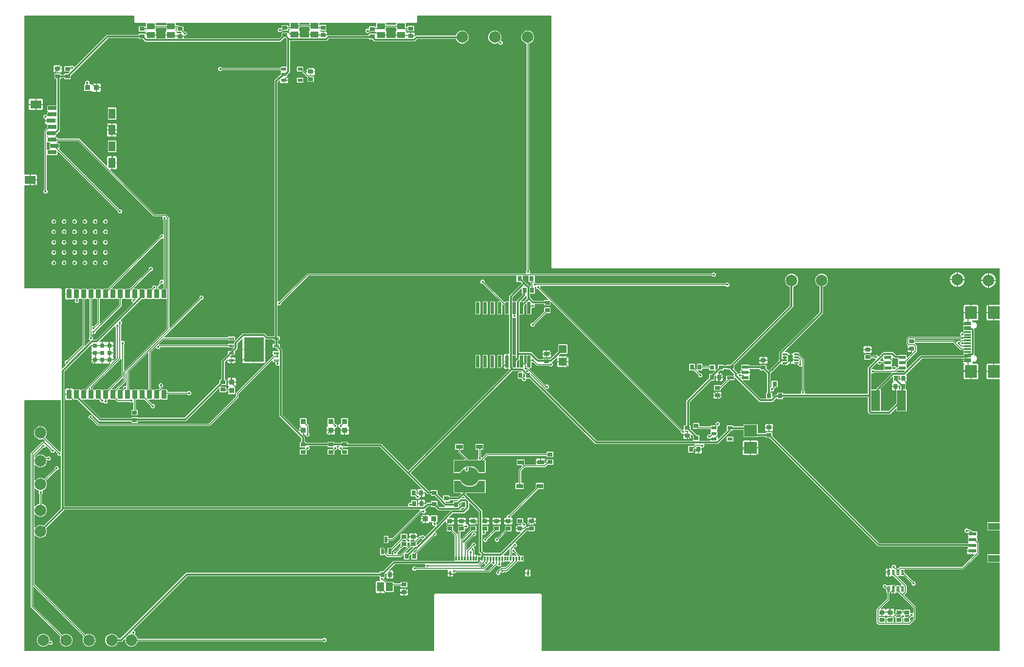
<source format=gbr>
G04 EAGLE Gerber RS-274X export*
G75*
%MOMM*%
%FSLAX34Y34*%
%LPD*%
%INTop Copper*%
%IPPOS*%
%AMOC8*
5,1,8,0,0,1.08239X$1,22.5*%
G01*
G04 Define Apertures*
%ADD10R,1.400000X1.050000*%
%ADD11R,0.900000X0.700000*%
%ADD12R,1.400000X1.400000*%
%ADD13R,0.700000X0.900000*%
%ADD14R,2.200000X2.000000*%
%ADD15R,0.800000X0.800000*%
%ADD16R,1.200000X0.600000*%
%ADD17R,0.970000X0.940000*%
%ADD18R,0.940000X0.970000*%
%ADD19R,0.900000X0.800000*%
%ADD20R,1.150000X0.800000*%
%ADD21R,0.800000X0.900000*%
%ADD22R,0.900000X0.600000*%
%ADD23R,0.300000X0.800000*%
%ADD24R,0.400000X0.800000*%
%ADD25R,1.150000X0.300000*%
%ADD26R,2.000000X2.180000*%
%ADD27R,2.000000X1.200000*%
%ADD28R,1.350000X0.600000*%
%ADD29R,1.200000X1.800000*%
%ADD30R,1.900000X1.400000*%
%ADD31R,1.500000X0.700000*%
%ADD32R,4.826000X0.889000*%
%ADD33R,1.200000X0.550000*%
%ADD34R,1.500000X3.600000*%
%ADD35R,0.500000X1.050000*%
%ADD36C,0.125000*%
%ADD37R,1.168400X1.600200*%
%ADD38C,2.000000*%
%ADD39C,0.110000*%
%ADD40R,3.400000X4.300000*%
%ADD41R,0.900000X1.500000*%
%ADD42C,0.147500*%
%ADD43C,0.075000*%
%ADD44C,0.067500*%
%ADD45R,0.900000X1.300000*%
%ADD46C,0.150000*%
%ADD47C,0.452400*%
%ADD48C,0.300000*%
%ADD49C,0.502400*%
G36*
X714773Y7810D02*
X714476Y7750D01*
X3524Y7750D01*
X3249Y7801D01*
X2994Y7965D01*
X2822Y8215D01*
X2762Y8512D01*
X2762Y443937D01*
X2813Y444211D01*
X2977Y444467D01*
X3227Y444638D01*
X3524Y444699D01*
X65718Y444699D01*
X65993Y444647D01*
X66248Y444484D01*
X66420Y444234D01*
X66480Y443937D01*
X66480Y355855D01*
X66433Y355591D01*
X66274Y355333D01*
X66026Y355158D01*
X65730Y355093D01*
X65432Y355148D01*
X65179Y355316D01*
X65173Y355322D01*
X63350Y355322D01*
X63064Y355378D01*
X62812Y355545D01*
X39053Y379304D01*
X38895Y379534D01*
X38830Y379830D01*
X38886Y380128D01*
X39053Y380381D01*
X40294Y381622D01*
X42010Y385764D01*
X42010Y390248D01*
X40294Y394390D01*
X37124Y397560D01*
X32982Y399276D01*
X28498Y399276D01*
X24356Y397560D01*
X21186Y394390D01*
X19470Y390248D01*
X19470Y385764D01*
X21186Y381622D01*
X24356Y378452D01*
X28498Y376736D01*
X32982Y376736D01*
X34580Y377398D01*
X34860Y377456D01*
X35158Y377400D01*
X35410Y377233D01*
X38835Y373808D01*
X38988Y373589D01*
X39058Y373294D01*
X39007Y372995D01*
X38844Y372739D01*
X38593Y372568D01*
X38296Y372508D01*
X33788Y372508D01*
X13908Y352627D01*
X13908Y85033D01*
X65442Y33498D01*
X65603Y33262D01*
X65666Y32966D01*
X65608Y32668D01*
X64082Y28985D01*
X64082Y24502D01*
X65798Y20359D01*
X68968Y17189D01*
X73110Y15473D01*
X77594Y15473D01*
X81736Y17189D01*
X84906Y20359D01*
X86622Y24502D01*
X86622Y28985D01*
X84906Y33127D01*
X81736Y36298D01*
X77594Y38013D01*
X73110Y38013D01*
X69006Y36313D01*
X68727Y36255D01*
X68429Y36311D01*
X68176Y36479D01*
X18171Y86484D01*
X18008Y86725D01*
X17948Y87022D01*
X17948Y119319D01*
X17994Y119582D01*
X18154Y119840D01*
X18401Y120015D01*
X18697Y120081D01*
X18995Y120025D01*
X19248Y119857D01*
X105333Y33773D01*
X105493Y33537D01*
X105556Y33241D01*
X105498Y32943D01*
X103858Y28985D01*
X103858Y24502D01*
X105574Y20359D01*
X108744Y17189D01*
X112887Y15473D01*
X117370Y15473D01*
X121512Y17189D01*
X124683Y20359D01*
X126398Y24502D01*
X126398Y28985D01*
X124683Y33127D01*
X121512Y36298D01*
X117370Y38013D01*
X112887Y38013D01*
X109057Y36427D01*
X108778Y36369D01*
X108480Y36425D01*
X108227Y36592D01*
X20941Y123879D01*
X20778Y124120D01*
X20718Y124417D01*
X20718Y208483D01*
X20764Y208747D01*
X20924Y209005D01*
X21171Y209180D01*
X21467Y209245D01*
X21765Y209190D01*
X22018Y209022D01*
X24356Y206685D01*
X28498Y204969D01*
X32982Y204969D01*
X37124Y206685D01*
X40294Y209855D01*
X42010Y213997D01*
X42010Y218481D01*
X40681Y221689D01*
X40623Y221968D01*
X40679Y222266D01*
X40846Y222519D01*
X72220Y253892D01*
X72235Y253916D01*
X72485Y254087D01*
X72782Y254148D01*
X690574Y254148D01*
X690837Y254101D01*
X691095Y253941D01*
X691270Y253694D01*
X691336Y253398D01*
X691280Y253100D01*
X691112Y252847D01*
X642719Y204453D01*
X642477Y204290D01*
X642180Y204230D01*
X636515Y204230D01*
X636240Y204281D01*
X635985Y204445D01*
X635813Y204695D01*
X635753Y204992D01*
X635753Y207986D01*
X635009Y208730D01*
X628957Y208730D01*
X628213Y207986D01*
X628213Y196434D01*
X628957Y195690D01*
X635009Y195690D01*
X635753Y196434D01*
X635753Y199428D01*
X635804Y199703D01*
X635967Y199958D01*
X636217Y200130D01*
X636515Y200190D01*
X644169Y200190D01*
X693114Y249134D01*
X693355Y249297D01*
X693652Y249358D01*
X694057Y249358D01*
X694343Y249302D01*
X694596Y249134D01*
X695885Y247846D01*
X698811Y247846D01*
X700880Y249915D01*
X700880Y252841D01*
X699919Y253801D01*
X699761Y254032D01*
X699696Y254328D01*
X699751Y254626D01*
X699919Y254879D01*
X705197Y260157D01*
X705438Y260320D01*
X705736Y260380D01*
X709326Y260380D01*
X709601Y260329D01*
X709856Y260165D01*
X710028Y259915D01*
X710088Y259618D01*
X710088Y259507D01*
X710832Y258763D01*
X716892Y258763D01*
X717178Y258707D01*
X717430Y258540D01*
X723208Y252763D01*
X743528Y252763D01*
X743791Y252716D01*
X744049Y252556D01*
X744225Y252309D01*
X744290Y252013D01*
X744234Y251715D01*
X744067Y251462D01*
X732665Y240060D01*
X732665Y239683D01*
X732609Y239397D01*
X732442Y239144D01*
X720878Y227580D01*
X720658Y227427D01*
X720363Y227357D01*
X720064Y227408D01*
X719809Y227572D01*
X719637Y227822D01*
X719577Y228119D01*
X719577Y230681D01*
X719411Y230846D01*
X719258Y231066D01*
X719188Y231361D01*
X719239Y231660D01*
X719403Y231915D01*
X719653Y232087D01*
X719950Y232147D01*
X720492Y232147D01*
X721236Y232891D01*
X721236Y243343D01*
X720492Y244087D01*
X709740Y244087D01*
X708807Y243154D01*
X708587Y243001D01*
X708292Y242931D01*
X707993Y242982D01*
X707738Y243146D01*
X707566Y243396D01*
X707506Y243693D01*
X707506Y243869D01*
X706018Y245357D01*
X700878Y245357D01*
X700878Y230877D01*
X706018Y230877D01*
X707506Y232365D01*
X707506Y232542D01*
X707553Y232805D01*
X707712Y233063D01*
X707960Y233238D01*
X708256Y233304D01*
X708554Y233248D01*
X708807Y233080D01*
X709740Y232147D01*
X712140Y232147D01*
X712403Y232100D01*
X712662Y231941D01*
X712837Y231694D01*
X712902Y231397D01*
X712846Y231099D01*
X712679Y230846D01*
X712513Y230681D01*
X712513Y227755D01*
X714582Y225686D01*
X717144Y225686D01*
X717407Y225639D01*
X717665Y225479D01*
X717840Y225232D01*
X717905Y224936D01*
X717850Y224638D01*
X717682Y224385D01*
X700795Y207498D01*
X700576Y207345D01*
X700281Y207275D01*
X699982Y207326D01*
X699726Y207489D01*
X699555Y207739D01*
X699548Y207775D01*
X697426Y209897D01*
X694500Y209897D01*
X693211Y208608D01*
X692969Y208445D01*
X692672Y208385D01*
X690278Y208385D01*
X687378Y205485D01*
X687159Y205332D01*
X686864Y205262D01*
X686565Y205313D01*
X686309Y205477D01*
X686138Y205727D01*
X686078Y206024D01*
X686078Y206271D01*
X679800Y206271D01*
X679800Y200993D01*
X681047Y200993D01*
X681310Y200946D01*
X681568Y200787D01*
X681744Y200540D01*
X681809Y200243D01*
X681753Y199945D01*
X681586Y199692D01*
X680920Y199026D01*
X680678Y198864D01*
X680381Y198803D01*
X674634Y198803D01*
X674359Y198854D01*
X674104Y199018D01*
X673932Y199268D01*
X673872Y199565D01*
X673872Y200231D01*
X673923Y200506D01*
X674087Y200761D01*
X674337Y200933D01*
X674634Y200993D01*
X678276Y200993D01*
X678276Y206271D01*
X671998Y206271D01*
X671998Y204427D01*
X671946Y204152D01*
X671783Y203896D01*
X671533Y203725D01*
X671236Y203665D01*
X669980Y203665D01*
X669694Y203720D01*
X669442Y203888D01*
X669197Y204132D01*
X669034Y204374D01*
X668974Y204671D01*
X668974Y210911D01*
X668230Y211654D01*
X658178Y211654D01*
X657434Y210911D01*
X657434Y203556D01*
X657378Y203270D01*
X657210Y203017D01*
X642146Y187953D01*
X641905Y187790D01*
X641607Y187730D01*
X635457Y187730D01*
X634713Y186986D01*
X634713Y178824D01*
X634666Y178560D01*
X634506Y178302D01*
X634259Y178127D01*
X633963Y178062D01*
X633665Y178117D01*
X633412Y178285D01*
X629476Y182221D01*
X629313Y182462D01*
X629253Y182760D01*
X629253Y186986D01*
X628509Y187730D01*
X622457Y187730D01*
X621713Y186986D01*
X621713Y175434D01*
X622457Y174690D01*
X628509Y174690D01*
X629362Y175543D01*
X629593Y175701D01*
X629889Y175766D01*
X630187Y175711D01*
X630440Y175543D01*
X634186Y171798D01*
X658019Y171798D01*
X661697Y175475D01*
X661916Y175628D01*
X662211Y175698D01*
X662510Y175647D01*
X662766Y175484D01*
X662937Y175234D01*
X662998Y174936D01*
X662998Y167869D01*
X663742Y167125D01*
X671794Y167125D01*
X672538Y167869D01*
X672538Y173167D01*
X672593Y173453D01*
X672761Y173706D01*
X674697Y175642D01*
X674916Y175795D01*
X675211Y175865D01*
X675510Y175814D01*
X675766Y175651D01*
X675937Y175400D01*
X675998Y175103D01*
X675998Y167869D01*
X676742Y167125D01*
X684794Y167125D01*
X685538Y167869D01*
X685538Y177533D01*
X685593Y177819D01*
X685761Y178072D01*
X715147Y207457D01*
X715388Y207620D01*
X715685Y207681D01*
X717508Y207681D01*
X719577Y209750D01*
X719577Y212676D01*
X717463Y214790D01*
X717453Y214791D01*
X717195Y214951D01*
X717020Y215198D01*
X716955Y215494D01*
X717010Y215792D01*
X717178Y216045D01*
X734689Y233557D01*
X734908Y233710D01*
X735204Y233779D01*
X735503Y233729D01*
X735758Y233565D01*
X735930Y233315D01*
X735990Y233018D01*
X735990Y229679D01*
X737478Y228191D01*
X742268Y228191D01*
X742268Y240331D01*
X742030Y240478D01*
X741854Y240725D01*
X741789Y241021D01*
X741845Y241319D01*
X742012Y241572D01*
X748132Y247692D01*
X748373Y247855D01*
X748671Y247915D01*
X767745Y247915D01*
X776293Y256463D01*
X776293Y265703D01*
X776339Y265966D01*
X776499Y266224D01*
X776746Y266400D01*
X777042Y266465D01*
X777340Y266409D01*
X777593Y266242D01*
X793382Y250453D01*
X793545Y250212D01*
X793605Y249915D01*
X793605Y180288D01*
X797113Y176780D01*
X797271Y176550D01*
X797336Y176253D01*
X797280Y175955D01*
X797113Y175702D01*
X796375Y174965D01*
X796375Y174924D01*
X796324Y174649D01*
X796160Y174394D01*
X795910Y174222D01*
X795613Y174162D01*
X792928Y174162D01*
X792642Y174218D01*
X792389Y174385D01*
X791342Y175432D01*
X789552Y175432D01*
X789552Y168130D01*
X788028Y168130D01*
X788028Y175432D01*
X786692Y175432D01*
X786417Y175483D01*
X786162Y175647D01*
X785990Y175897D01*
X785930Y176194D01*
X785930Y182992D01*
X785986Y183278D01*
X786057Y183386D01*
X786057Y186361D01*
X784043Y188375D01*
X783890Y188594D01*
X783820Y188889D01*
X783871Y189188D01*
X784034Y189444D01*
X784284Y189615D01*
X784582Y189676D01*
X786066Y189676D01*
X788135Y191745D01*
X788135Y194671D01*
X786066Y196740D01*
X783140Y196740D01*
X781071Y194671D01*
X781071Y192848D01*
X781015Y192562D01*
X780847Y192309D01*
X772688Y184150D01*
X772469Y183997D01*
X772174Y183927D01*
X771875Y183978D01*
X771619Y184142D01*
X771448Y184392D01*
X771388Y184689D01*
X771388Y194825D01*
X771443Y195111D01*
X771611Y195364D01*
X783704Y207457D01*
X783946Y207620D01*
X784243Y207681D01*
X786066Y207681D01*
X788135Y209750D01*
X788135Y212676D01*
X786066Y214745D01*
X783140Y214745D01*
X781071Y212676D01*
X781071Y210853D01*
X781015Y210567D01*
X780847Y210314D01*
X767148Y196615D01*
X766929Y196462D01*
X766634Y196392D01*
X766335Y196443D01*
X766079Y196607D01*
X765908Y196857D01*
X765848Y197154D01*
X765848Y200365D01*
X765903Y200651D01*
X766071Y200904D01*
X781405Y216238D01*
X781647Y216401D01*
X781944Y216461D01*
X788706Y216461D01*
X789449Y217205D01*
X789449Y225258D01*
X788706Y226001D01*
X778653Y226001D01*
X777909Y225258D01*
X777909Y218772D01*
X777854Y218486D01*
X777686Y218233D01*
X762301Y202848D01*
X762081Y202695D01*
X761786Y202625D01*
X761487Y202676D01*
X761232Y202839D01*
X761060Y203089D01*
X761000Y203386D01*
X761000Y215600D01*
X761056Y215886D01*
X761223Y216139D01*
X761323Y216238D01*
X761564Y216401D01*
X761861Y216461D01*
X768381Y216461D01*
X769125Y217205D01*
X769125Y220769D01*
X769176Y221043D01*
X769339Y221299D01*
X769589Y221470D01*
X769887Y221531D01*
X772908Y221531D01*
X774977Y223600D01*
X774977Y226526D01*
X772908Y228595D01*
X771149Y228595D01*
X770886Y228641D01*
X770628Y228801D01*
X770453Y229048D01*
X770388Y229344D01*
X770395Y229383D01*
X770395Y233469D01*
X764117Y233469D01*
X764117Y228191D01*
X765723Y228191D01*
X765986Y228145D01*
X766244Y227985D01*
X766419Y227738D01*
X766485Y227442D01*
X766429Y227144D01*
X766261Y226891D01*
X765595Y226225D01*
X765354Y226062D01*
X765057Y226001D01*
X758329Y226001D01*
X757585Y225258D01*
X757585Y218530D01*
X757529Y218244D01*
X757361Y217991D01*
X756960Y217589D01*
X756960Y211696D01*
X756913Y211433D01*
X756754Y211175D01*
X756506Y211000D01*
X756210Y210934D01*
X755912Y210990D01*
X755659Y211158D01*
X749023Y217794D01*
X748860Y218035D01*
X748800Y218333D01*
X748800Y225258D01*
X748056Y226001D01*
X738004Y226001D01*
X737260Y225258D01*
X737260Y217205D01*
X738004Y216461D01*
X744326Y216461D01*
X744612Y216406D01*
X744865Y216238D01*
X751197Y209906D01*
X751360Y209665D01*
X751420Y209368D01*
X751420Y174134D01*
X751364Y173848D01*
X751197Y173595D01*
X751020Y173418D01*
X751020Y165577D01*
X750969Y165302D01*
X750805Y165047D01*
X750555Y164875D01*
X750258Y164815D01*
X644955Y164815D01*
X627488Y147347D01*
X627246Y147185D01*
X626949Y147124D01*
X621398Y147124D01*
X620654Y146380D01*
X620654Y144802D01*
X620603Y144527D01*
X620439Y144272D01*
X620189Y144100D01*
X619892Y144040D01*
X284163Y144040D01*
X170123Y30001D01*
X169882Y29838D01*
X169585Y29778D01*
X166132Y29778D01*
X165851Y29831D01*
X165597Y29996D01*
X165428Y30248D01*
X164235Y33127D01*
X161065Y36298D01*
X156923Y38013D01*
X152439Y38013D01*
X148297Y36298D01*
X145127Y33127D01*
X143411Y28985D01*
X143411Y24502D01*
X145127Y20359D01*
X148297Y17189D01*
X152439Y15473D01*
X156923Y15473D01*
X161065Y17189D01*
X164235Y20359D01*
X165647Y23767D01*
X165803Y24006D01*
X166053Y24177D01*
X166351Y24238D01*
X172195Y24238D01*
X176334Y28376D01*
X176553Y28529D01*
X176848Y28599D01*
X177147Y28548D01*
X177403Y28385D01*
X177574Y28135D01*
X177635Y27838D01*
X177635Y24502D01*
X179350Y20359D01*
X182521Y17189D01*
X186663Y15473D01*
X191146Y15473D01*
X195289Y17189D01*
X198459Y20359D01*
X200181Y24517D01*
X200338Y24756D01*
X200588Y24927D01*
X200885Y24988D01*
X521624Y24988D01*
X521910Y24932D01*
X522163Y24764D01*
X523452Y23476D01*
X526378Y23476D01*
X528447Y25545D01*
X528447Y28471D01*
X526378Y30540D01*
X523452Y30540D01*
X522163Y29251D01*
X521922Y29088D01*
X521624Y29028D01*
X200666Y29028D01*
X200386Y29081D01*
X200132Y29246D01*
X199962Y29498D01*
X198459Y33127D01*
X195289Y36298D01*
X195178Y36343D01*
X194949Y36492D01*
X194773Y36739D01*
X194708Y37035D01*
X194764Y37333D01*
X194931Y37586D01*
X196047Y38702D01*
X196047Y41628D01*
X193978Y43697D01*
X193494Y43697D01*
X193231Y43744D01*
X192973Y43903D01*
X192797Y44151D01*
X192732Y44447D01*
X192788Y44745D01*
X192955Y44998D01*
X286234Y138277D01*
X286476Y138440D01*
X286773Y138500D01*
X619892Y138500D01*
X620166Y138449D01*
X620422Y138285D01*
X620593Y138035D01*
X620654Y137738D01*
X620654Y136328D01*
X621292Y135690D01*
X621450Y135459D01*
X621515Y135163D01*
X621460Y134865D01*
X621292Y134612D01*
X621103Y134423D01*
X621103Y131497D01*
X621379Y131221D01*
X621532Y131002D01*
X621602Y130707D01*
X621551Y130408D01*
X621388Y130152D01*
X621137Y129981D01*
X620840Y129920D01*
X615786Y129920D01*
X614298Y128432D01*
X614298Y120141D01*
X623442Y120141D01*
X623442Y108838D01*
X629574Y108838D01*
X630660Y109923D01*
X630890Y110081D01*
X631187Y110146D01*
X631391Y110108D01*
X644288Y110108D01*
X645032Y110852D01*
X645032Y120483D01*
X645084Y120758D01*
X645247Y121013D01*
X645497Y121185D01*
X645794Y121245D01*
X656508Y121245D01*
X656783Y121194D01*
X657038Y121030D01*
X657210Y120780D01*
X657270Y120483D01*
X657270Y119707D01*
X658014Y118963D01*
X668066Y118963D01*
X668810Y119707D01*
X668810Y127759D01*
X668066Y128503D01*
X658014Y128503D01*
X657270Y127759D01*
X657270Y126047D01*
X657219Y125772D01*
X657055Y125517D01*
X656805Y125345D01*
X656508Y125285D01*
X645794Y125285D01*
X645520Y125336D01*
X645264Y125500D01*
X645093Y125750D01*
X645032Y126047D01*
X645032Y127906D01*
X644288Y128650D01*
X633502Y128650D01*
X633216Y128706D01*
X632963Y128873D01*
X628390Y133447D01*
X628227Y133688D01*
X628167Y133985D01*
X628167Y134484D01*
X628154Y134503D01*
X628084Y134798D01*
X628135Y135097D01*
X628298Y135352D01*
X628548Y135524D01*
X628845Y135584D01*
X629450Y135584D01*
X630194Y136328D01*
X630194Y141903D01*
X630249Y142189D01*
X630417Y142442D01*
X631083Y143108D01*
X631302Y143261D01*
X631598Y143331D01*
X631896Y143280D01*
X632152Y143117D01*
X632323Y142867D01*
X632384Y142569D01*
X632384Y142116D01*
X637662Y142116D01*
X637662Y148636D01*
X637512Y148848D01*
X637447Y149144D01*
X637502Y149442D01*
X637670Y149695D01*
X647027Y159052D01*
X647268Y159215D01*
X647566Y159275D01*
X699515Y159275D01*
X699779Y159228D01*
X700037Y159069D01*
X700212Y158821D01*
X700277Y158525D01*
X700222Y158227D01*
X700054Y157974D01*
X700048Y157968D01*
X700048Y155042D01*
X700112Y154978D01*
X700265Y154759D01*
X700335Y154464D01*
X700284Y154165D01*
X700120Y153909D01*
X699870Y153738D01*
X699573Y153678D01*
X684711Y153678D01*
X684425Y153733D01*
X684172Y153901D01*
X682883Y155190D01*
X679957Y155190D01*
X677888Y153121D01*
X677888Y150195D01*
X679957Y148126D01*
X682883Y148126D01*
X684172Y149414D01*
X684413Y149577D01*
X684711Y149638D01*
X738488Y149638D01*
X738763Y149586D01*
X739018Y149423D01*
X739190Y149173D01*
X739250Y148876D01*
X739250Y144654D01*
X744552Y144654D01*
X744552Y137352D01*
X746842Y137352D01*
X748330Y138840D01*
X748330Y142516D01*
X748381Y142791D01*
X748545Y143046D01*
X748795Y143218D01*
X749092Y143278D01*
X751441Y143278D01*
X752729Y144567D01*
X752971Y144730D01*
X753268Y144790D01*
X811754Y144790D01*
X824198Y157234D01*
X824429Y157392D01*
X824725Y157457D01*
X825023Y157402D01*
X825276Y157234D01*
X827460Y155051D01*
X830386Y155051D01*
X832455Y157120D01*
X832455Y160046D01*
X831449Y161051D01*
X831296Y161270D01*
X831226Y161566D01*
X831277Y161865D01*
X831440Y162120D01*
X831691Y162292D01*
X831988Y162352D01*
X833028Y162352D01*
X833028Y169654D01*
X834552Y169654D01*
X834552Y162352D01*
X836342Y162352D01*
X837389Y163399D01*
X837631Y163562D01*
X837928Y163622D01*
X840846Y163622D01*
X840982Y163715D01*
X841278Y163780D01*
X841576Y163725D01*
X841731Y163622D01*
X845846Y163622D01*
X845982Y163715D01*
X846278Y163780D01*
X846576Y163725D01*
X846731Y163622D01*
X847271Y163622D01*
X847534Y163575D01*
X847792Y163416D01*
X847967Y163168D01*
X848032Y162872D01*
X847977Y162574D01*
X847809Y162321D01*
X840081Y154593D01*
X839840Y154430D01*
X839543Y154370D01*
X832241Y154370D01*
X825666Y147795D01*
X825480Y147670D01*
X823313Y145503D01*
X823313Y142577D01*
X825382Y140508D01*
X828308Y140508D01*
X830377Y142577D01*
X830377Y144753D01*
X830424Y145017D01*
X830583Y145275D01*
X830831Y145450D01*
X831127Y145515D01*
X831425Y145460D01*
X831678Y145292D01*
X833000Y143971D01*
X835926Y143971D01*
X837214Y145259D01*
X837456Y145422D01*
X837753Y145483D01*
X842224Y145483D01*
X860140Y163399D01*
X860382Y163562D01*
X860679Y163622D01*
X860846Y163622D01*
X860982Y163715D01*
X861278Y163780D01*
X861576Y163725D01*
X861731Y163622D01*
X865846Y163622D01*
X865982Y163715D01*
X866278Y163780D01*
X866576Y163725D01*
X866731Y163622D01*
X870816Y163622D01*
X871560Y164366D01*
X871560Y173418D01*
X870816Y174162D01*
X866734Y174162D01*
X866598Y174069D01*
X866302Y174004D01*
X866004Y174059D01*
X865849Y174162D01*
X865683Y174162D01*
X865397Y174218D01*
X865144Y174385D01*
X857608Y181922D01*
X857445Y182163D01*
X857385Y182460D01*
X857385Y184283D01*
X855316Y186352D01*
X854463Y186352D01*
X854200Y186399D01*
X853942Y186558D01*
X853767Y186806D01*
X853701Y187102D01*
X853757Y187400D01*
X853925Y187653D01*
X855032Y188760D01*
X855273Y188923D01*
X855570Y188983D01*
X857393Y188983D01*
X859462Y191052D01*
X859462Y193978D01*
X857348Y196092D01*
X857338Y196094D01*
X857080Y196253D01*
X856905Y196501D01*
X856840Y196797D01*
X856895Y197095D01*
X857063Y197348D01*
X877629Y217914D01*
X877871Y218077D01*
X878168Y218138D01*
X878772Y218138D01*
X879046Y218086D01*
X879302Y217923D01*
X879473Y217673D01*
X879534Y217376D01*
X879534Y217205D01*
X880277Y216461D01*
X890330Y216461D01*
X891074Y217205D01*
X891074Y225258D01*
X890330Y226001D01*
X880277Y226001D01*
X879534Y225258D01*
X879534Y224440D01*
X879482Y224165D01*
X879319Y223909D01*
X879069Y223738D01*
X878772Y223678D01*
X875558Y223678D01*
X873320Y221439D01*
X873100Y221286D01*
X872805Y221217D01*
X872506Y221267D01*
X872251Y221431D01*
X872079Y221681D01*
X872019Y221978D01*
X872019Y223539D01*
X872070Y223813D01*
X872233Y224069D01*
X872484Y224240D01*
X872781Y224301D01*
X873321Y224301D01*
X875390Y226370D01*
X875390Y229296D01*
X873321Y231365D01*
X871511Y231365D01*
X871236Y231416D01*
X870981Y231579D01*
X870809Y231829D01*
X870749Y232127D01*
X870749Y238258D01*
X870005Y239001D01*
X859953Y239001D01*
X859209Y238258D01*
X859209Y230205D01*
X859953Y229461D01*
X867056Y229461D01*
X867342Y229406D01*
X867595Y229238D01*
X868102Y228731D01*
X868265Y228489D01*
X868326Y228192D01*
X868326Y228033D01*
X868274Y227759D01*
X868111Y227503D01*
X867861Y227332D01*
X867564Y227271D01*
X865741Y227271D01*
X865741Y214993D01*
X865753Y214985D01*
X865929Y214738D01*
X865994Y214442D01*
X865938Y214144D01*
X865771Y213891D01*
X830768Y178888D01*
X830527Y178725D01*
X830230Y178665D01*
X803405Y178665D01*
X803176Y178700D01*
X802911Y178847D01*
X802724Y179086D01*
X802494Y179545D01*
X802197Y179644D01*
X801899Y179828D01*
X799368Y182359D01*
X799205Y182601D01*
X799145Y182898D01*
X799145Y209918D01*
X799192Y210181D01*
X799351Y210439D01*
X799599Y210615D01*
X799895Y210680D01*
X800193Y210624D01*
X800446Y210457D01*
X800452Y210451D01*
X803378Y210451D01*
X805447Y212520D01*
X805447Y215699D01*
X805498Y215974D01*
X805662Y216230D01*
X805912Y216401D01*
X806209Y216461D01*
X809030Y216461D01*
X809774Y217205D01*
X809774Y225258D01*
X809030Y226001D01*
X799907Y226001D01*
X799632Y226053D01*
X799377Y226216D01*
X799205Y226466D01*
X799145Y226763D01*
X799145Y227429D01*
X799196Y227704D01*
X799360Y227960D01*
X799610Y228131D01*
X799907Y228191D01*
X803242Y228191D01*
X803242Y240271D01*
X799907Y240271D01*
X799632Y240323D01*
X799377Y240486D01*
X799205Y240736D01*
X799145Y241033D01*
X799145Y252525D01*
X770707Y280962D01*
X770549Y281193D01*
X770484Y281489D01*
X770540Y281787D01*
X770707Y282040D01*
X771465Y282797D01*
X771706Y282960D01*
X772004Y283021D01*
X803848Y283021D01*
X804136Y283049D01*
X804375Y283123D01*
X804596Y283242D01*
X804789Y283403D01*
X804946Y283599D01*
X805062Y283821D01*
X805132Y284066D01*
X805156Y284325D01*
X805156Y304573D01*
X805127Y304860D01*
X805054Y305100D01*
X804934Y305321D01*
X804774Y305514D01*
X804578Y305671D01*
X804355Y305787D01*
X804111Y305857D01*
X803851Y305881D01*
X793846Y305881D01*
X793558Y305852D01*
X793318Y305778D01*
X793098Y305659D01*
X792905Y305498D01*
X792724Y305273D01*
X791105Y302794D01*
X791056Y302727D01*
X789023Y300249D01*
X788917Y300144D01*
X786513Y298171D01*
X786389Y298088D01*
X783646Y296622D01*
X783508Y296565D01*
X780691Y295711D01*
X780429Y295679D01*
X777303Y295845D01*
X777128Y295845D01*
X774002Y295679D01*
X773741Y295711D01*
X770924Y296565D01*
X770786Y296622D01*
X768043Y298088D01*
X767919Y298171D01*
X765514Y300144D01*
X765409Y300249D01*
X763375Y302727D01*
X763326Y302794D01*
X761708Y305273D01*
X761527Y305498D01*
X761334Y305659D01*
X761113Y305778D01*
X760873Y305852D01*
X760586Y305881D01*
X750584Y305881D01*
X750296Y305852D01*
X750056Y305778D01*
X749836Y305659D01*
X749643Y305498D01*
X749485Y305303D01*
X749370Y305080D01*
X749299Y304836D01*
X749276Y304576D01*
X749276Y284329D01*
X749304Y284041D01*
X749378Y283801D01*
X749498Y283580D01*
X749658Y283388D01*
X749854Y283230D01*
X750076Y283115D01*
X750321Y283044D01*
X750580Y283021D01*
X762014Y283021D01*
X762277Y282974D01*
X762535Y282814D01*
X762710Y282567D01*
X762776Y282271D01*
X762720Y281973D01*
X762552Y281720D01*
X757363Y276531D01*
X757122Y276368D01*
X756825Y276308D01*
X743390Y276308D01*
X743115Y276359D01*
X742860Y276522D01*
X742688Y276772D01*
X742628Y277070D01*
X742628Y278059D01*
X741884Y278803D01*
X731832Y278803D01*
X731088Y278059D01*
X731088Y273254D01*
X731041Y272991D01*
X730882Y272733D01*
X730634Y272557D01*
X730338Y272492D01*
X730040Y272548D01*
X729787Y272715D01*
X721851Y280651D01*
X721688Y280893D01*
X721628Y281190D01*
X721628Y287559D01*
X720884Y288303D01*
X710832Y288303D01*
X710088Y287559D01*
X710088Y287457D01*
X710037Y287182D01*
X709873Y286927D01*
X709623Y286755D01*
X709326Y286695D01*
X706428Y286695D01*
X706142Y286751D01*
X705889Y286918D01*
X675142Y317665D01*
X674984Y317895D01*
X674919Y318192D01*
X674975Y318490D01*
X675142Y318743D01*
X851943Y495544D01*
X852141Y495686D01*
X852268Y495750D01*
X852609Y495830D01*
X866932Y495830D01*
X867218Y495774D01*
X867471Y495607D01*
X867743Y495335D01*
X867896Y495115D01*
X867966Y494820D01*
X867915Y494521D01*
X867751Y494266D01*
X867501Y494094D01*
X867204Y494034D01*
X861706Y494034D01*
X860962Y493290D01*
X860962Y483238D01*
X861706Y482494D01*
X867479Y482494D01*
X867765Y482438D01*
X868017Y482271D01*
X868102Y482186D01*
X868265Y481944D01*
X868326Y481647D01*
X868326Y479825D01*
X870395Y477756D01*
X873321Y477756D01*
X875390Y479825D01*
X875390Y481732D01*
X875441Y482007D01*
X875604Y482262D01*
X875854Y482434D01*
X876152Y482494D01*
X881653Y482494D01*
X881939Y482438D01*
X882192Y482271D01*
X996053Y368410D01*
X1168399Y368410D01*
X1168662Y368363D01*
X1168920Y368204D01*
X1169095Y367956D01*
X1169161Y367660D01*
X1169105Y367362D01*
X1168937Y367109D01*
X1167044Y365216D01*
X1166803Y365053D01*
X1166505Y364993D01*
X1158285Y364993D01*
X1157541Y364249D01*
X1157541Y354197D01*
X1158285Y353453D01*
X1166337Y353453D01*
X1167081Y354197D01*
X1167081Y359223D01*
X1167136Y359509D01*
X1167304Y359762D01*
X1167970Y360428D01*
X1168189Y360581D01*
X1168484Y360651D01*
X1168783Y360600D01*
X1169039Y360437D01*
X1169210Y360187D01*
X1169251Y359985D01*
X1181351Y359985D01*
X1181351Y361346D01*
X1181402Y361621D01*
X1181565Y361876D01*
X1181815Y362048D01*
X1182113Y362108D01*
X1183561Y362108D01*
X1185630Y364177D01*
X1185630Y367103D01*
X1185623Y367109D01*
X1185470Y367329D01*
X1185401Y367624D01*
X1185451Y367923D01*
X1185615Y368178D01*
X1185865Y368350D01*
X1186162Y368410D01*
X1209560Y368410D01*
X1232754Y391604D01*
X1232865Y391777D01*
X1233115Y391949D01*
X1233412Y392009D01*
X1235485Y392009D01*
X1236269Y392793D01*
X1236280Y392853D01*
X1236443Y393108D01*
X1236693Y393280D01*
X1236991Y393340D01*
X1253026Y393340D01*
X1253300Y393289D01*
X1253556Y393125D01*
X1253727Y392875D01*
X1253788Y392578D01*
X1253788Y381182D01*
X1254532Y380438D01*
X1277584Y380438D01*
X1278490Y381344D01*
X1278732Y381507D01*
X1279029Y381568D01*
X1291636Y381568D01*
X1291911Y381516D01*
X1292166Y381353D01*
X1292338Y381103D01*
X1292398Y380806D01*
X1292398Y380069D01*
X1293142Y379325D01*
X1298525Y379325D01*
X1298811Y379269D01*
X1299063Y379102D01*
X1488420Y189745D01*
X1643546Y189745D01*
X1643820Y189694D01*
X1644076Y189530D01*
X1644247Y189280D01*
X1644308Y188983D01*
X1644308Y188608D01*
X1644345Y188571D01*
X1644503Y188341D01*
X1644568Y188044D01*
X1644512Y187746D01*
X1644345Y187493D01*
X1643038Y186186D01*
X1643038Y182896D01*
X1653090Y182896D01*
X1653090Y176594D01*
X1655233Y176594D01*
X1655496Y176547D01*
X1655754Y176388D01*
X1655930Y176140D01*
X1655995Y175844D01*
X1655939Y175546D01*
X1655772Y175293D01*
X1635071Y154593D01*
X1634830Y154430D01*
X1634533Y154370D01*
X1525433Y154370D01*
X1522760Y151697D01*
X1522518Y151534D01*
X1522221Y151474D01*
X1521316Y151474D01*
X1521030Y151529D01*
X1520777Y151697D01*
X1518945Y153529D01*
X1518782Y153771D01*
X1518722Y154068D01*
X1518722Y155891D01*
X1516653Y157960D01*
X1513727Y157960D01*
X1511658Y155891D01*
X1511658Y152965D01*
X1511848Y152774D01*
X1512001Y152555D01*
X1512071Y152260D01*
X1512020Y151961D01*
X1511857Y151705D01*
X1511607Y151534D01*
X1511309Y151474D01*
X1511296Y151474D01*
X1511207Y151412D01*
X1510911Y151347D01*
X1510612Y151403D01*
X1510360Y151570D01*
X1509186Y152744D01*
X1506762Y152744D01*
X1506762Y137504D01*
X1509186Y137504D01*
X1510360Y138677D01*
X1510590Y138835D01*
X1510886Y138900D01*
X1511184Y138844D01*
X1511291Y138774D01*
X1514514Y138774D01*
X1514800Y138718D01*
X1515053Y138550D01*
X1528719Y124884D01*
X1528872Y124665D01*
X1528942Y124370D01*
X1528891Y124071D01*
X1528727Y123815D01*
X1528477Y123644D01*
X1528180Y123584D01*
X1527014Y123584D01*
X1525741Y122310D01*
X1525511Y122152D01*
X1525214Y122087D01*
X1524916Y122143D01*
X1524663Y122310D01*
X1524660Y122314D01*
X1519296Y122314D01*
X1519207Y122252D01*
X1518911Y122187D01*
X1518612Y122243D01*
X1518360Y122410D01*
X1517186Y123584D01*
X1514762Y123584D01*
X1514762Y108344D01*
X1517186Y108344D01*
X1518360Y109517D01*
X1518590Y109675D01*
X1518886Y109740D01*
X1519184Y109684D01*
X1519291Y109614D01*
X1522899Y109614D01*
X1523185Y109558D01*
X1523438Y109390D01*
X1548957Y83871D01*
X1549120Y83630D01*
X1549180Y83333D01*
X1549180Y74642D01*
X1549133Y74379D01*
X1548974Y74121D01*
X1548726Y73945D01*
X1548430Y73880D01*
X1548132Y73936D01*
X1547879Y74103D01*
X1547816Y74167D01*
X1544848Y74167D01*
X1544766Y74110D01*
X1544471Y74040D01*
X1544172Y74091D01*
X1543917Y74255D01*
X1543745Y74505D01*
X1543685Y74802D01*
X1543685Y79304D01*
X1542941Y80048D01*
X1532889Y80048D01*
X1532145Y79304D01*
X1532145Y78265D01*
X1532094Y77990D01*
X1531930Y77734D01*
X1531680Y77563D01*
X1531383Y77503D01*
X1530454Y77503D01*
X1530180Y77554D01*
X1529924Y77717D01*
X1529753Y77967D01*
X1529692Y78265D01*
X1529692Y79304D01*
X1528949Y80048D01*
X1518896Y80048D01*
X1518152Y79304D01*
X1518152Y74000D01*
X1518097Y73714D01*
X1517929Y73461D01*
X1517250Y72782D01*
X1517031Y72629D01*
X1516735Y72559D01*
X1516436Y72610D01*
X1516181Y72773D01*
X1516009Y73023D01*
X1515949Y73320D01*
X1515949Y74516D01*
X1509671Y74516D01*
X1509671Y69238D01*
X1511867Y69238D01*
X1512130Y69191D01*
X1512388Y69032D01*
X1512564Y68784D01*
X1512629Y68488D01*
X1512573Y68190D01*
X1512406Y67937D01*
X1511740Y67271D01*
X1511498Y67108D01*
X1511201Y67048D01*
X1503883Y67048D01*
X1503139Y66304D01*
X1503139Y65107D01*
X1503088Y64832D01*
X1502924Y64577D01*
X1502674Y64405D01*
X1502377Y64345D01*
X1500780Y64345D01*
X1500505Y64396D01*
X1500250Y64560D01*
X1500078Y64810D01*
X1500018Y65107D01*
X1500018Y66304D01*
X1499274Y67048D01*
X1490272Y67048D01*
X1489997Y67099D01*
X1489742Y67263D01*
X1489570Y67513D01*
X1489510Y67810D01*
X1489510Y68476D01*
X1489561Y68751D01*
X1489725Y69006D01*
X1489975Y69178D01*
X1490272Y69238D01*
X1493486Y69238D01*
X1493486Y81438D01*
X1493346Y81524D01*
X1493170Y81772D01*
X1493105Y82068D01*
X1493161Y82366D01*
X1493328Y82619D01*
X1507515Y96806D01*
X1507515Y108852D01*
X1507566Y109126D01*
X1507730Y109382D01*
X1507980Y109553D01*
X1508277Y109614D01*
X1508705Y109614D01*
X1508794Y109675D01*
X1509090Y109740D01*
X1509388Y109684D01*
X1509641Y109517D01*
X1510814Y108344D01*
X1513238Y108344D01*
X1513238Y123584D01*
X1510814Y123584D01*
X1509641Y122410D01*
X1509411Y122252D01*
X1509114Y122187D01*
X1508816Y122243D01*
X1508710Y122314D01*
X1503447Y122314D01*
X1503161Y122369D01*
X1502908Y122537D01*
X1501418Y124027D01*
X1498492Y124027D01*
X1496423Y121958D01*
X1496423Y119032D01*
X1498492Y116963D01*
X1500315Y116963D01*
X1500601Y116907D01*
X1500853Y116740D01*
X1502007Y115586D01*
X1502170Y115345D01*
X1502230Y115047D01*
X1502230Y110724D01*
X1503252Y109702D01*
X1503415Y109461D01*
X1503475Y109163D01*
X1503475Y98795D01*
X1503419Y98509D01*
X1503252Y98256D01*
X1485470Y80474D01*
X1485470Y57333D01*
X1488731Y54073D01*
X1543727Y54073D01*
X1553220Y63566D01*
X1553220Y85322D01*
X1533474Y105067D01*
X1533316Y105298D01*
X1533251Y105594D01*
X1533307Y105892D01*
X1533474Y106145D01*
X1537293Y109963D01*
X1537293Y122024D01*
X1521844Y137473D01*
X1521691Y137692D01*
X1521621Y137987D01*
X1521672Y138286D01*
X1521835Y138542D01*
X1522086Y138713D01*
X1522383Y138774D01*
X1524660Y138774D01*
X1525462Y139575D01*
X1525692Y139733D01*
X1525988Y139798D01*
X1526286Y139742D01*
X1526539Y139575D01*
X1527340Y138774D01*
X1532709Y138774D01*
X1532785Y138826D01*
X1533082Y138891D01*
X1533380Y138836D01*
X1533633Y138668D01*
X1546060Y126241D01*
X1546223Y125999D01*
X1546283Y125702D01*
X1546283Y123880D01*
X1548352Y121811D01*
X1551278Y121811D01*
X1553347Y123880D01*
X1553347Y126806D01*
X1551278Y128875D01*
X1549455Y128875D01*
X1549169Y128930D01*
X1548917Y129098D01*
X1533994Y144021D01*
X1533831Y144262D01*
X1533770Y144560D01*
X1533770Y149568D01*
X1533822Y149843D01*
X1533985Y150098D01*
X1534235Y150270D01*
X1534532Y150330D01*
X1636522Y150330D01*
X1663328Y177136D01*
X1663328Y196814D01*
X1660571Y199571D01*
X1660408Y199813D01*
X1660348Y200110D01*
X1660348Y205660D01*
X1659413Y206595D01*
X1659255Y206826D01*
X1659189Y207122D01*
X1659245Y207420D01*
X1659413Y207673D01*
X1660348Y208608D01*
X1660348Y215660D01*
X1659604Y216404D01*
X1651671Y216404D01*
X1651385Y216460D01*
X1651132Y216627D01*
X1648294Y219465D01*
X1645208Y219465D01*
X1644922Y219521D01*
X1644669Y219688D01*
X1643381Y220977D01*
X1640455Y220977D01*
X1638386Y218908D01*
X1638386Y215982D01*
X1640455Y213913D01*
X1643546Y213913D01*
X1643820Y213862D01*
X1644076Y213698D01*
X1644247Y213448D01*
X1644308Y213151D01*
X1644308Y208608D01*
X1645243Y207673D01*
X1645401Y207442D01*
X1645466Y207146D01*
X1645410Y206848D01*
X1645243Y206595D01*
X1644308Y205660D01*
X1644308Y198608D01*
X1645243Y197673D01*
X1645401Y197442D01*
X1645466Y197146D01*
X1645410Y196848D01*
X1645243Y196595D01*
X1644156Y195508D01*
X1643914Y195345D01*
X1643617Y195285D01*
X1491031Y195285D01*
X1490745Y195341D01*
X1490492Y195508D01*
X1304161Y381839D01*
X1303998Y382080D01*
X1303938Y382378D01*
X1303938Y388121D01*
X1303194Y388865D01*
X1293142Y388865D01*
X1292398Y388121D01*
X1292398Y387870D01*
X1292347Y387595D01*
X1292183Y387339D01*
X1291933Y387168D01*
X1291636Y387108D01*
X1279090Y387108D01*
X1278815Y387159D01*
X1278560Y387322D01*
X1278388Y387572D01*
X1278328Y387870D01*
X1278328Y402234D01*
X1277584Y402978D01*
X1254532Y402978D01*
X1253788Y402234D01*
X1253788Y399642D01*
X1253737Y399367D01*
X1253573Y399112D01*
X1253323Y398940D01*
X1253026Y398880D01*
X1236991Y398880D01*
X1236716Y398931D01*
X1236460Y399095D01*
X1236289Y399345D01*
X1236229Y399642D01*
X1236229Y399805D01*
X1235485Y400549D01*
X1225433Y400549D01*
X1224689Y399805D01*
X1224689Y392753D01*
X1224840Y392602D01*
X1224998Y392372D01*
X1225063Y392075D01*
X1225007Y391777D01*
X1224840Y391525D01*
X1210799Y377484D01*
X1210580Y377331D01*
X1210285Y377261D01*
X1209986Y377312D01*
X1209730Y377476D01*
X1209559Y377726D01*
X1209499Y378023D01*
X1209499Y381331D01*
X1208442Y382388D01*
X1208284Y382619D01*
X1208218Y382915D01*
X1208229Y382970D01*
X1208229Y390305D01*
X1207543Y390990D01*
X1207385Y391221D01*
X1207320Y391517D01*
X1207376Y391815D01*
X1207543Y392068D01*
X1208229Y392753D01*
X1208229Y398741D01*
X1208280Y399016D01*
X1208443Y399271D01*
X1208693Y399443D01*
X1208991Y399503D01*
X1210568Y399503D01*
X1212637Y401572D01*
X1212637Y404498D01*
X1210568Y406567D01*
X1207642Y406567D01*
X1205573Y404498D01*
X1205573Y402675D01*
X1205517Y402389D01*
X1205350Y402137D01*
X1203986Y400772D01*
X1203744Y400610D01*
X1203447Y400549D01*
X1197433Y400549D01*
X1196689Y399805D01*
X1196689Y399585D01*
X1196637Y399310D01*
X1196474Y399054D01*
X1196224Y398883D01*
X1195927Y398823D01*
X1178013Y398823D01*
X1177739Y398874D01*
X1177483Y399037D01*
X1177312Y399287D01*
X1177251Y399585D01*
X1177251Y404463D01*
X1176507Y405207D01*
X1166455Y405207D01*
X1165711Y404463D01*
X1165711Y395411D01*
X1166455Y394667D01*
X1176559Y394667D01*
X1176641Y394722D01*
X1176939Y394783D01*
X1195927Y394783D01*
X1196201Y394731D01*
X1196457Y394568D01*
X1196628Y394318D01*
X1196689Y394021D01*
X1196689Y392753D01*
X1197374Y392068D01*
X1197532Y391838D01*
X1197597Y391541D01*
X1197541Y391243D01*
X1197374Y390990D01*
X1196689Y390305D01*
X1196689Y385584D01*
X1196642Y385320D01*
X1196482Y385062D01*
X1196235Y384887D01*
X1195939Y384822D01*
X1195641Y384877D01*
X1195388Y385045D01*
X1195333Y385100D01*
X1192407Y385100D01*
X1190338Y383031D01*
X1190338Y380105D01*
X1192407Y378036D01*
X1194657Y378036D01*
X1194931Y377984D01*
X1195038Y377916D01*
X1195038Y378041D01*
X1203221Y378041D01*
X1203221Y376517D01*
X1195419Y376517D01*
X1195419Y374712D01*
X1195367Y374437D01*
X1195204Y374182D01*
X1194954Y374010D01*
X1194657Y373950D01*
X1178013Y373950D01*
X1177739Y374001D01*
X1177483Y374165D01*
X1177312Y374415D01*
X1177251Y374712D01*
X1177251Y383463D01*
X1176507Y384207D01*
X1172611Y384207D01*
X1172325Y384263D01*
X1172072Y384430D01*
X1161848Y394655D01*
X1161685Y394896D01*
X1161624Y395194D01*
X1161624Y400513D01*
X1160881Y401256D01*
X1160700Y401256D01*
X1160425Y401308D01*
X1160169Y401471D01*
X1159998Y401721D01*
X1159938Y402018D01*
X1159938Y441045D01*
X1159993Y441330D01*
X1160161Y441583D01*
X1197205Y478628D01*
X1197447Y478790D01*
X1197744Y478851D01*
X1202762Y478851D01*
X1203506Y479595D01*
X1203506Y486691D01*
X1203562Y486977D01*
X1203729Y487229D01*
X1204395Y487895D01*
X1204615Y488048D01*
X1204910Y488118D01*
X1205209Y488067D01*
X1205464Y487904D01*
X1205636Y487654D01*
X1205696Y487357D01*
X1205696Y485383D01*
X1210974Y485383D01*
X1210974Y491661D01*
X1210000Y491661D01*
X1209737Y491708D01*
X1209479Y491867D01*
X1209303Y492114D01*
X1209238Y492411D01*
X1209294Y492709D01*
X1209461Y492962D01*
X1212629Y496129D01*
X1212870Y496292D01*
X1213168Y496352D01*
X1218899Y496352D01*
X1219643Y497096D01*
X1219643Y498531D01*
X1219694Y498805D01*
X1219858Y499061D01*
X1220108Y499232D01*
X1220405Y499293D01*
X1223289Y499293D01*
X1223575Y499237D01*
X1223828Y499069D01*
X1224328Y498569D01*
X1229140Y498569D01*
X1229426Y498514D01*
X1229679Y498346D01*
X1237274Y490751D01*
X1237437Y490509D01*
X1237498Y490212D01*
X1237498Y488371D01*
X1237446Y488097D01*
X1237283Y487841D01*
X1237033Y487670D01*
X1236736Y487609D01*
X1224328Y487609D01*
X1223584Y486865D01*
X1223584Y480313D01*
X1223585Y480312D01*
X1223743Y480082D01*
X1223808Y479786D01*
X1223753Y479487D01*
X1223585Y479235D01*
X1214959Y470609D01*
X1214729Y470451D01*
X1214433Y470386D01*
X1214135Y470441D01*
X1213882Y470609D01*
X1213451Y471040D01*
X1203399Y471040D01*
X1202655Y470296D01*
X1202655Y462244D01*
X1203399Y461500D01*
X1213451Y461500D01*
X1214195Y462244D01*
X1214195Y463963D01*
X1214246Y464238D01*
X1214409Y464493D01*
X1214660Y464665D01*
X1214747Y464682D01*
X1229410Y479346D01*
X1229652Y479509D01*
X1229949Y479569D01*
X1237380Y479569D01*
X1238124Y480313D01*
X1238124Y483214D01*
X1238171Y483477D01*
X1238331Y483735D01*
X1238578Y483911D01*
X1238874Y483976D01*
X1239172Y483920D01*
X1239425Y483753D01*
X1281363Y441815D01*
X1304432Y441815D01*
X1310756Y448138D01*
X1310975Y448291D01*
X1311270Y448361D01*
X1311569Y448310D01*
X1311825Y448147D01*
X1311996Y447897D01*
X1312056Y447599D01*
X1312056Y447166D01*
X1312800Y446422D01*
X1321852Y446422D01*
X1322596Y447166D01*
X1322596Y449363D01*
X1322648Y449638D01*
X1322811Y449893D01*
X1323061Y450065D01*
X1323358Y450125D01*
X1469416Y450125D01*
X1469690Y450074D01*
X1469946Y449910D01*
X1470117Y449660D01*
X1470178Y449363D01*
X1470178Y424048D01*
X1473878Y420348D01*
X1508720Y420348D01*
X1518642Y430270D01*
X1518862Y430423D01*
X1519157Y430493D01*
X1519456Y430442D01*
X1519711Y430278D01*
X1519883Y430028D01*
X1519943Y429731D01*
X1519943Y425770D01*
X1520687Y425026D01*
X1536739Y425026D01*
X1537483Y425770D01*
X1537483Y462822D01*
X1536694Y463611D01*
X1536661Y463618D01*
X1536406Y463781D01*
X1536234Y464031D01*
X1536174Y464328D01*
X1536174Y473770D01*
X1535630Y474313D01*
X1535477Y474532D01*
X1535408Y474827D01*
X1535459Y475126D01*
X1535622Y475382D01*
X1535872Y475553D01*
X1536169Y475614D01*
X1536250Y475614D01*
X1537738Y477102D01*
X1537738Y481892D01*
X1525658Y481892D01*
X1525658Y480039D01*
X1525611Y479776D01*
X1525451Y479518D01*
X1525204Y479342D01*
X1524908Y479277D01*
X1524610Y479333D01*
X1524357Y479500D01*
X1523691Y480166D01*
X1523528Y480408D01*
X1523468Y480705D01*
X1523468Y486758D01*
X1523519Y487033D01*
X1523682Y487288D01*
X1523933Y487460D01*
X1524230Y487520D01*
X1524896Y487520D01*
X1525170Y487469D01*
X1525426Y487305D01*
X1525597Y487055D01*
X1525658Y486758D01*
X1525658Y483416D01*
X1537738Y483416D01*
X1537738Y488206D01*
X1536922Y489022D01*
X1536764Y489252D01*
X1536699Y489548D01*
X1536754Y489847D01*
X1536922Y490099D01*
X1563897Y517074D01*
X1564138Y517237D01*
X1564436Y517298D01*
X1634785Y517298D01*
X1635060Y517246D01*
X1635316Y517083D01*
X1635487Y516833D01*
X1635547Y516536D01*
X1635547Y516529D01*
X1644599Y516529D01*
X1644599Y515005D01*
X1635547Y515005D01*
X1635547Y513529D01*
X1644599Y513529D01*
X1644599Y512005D01*
X1635547Y512005D01*
X1635547Y510215D01*
X1637088Y508675D01*
X1637337Y508521D01*
X1637513Y508273D01*
X1637578Y507977D01*
X1637522Y507679D01*
X1637355Y507426D01*
X1637047Y507119D01*
X1637047Y495929D01*
X1662127Y495929D01*
X1662127Y507119D01*
X1660640Y508607D01*
X1652359Y508607D01*
X1652096Y508654D01*
X1651838Y508813D01*
X1651662Y509061D01*
X1651597Y509357D01*
X1651653Y509655D01*
X1651820Y509908D01*
X1652127Y510215D01*
X1652127Y511355D01*
X1652179Y511630D01*
X1652342Y511885D01*
X1652592Y512057D01*
X1652889Y512117D01*
X1656762Y512117D01*
X1659837Y515192D01*
X1659837Y519542D01*
X1656762Y522617D01*
X1655071Y522617D01*
X1654808Y522664D01*
X1654550Y522823D01*
X1654375Y523071D01*
X1654310Y523367D01*
X1654365Y523665D01*
X1654533Y523918D01*
X1655768Y525153D01*
X1655768Y567612D01*
X1654764Y568616D01*
X1654611Y568836D01*
X1654541Y569131D01*
X1654592Y569430D01*
X1654755Y569685D01*
X1655005Y569857D01*
X1655303Y569917D01*
X1656762Y569917D01*
X1659837Y572992D01*
X1659837Y577342D01*
X1656762Y580417D01*
X1652889Y580417D01*
X1652615Y580468D01*
X1652359Y580632D01*
X1652188Y580882D01*
X1652127Y581179D01*
X1652127Y582319D01*
X1651820Y582626D01*
X1651667Y582846D01*
X1651598Y583141D01*
X1651648Y583440D01*
X1651812Y583695D01*
X1652062Y583867D01*
X1652359Y583927D01*
X1660640Y583927D01*
X1662127Y585415D01*
X1662127Y596605D01*
X1637047Y596605D01*
X1637047Y585415D01*
X1637355Y585108D01*
X1637508Y584888D01*
X1637577Y584593D01*
X1637527Y584294D01*
X1637363Y584039D01*
X1637113Y583867D01*
X1637091Y583863D01*
X1635547Y582319D01*
X1635547Y580529D01*
X1644599Y580529D01*
X1644599Y579005D01*
X1635547Y579005D01*
X1635547Y577529D01*
X1644599Y577529D01*
X1644599Y576005D01*
X1635547Y576005D01*
X1635547Y574215D01*
X1636594Y573168D01*
X1636757Y572926D01*
X1636817Y572629D01*
X1636817Y566711D01*
X1636911Y566575D01*
X1636976Y566279D01*
X1636920Y565981D01*
X1636817Y565826D01*
X1636817Y565230D01*
X1636762Y564944D01*
X1636594Y564691D01*
X1635198Y563295D01*
X1634957Y563132D01*
X1634660Y563072D01*
X1632837Y563072D01*
X1630768Y561003D01*
X1630768Y558077D01*
X1631882Y556963D01*
X1632040Y556732D01*
X1632106Y556436D01*
X1632050Y556138D01*
X1631882Y555885D01*
X1631548Y555551D01*
X1631307Y555388D01*
X1631009Y555328D01*
X1539976Y555328D01*
X1537408Y552759D01*
X1537408Y542083D01*
X1538814Y540677D01*
X1539213Y540278D01*
X1539371Y540047D01*
X1539436Y539751D01*
X1539381Y539453D01*
X1539213Y539200D01*
X1539070Y539057D01*
X1539070Y535267D01*
X1546872Y535267D01*
X1546872Y528407D01*
X1547113Y528259D01*
X1547288Y528011D01*
X1547353Y527715D01*
X1547297Y527417D01*
X1547130Y527164D01*
X1538579Y518613D01*
X1538359Y518460D01*
X1538064Y518390D01*
X1537765Y518441D01*
X1537510Y518604D01*
X1537338Y518854D01*
X1537278Y519152D01*
X1537278Y523002D01*
X1536534Y523746D01*
X1523482Y523746D01*
X1522797Y523061D01*
X1522555Y522898D01*
X1522258Y522838D01*
X1519423Y522838D01*
X1519137Y522893D01*
X1518884Y523061D01*
X1513567Y528378D01*
X1496730Y528378D01*
X1489553Y521200D01*
X1489333Y521047D01*
X1489038Y520977D01*
X1488739Y521028D01*
X1488484Y521192D01*
X1488312Y521442D01*
X1488305Y521477D01*
X1486183Y523600D01*
X1483257Y523600D01*
X1481968Y522311D01*
X1481727Y522148D01*
X1481429Y522088D01*
X1476070Y522088D01*
X1475795Y522139D01*
X1475540Y522302D01*
X1475368Y522552D01*
X1475308Y522850D01*
X1475308Y524034D01*
X1474564Y524777D01*
X1464512Y524777D01*
X1463768Y524034D01*
X1463768Y515981D01*
X1464512Y515237D01*
X1474564Y515237D01*
X1475308Y515981D01*
X1475308Y517286D01*
X1475359Y517560D01*
X1475523Y517816D01*
X1475773Y517987D01*
X1476070Y518048D01*
X1481429Y518048D01*
X1481715Y517992D01*
X1481968Y517824D01*
X1483302Y516490D01*
X1483312Y516489D01*
X1483570Y516329D01*
X1483745Y516082D01*
X1483810Y515786D01*
X1483755Y515488D01*
X1483587Y515235D01*
X1470178Y501825D01*
X1470178Y456427D01*
X1470126Y456152D01*
X1469963Y455897D01*
X1469713Y455725D01*
X1469416Y455665D01*
X1361365Y455665D01*
X1361101Y455712D01*
X1360843Y455871D01*
X1360668Y456119D01*
X1360603Y456415D01*
X1360658Y456713D01*
X1360826Y456966D01*
X1360832Y456972D01*
X1360832Y459898D01*
X1359543Y461187D01*
X1359380Y461428D01*
X1359320Y461726D01*
X1359320Y516749D01*
X1350502Y525568D01*
X1350339Y525809D01*
X1350279Y526106D01*
X1350279Y526537D01*
X1349337Y527478D01*
X1341080Y527478D01*
X1340223Y526621D01*
X1339982Y526459D01*
X1339685Y526398D01*
X1336121Y526398D01*
X1336121Y508318D01*
X1339685Y508318D01*
X1339971Y508263D01*
X1340223Y508095D01*
X1341080Y507238D01*
X1348159Y507238D01*
X1348433Y507187D01*
X1348689Y507024D01*
X1348860Y506774D01*
X1348921Y506476D01*
X1348921Y505447D01*
X1350990Y503378D01*
X1353916Y503378D01*
X1353979Y503442D01*
X1354199Y503595D01*
X1354494Y503665D01*
X1354793Y503614D01*
X1355048Y503450D01*
X1355220Y503200D01*
X1355280Y502903D01*
X1355280Y461726D01*
X1355224Y461440D01*
X1355057Y461187D01*
X1353768Y459898D01*
X1353768Y456972D01*
X1353774Y456966D01*
X1353927Y456746D01*
X1353997Y456451D01*
X1353946Y456152D01*
X1353783Y455897D01*
X1353533Y455725D01*
X1353235Y455665D01*
X1323358Y455665D01*
X1323084Y455716D01*
X1322828Y455880D01*
X1322657Y456130D01*
X1322596Y456427D01*
X1322596Y457218D01*
X1321852Y457962D01*
X1312800Y457962D01*
X1312056Y457218D01*
X1312056Y455042D01*
X1312005Y454767D01*
X1311842Y454512D01*
X1311592Y454340D01*
X1311294Y454280D01*
X1309063Y454280D01*
X1304897Y450115D01*
X1304678Y449962D01*
X1304383Y449892D01*
X1304084Y449943D01*
X1303828Y450106D01*
X1303657Y450356D01*
X1303596Y450653D01*
X1303596Y457218D01*
X1302852Y457962D01*
X1301277Y457962D01*
X1301002Y458013D01*
X1300747Y458176D01*
X1300575Y458427D01*
X1300515Y458724D01*
X1300515Y459218D01*
X1300562Y459481D01*
X1300721Y459739D01*
X1300969Y459915D01*
X1301265Y459980D01*
X1301563Y459924D01*
X1301816Y459757D01*
X1301822Y459751D01*
X1304748Y459751D01*
X1306817Y461820D01*
X1306817Y463642D01*
X1306873Y463928D01*
X1307040Y464181D01*
X1309460Y466601D01*
X1309460Y466660D01*
X1309511Y466935D01*
X1309675Y467190D01*
X1309925Y467361D01*
X1310222Y467422D01*
X1312352Y467422D01*
X1313096Y468166D01*
X1313096Y478218D01*
X1312352Y478962D01*
X1303300Y478962D01*
X1302556Y478218D01*
X1302556Y468166D01*
X1302607Y468115D01*
X1302760Y467896D01*
X1302830Y467601D01*
X1302779Y467302D01*
X1302615Y467046D01*
X1302365Y466875D01*
X1302068Y466815D01*
X1301822Y466815D01*
X1301816Y466808D01*
X1301596Y466655D01*
X1301301Y466586D01*
X1301002Y466636D01*
X1300747Y466800D01*
X1300575Y467050D01*
X1300515Y467347D01*
X1300515Y490841D01*
X1300595Y491182D01*
X1300659Y491309D01*
X1300802Y491507D01*
X1317868Y508573D01*
X1318087Y508726D01*
X1318382Y508796D01*
X1318681Y508745D01*
X1318937Y508581D01*
X1319108Y508331D01*
X1319169Y508034D01*
X1319169Y507526D01*
X1320876Y505818D01*
X1324747Y505818D01*
X1324747Y510620D01*
X1326271Y510620D01*
X1326271Y505818D01*
X1330141Y505818D01*
X1331849Y507526D01*
X1331849Y507556D01*
X1331900Y507831D01*
X1332063Y508086D01*
X1332313Y508258D01*
X1332611Y508318D01*
X1334597Y508318D01*
X1334597Y526398D01*
X1332621Y526398D01*
X1332346Y526450D01*
X1332090Y526613D01*
X1331919Y526863D01*
X1331859Y527160D01*
X1331859Y527191D01*
X1330151Y528898D01*
X1326183Y528898D01*
X1325919Y528945D01*
X1325661Y529105D01*
X1325486Y529352D01*
X1325421Y529648D01*
X1325476Y529946D01*
X1325644Y530199D01*
X1391925Y596480D01*
X1391925Y641614D01*
X1391978Y641894D01*
X1392144Y642148D01*
X1392395Y642318D01*
X1396036Y643826D01*
X1399206Y646996D01*
X1400922Y651138D01*
X1400922Y655622D01*
X1399206Y659764D01*
X1396036Y662934D01*
X1391894Y664650D01*
X1387410Y664650D01*
X1383268Y662934D01*
X1380098Y659764D01*
X1378382Y655622D01*
X1378382Y651138D01*
X1380098Y646996D01*
X1383268Y643826D01*
X1385915Y642730D01*
X1386153Y642573D01*
X1386325Y642323D01*
X1386385Y642026D01*
X1386385Y599091D01*
X1386329Y598805D01*
X1386162Y598552D01*
X1315750Y528140D01*
X1315750Y516054D01*
X1315670Y515713D01*
X1315529Y515433D01*
X1315711Y514888D01*
X1315750Y514647D01*
X1315750Y514606D01*
X1315694Y514320D01*
X1315527Y514067D01*
X1297938Y496477D01*
X1297707Y496319D01*
X1297411Y496254D01*
X1297113Y496310D01*
X1296860Y496477D01*
X1294163Y499174D01*
X1294000Y499416D01*
X1293940Y499713D01*
X1293940Y505296D01*
X1293196Y506040D01*
X1283144Y506040D01*
X1282216Y505112D01*
X1282185Y505064D01*
X1281935Y504893D01*
X1281638Y504833D01*
X1264888Y504833D01*
X1264614Y504884D01*
X1264358Y505047D01*
X1264187Y505297D01*
X1264126Y505595D01*
X1264126Y505865D01*
X1263382Y506609D01*
X1250330Y506609D01*
X1249586Y505865D01*
X1249586Y499313D01*
X1249623Y499276D01*
X1249781Y499046D01*
X1249846Y498750D01*
X1249791Y498451D01*
X1249623Y498199D01*
X1248316Y496891D01*
X1248316Y493851D01*
X1265396Y493851D01*
X1265396Y496891D01*
X1264296Y497992D01*
X1264143Y498211D01*
X1264073Y498506D01*
X1264124Y498805D01*
X1264287Y499061D01*
X1264538Y499232D01*
X1264835Y499293D01*
X1281638Y499293D01*
X1281913Y499241D01*
X1282168Y499078D01*
X1282340Y498828D01*
X1282400Y498531D01*
X1282400Y497244D01*
X1283144Y496500D01*
X1288687Y496500D01*
X1288973Y496444D01*
X1289226Y496277D01*
X1294752Y490751D01*
X1294915Y490509D01*
X1294975Y490212D01*
X1294975Y458724D01*
X1294924Y458449D01*
X1294760Y458194D01*
X1294510Y458022D01*
X1294213Y457962D01*
X1293800Y457962D01*
X1293056Y457218D01*
X1293056Y448117D01*
X1293005Y447842D01*
X1292842Y447587D01*
X1292592Y447415D01*
X1292294Y447355D01*
X1283973Y447355D01*
X1283687Y447411D01*
X1283434Y447578D01*
X1252744Y478269D01*
X1252591Y478488D01*
X1252521Y478783D01*
X1252572Y479082D01*
X1252735Y479337D01*
X1252985Y479509D01*
X1253283Y479569D01*
X1263382Y479569D01*
X1264126Y480313D01*
X1264126Y486865D01*
X1264089Y486903D01*
X1263931Y487133D01*
X1263866Y487429D01*
X1263922Y487727D01*
X1264089Y487980D01*
X1265396Y489287D01*
X1265396Y492327D01*
X1248283Y492327D01*
X1248265Y492232D01*
X1248102Y491976D01*
X1247851Y491805D01*
X1247554Y491745D01*
X1245730Y491745D01*
X1244338Y490353D01*
X1244119Y490200D01*
X1243824Y490131D01*
X1243525Y490181D01*
X1243269Y490345D01*
X1243098Y490595D01*
X1243038Y490892D01*
X1243038Y492822D01*
X1241192Y494668D01*
X1237874Y497986D01*
X1237716Y498216D01*
X1237651Y498512D01*
X1237707Y498810D01*
X1237874Y499063D01*
X1238124Y499313D01*
X1238124Y505381D01*
X1238180Y505667D01*
X1238347Y505920D01*
X1339988Y607560D01*
X1339988Y641750D01*
X1340041Y642030D01*
X1340206Y642284D01*
X1340458Y642454D01*
X1343770Y643826D01*
X1346940Y646996D01*
X1348656Y651138D01*
X1348656Y655622D01*
X1346940Y659764D01*
X1343770Y662934D01*
X1339628Y664650D01*
X1335144Y664650D01*
X1331002Y662934D01*
X1327832Y659764D01*
X1326116Y655622D01*
X1326116Y651138D01*
X1327832Y646996D01*
X1331002Y643826D01*
X1333977Y642594D01*
X1334216Y642437D01*
X1334387Y642187D01*
X1334448Y641890D01*
X1334448Y610171D01*
X1334392Y609885D01*
X1334224Y609632D01*
X1231425Y506833D01*
X1231184Y506670D01*
X1230886Y506609D01*
X1224328Y506609D01*
X1223584Y505865D01*
X1223584Y505595D01*
X1223533Y505320D01*
X1223370Y505064D01*
X1223119Y504893D01*
X1222822Y504833D01*
X1220405Y504833D01*
X1220130Y504884D01*
X1219875Y505047D01*
X1219703Y505297D01*
X1219643Y505595D01*
X1219643Y506148D01*
X1218899Y506892D01*
X1209847Y506892D01*
X1209103Y506148D01*
X1209103Y500754D01*
X1209047Y500468D01*
X1208880Y500215D01*
X1205944Y497279D01*
X1205725Y497126D01*
X1205429Y497056D01*
X1205130Y497107D01*
X1204875Y497270D01*
X1204703Y497520D01*
X1204643Y497818D01*
X1204643Y506148D01*
X1203899Y506892D01*
X1194847Y506892D01*
X1194103Y506148D01*
X1194103Y504845D01*
X1194052Y504570D01*
X1193888Y504314D01*
X1193638Y504143D01*
X1193341Y504083D01*
X1182756Y504083D01*
X1182481Y504134D01*
X1182226Y504297D01*
X1182054Y504547D01*
X1181994Y504845D01*
X1181994Y507507D01*
X1181250Y508251D01*
X1173198Y508251D01*
X1172454Y507507D01*
X1172454Y499090D01*
X1172407Y498827D01*
X1172247Y498569D01*
X1172000Y498393D01*
X1171704Y498328D01*
X1171406Y498384D01*
X1171153Y498551D01*
X1169217Y500487D01*
X1169054Y500729D01*
X1168994Y501026D01*
X1168994Y507507D01*
X1168250Y508251D01*
X1160198Y508251D01*
X1159454Y507507D01*
X1159454Y497455D01*
X1160198Y496711D01*
X1166964Y496711D01*
X1167250Y496656D01*
X1167503Y496488D01*
X1174880Y489111D01*
X1175043Y488869D01*
X1175103Y488572D01*
X1175103Y486750D01*
X1177172Y484681D01*
X1180098Y484681D01*
X1182167Y486750D01*
X1182167Y489676D01*
X1180098Y491745D01*
X1178275Y491745D01*
X1177989Y491800D01*
X1177737Y491968D01*
X1174294Y495410D01*
X1174141Y495630D01*
X1174071Y495925D01*
X1174122Y496224D01*
X1174285Y496479D01*
X1174535Y496651D01*
X1174833Y496711D01*
X1181250Y496711D01*
X1181994Y497455D01*
X1181994Y499281D01*
X1182045Y499555D01*
X1182208Y499811D01*
X1182458Y499982D01*
X1182756Y500043D01*
X1193341Y500043D01*
X1193616Y499991D01*
X1193871Y499828D01*
X1194043Y499578D01*
X1194103Y499281D01*
X1194103Y497096D01*
X1194847Y496352D01*
X1203178Y496352D01*
X1203441Y496305D01*
X1203699Y496146D01*
X1203874Y495898D01*
X1203940Y495602D01*
X1203884Y495304D01*
X1203716Y495051D01*
X1199279Y490614D01*
X1199038Y490451D01*
X1198740Y490391D01*
X1194710Y490391D01*
X1193966Y489647D01*
X1193966Y483539D01*
X1193910Y483253D01*
X1193743Y483000D01*
X1154398Y443655D01*
X1154398Y402018D01*
X1154346Y401744D01*
X1154183Y401488D01*
X1153933Y401317D01*
X1153636Y401256D01*
X1150828Y401256D01*
X1150084Y400513D01*
X1150084Y394172D01*
X1150033Y393897D01*
X1149870Y393641D01*
X1149620Y393470D01*
X1149322Y393410D01*
X1147805Y393410D01*
X1147519Y393465D01*
X1147267Y393633D01*
X900543Y640357D01*
X900380Y640598D01*
X900320Y640895D01*
X900320Y642718D01*
X900256Y642782D01*
X900103Y643001D01*
X900033Y643296D01*
X900084Y643595D01*
X900247Y643851D01*
X900497Y644022D01*
X900795Y644083D01*
X1222434Y644083D01*
X1222720Y644027D01*
X1222973Y643859D01*
X1224262Y642571D01*
X1227188Y642571D01*
X1229257Y644640D01*
X1229257Y647566D01*
X1227188Y649635D01*
X1224262Y649635D01*
X1222973Y648346D01*
X1222732Y648183D01*
X1222434Y648123D01*
X893846Y648123D01*
X893560Y648178D01*
X893307Y648346D01*
X892018Y649635D01*
X890267Y649635D01*
X890004Y649681D01*
X889746Y649841D01*
X889570Y650088D01*
X889505Y650384D01*
X889561Y650682D01*
X889728Y650935D01*
X890454Y651661D01*
X890454Y660633D01*
X890505Y660908D01*
X890669Y661163D01*
X890919Y661335D01*
X891216Y661395D01*
X1198889Y661395D01*
X1199175Y661339D01*
X1199428Y661172D01*
X1200717Y659883D01*
X1203643Y659883D01*
X1205712Y661952D01*
X1205712Y664878D01*
X1203643Y666947D01*
X1200717Y666947D01*
X1199428Y665658D01*
X1199187Y665495D01*
X1198889Y665435D01*
X882790Y665435D01*
X882526Y665482D01*
X882268Y665641D01*
X882093Y665889D01*
X882028Y666185D01*
X882083Y666483D01*
X882251Y666736D01*
X882315Y666800D01*
X882315Y669726D01*
X881026Y671014D01*
X880863Y671256D01*
X880803Y671553D01*
X880803Y1065556D01*
X880856Y1065836D01*
X881021Y1066090D01*
X881273Y1066260D01*
X884619Y1067645D01*
X887789Y1070816D01*
X889505Y1074958D01*
X889505Y1079441D01*
X887789Y1083584D01*
X884619Y1086754D01*
X880477Y1088470D01*
X875993Y1088470D01*
X871851Y1086754D01*
X868681Y1083584D01*
X866965Y1079441D01*
X866965Y1074958D01*
X868681Y1070816D01*
X871851Y1067645D01*
X875993Y1065930D01*
X876001Y1065930D01*
X876275Y1065878D01*
X876531Y1065715D01*
X876702Y1065465D01*
X876763Y1065168D01*
X876763Y671553D01*
X876707Y671267D01*
X876539Y671014D01*
X875251Y669726D01*
X875251Y666800D01*
X875314Y666736D01*
X875467Y666516D01*
X875537Y666221D01*
X875486Y665922D01*
X875323Y665667D01*
X875073Y665495D01*
X874775Y665435D01*
X494993Y665435D01*
X446868Y617310D01*
X446627Y617147D01*
X446330Y617087D01*
X444507Y617087D01*
X444501Y617081D01*
X444281Y616928D01*
X443986Y616858D01*
X443687Y616909D01*
X443432Y617072D01*
X443260Y617322D01*
X443200Y617620D01*
X443200Y998507D01*
X443256Y998793D01*
X443423Y999046D01*
X446009Y1001632D01*
X446229Y1001785D01*
X446524Y1001855D01*
X446823Y1001804D01*
X447078Y1001641D01*
X447250Y1001390D01*
X447310Y1001093D01*
X447310Y998280D01*
X448798Y996792D01*
X453588Y996792D01*
X453588Y1003094D01*
X461390Y1003094D01*
X461390Y1006384D01*
X460333Y1007442D01*
X460175Y1007672D01*
X460110Y1007968D01*
X460120Y1008023D01*
X460120Y1011272D01*
X460176Y1011558D01*
X460343Y1011811D01*
X464668Y1016135D01*
X464668Y1069843D01*
X464719Y1070118D01*
X464882Y1070373D01*
X465132Y1070545D01*
X465430Y1070605D01*
X528832Y1070605D01*
X532764Y1074537D01*
X533006Y1074700D01*
X533303Y1074760D01*
X601325Y1074760D01*
X601600Y1074709D01*
X601855Y1074545D01*
X602027Y1074295D01*
X602045Y1074203D01*
X602831Y1073418D01*
X607894Y1073418D01*
X608180Y1073362D01*
X608433Y1073195D01*
X611715Y1069913D01*
X681875Y1069913D01*
X685807Y1073844D01*
X686048Y1074007D01*
X686346Y1074068D01*
X752999Y1074068D01*
X753280Y1074014D01*
X753534Y1073849D01*
X753703Y1073597D01*
X754855Y1070816D01*
X758026Y1067645D01*
X762168Y1065930D01*
X766651Y1065930D01*
X770794Y1067645D01*
X773964Y1070816D01*
X775680Y1074958D01*
X775680Y1079441D01*
X773964Y1083584D01*
X770794Y1086754D01*
X766651Y1088470D01*
X762168Y1088470D01*
X758026Y1086754D01*
X754855Y1083584D01*
X753403Y1080078D01*
X753247Y1079839D01*
X752996Y1079668D01*
X752699Y1079608D01*
X683735Y1079608D01*
X683258Y1079130D01*
X683038Y1078977D01*
X682743Y1078907D01*
X682444Y1078958D01*
X682338Y1079026D01*
X682338Y1078280D01*
X674155Y1078280D01*
X674155Y1085082D01*
X669365Y1085082D01*
X668999Y1084716D01*
X668779Y1084563D01*
X668484Y1084493D01*
X668185Y1084544D01*
X667930Y1084708D01*
X667758Y1084958D01*
X667698Y1085255D01*
X667698Y1087142D01*
X666141Y1088700D01*
X665983Y1088930D01*
X665918Y1089226D01*
X665973Y1089524D01*
X666141Y1089777D01*
X666193Y1089829D01*
X666435Y1089992D01*
X666732Y1090053D01*
X668385Y1090053D01*
X668659Y1090001D01*
X668915Y1089838D01*
X669086Y1089588D01*
X669147Y1089291D01*
X669147Y1088016D01*
X669891Y1087272D01*
X679943Y1087272D01*
X680687Y1088016D01*
X680687Y1096068D01*
X679943Y1096812D01*
X669891Y1096812D01*
X669147Y1096068D01*
X669147Y1094855D01*
X669096Y1094580D01*
X668932Y1094324D01*
X668682Y1094153D01*
X668385Y1094093D01*
X667190Y1094093D01*
X666915Y1094144D01*
X666660Y1094307D01*
X666488Y1094557D01*
X666428Y1094855D01*
X666428Y1101376D01*
X666479Y1101651D01*
X666643Y1101906D01*
X666893Y1102078D01*
X667190Y1102138D01*
X684404Y1102138D01*
X686022Y1103756D01*
X686022Y1113476D01*
X686073Y1113751D01*
X686237Y1114006D01*
X686487Y1114178D01*
X686784Y1114238D01*
X918476Y1114238D01*
X918751Y1114187D01*
X919006Y1114023D01*
X919178Y1113773D01*
X919238Y1113476D01*
X919238Y675856D01*
X920856Y674238D01*
X1698476Y674238D01*
X1698751Y674187D01*
X1699006Y674023D01*
X1699178Y673773D01*
X1699238Y673476D01*
X1699238Y611569D01*
X1699187Y611294D01*
X1699023Y611039D01*
X1698773Y610867D01*
X1698476Y610807D01*
X1689649Y610807D01*
X1689649Y583927D01*
X1698476Y583927D01*
X1698751Y583876D01*
X1699006Y583712D01*
X1699178Y583462D01*
X1699238Y583165D01*
X1699238Y509369D01*
X1699187Y509094D01*
X1699023Y508839D01*
X1698773Y508667D01*
X1698476Y508607D01*
X1689649Y508607D01*
X1689649Y481727D01*
X1698476Y481727D01*
X1698751Y481676D01*
X1699006Y481512D01*
X1699178Y481262D01*
X1699238Y480965D01*
X1699238Y233166D01*
X1699187Y232891D01*
X1699023Y232636D01*
X1698773Y232464D01*
X1698476Y232404D01*
X1678552Y232404D01*
X1677808Y231660D01*
X1677808Y218608D01*
X1678552Y217864D01*
X1698476Y217864D01*
X1698751Y217813D01*
X1699006Y217649D01*
X1699178Y217399D01*
X1699238Y217102D01*
X1699238Y177166D01*
X1699187Y176891D01*
X1699023Y176636D01*
X1698773Y176464D01*
X1698476Y176404D01*
X1678552Y176404D01*
X1677808Y175660D01*
X1677808Y162608D01*
X1678552Y161864D01*
X1698476Y161864D01*
X1698751Y161813D01*
X1699006Y161649D01*
X1699178Y161399D01*
X1699238Y161102D01*
X1699238Y8524D01*
X1699187Y8249D01*
X1699023Y7994D01*
X1698773Y7822D01*
X1698476Y7762D01*
X903512Y7762D01*
X903237Y7813D01*
X902982Y7977D01*
X902810Y8227D01*
X902750Y8524D01*
X902750Y106139D01*
X901139Y107750D01*
X719472Y107750D01*
X719410Y107762D01*
X716856Y107762D01*
X715238Y106144D01*
X715238Y8512D01*
X715187Y8237D01*
X715023Y7982D01*
X714773Y7810D01*
G37*
%LPC*%
G36*
X829537Y1063611D02*
X832463Y1063611D01*
X834532Y1065680D01*
X834532Y1068606D01*
X832463Y1070675D01*
X831670Y1070675D01*
X831401Y1070724D01*
X831144Y1070885D01*
X830970Y1071134D01*
X830908Y1071430D01*
X830966Y1071728D01*
X832303Y1074958D01*
X832303Y1079441D01*
X830588Y1083584D01*
X827417Y1086754D01*
X823275Y1088470D01*
X818792Y1088470D01*
X814649Y1086754D01*
X811479Y1083584D01*
X809763Y1079441D01*
X809763Y1074958D01*
X811479Y1070816D01*
X814649Y1067645D01*
X818792Y1065930D01*
X823275Y1065930D01*
X826414Y1067230D01*
X826682Y1067288D01*
X826981Y1067237D01*
X827236Y1067073D01*
X827408Y1066823D01*
X827468Y1066526D01*
X827468Y1065680D01*
X829537Y1063611D01*
G37*
G36*
X675679Y1079804D02*
X681957Y1079804D01*
X681957Y1083594D01*
X680469Y1085082D01*
X675679Y1085082D01*
X675679Y1079804D01*
G37*
G36*
X495890Y999105D02*
X505942Y999105D01*
X506686Y999849D01*
X506686Y1007901D01*
X505942Y1008645D01*
X499330Y1008645D01*
X499044Y1008701D01*
X498791Y1008868D01*
X498125Y1009534D01*
X497972Y1009753D01*
X497902Y1010049D01*
X497953Y1010348D01*
X498117Y1010603D01*
X498367Y1010775D01*
X498664Y1010835D01*
X500154Y1010835D01*
X500154Y1016113D01*
X493876Y1016113D01*
X493876Y1015623D01*
X493829Y1015360D01*
X493669Y1015102D01*
X493422Y1014926D01*
X493126Y1014861D01*
X492828Y1014917D01*
X492575Y1015084D01*
X488343Y1019316D01*
X488181Y1019557D01*
X488120Y1019855D01*
X488120Y1024858D01*
X487376Y1025602D01*
X477324Y1025602D01*
X476580Y1024858D01*
X476580Y1017806D01*
X477324Y1017062D01*
X484568Y1017062D01*
X484854Y1017007D01*
X485107Y1016839D01*
X494922Y1007023D01*
X495085Y1006782D01*
X495146Y1006485D01*
X495146Y999849D01*
X495890Y999105D01*
G37*
G36*
X501678Y1017637D02*
X507956Y1017637D01*
X507956Y1021427D01*
X506468Y1022915D01*
X501678Y1022915D01*
X501678Y1017637D01*
G37*
G36*
X493876Y1017637D02*
X500154Y1017637D01*
X500154Y1022915D01*
X495363Y1022915D01*
X493876Y1021427D01*
X493876Y1017637D01*
G37*
G36*
X501678Y1010835D02*
X506468Y1010835D01*
X507956Y1012323D01*
X507956Y1016113D01*
X501678Y1016113D01*
X501678Y1010835D01*
G37*
G36*
X477324Y998062D02*
X487376Y998062D01*
X488120Y998806D01*
X488120Y1005858D01*
X487376Y1006602D01*
X477324Y1006602D01*
X476580Y1005858D01*
X476580Y998806D01*
X477324Y998062D01*
G37*
G36*
X455112Y996792D02*
X459902Y996792D01*
X461390Y998280D01*
X461390Y1001570D01*
X455112Y1001570D01*
X455112Y996792D01*
G37*
G36*
X1626532Y655580D02*
X1638310Y655580D01*
X1638310Y657313D01*
X1636401Y661922D01*
X1632873Y665449D01*
X1628265Y667358D01*
X1626532Y667358D01*
X1626532Y655580D01*
G37*
G36*
X1613230Y655580D02*
X1625008Y655580D01*
X1625008Y667358D01*
X1623276Y667358D01*
X1618667Y665449D01*
X1615139Y661922D01*
X1613230Y657313D01*
X1613230Y655580D01*
G37*
G36*
X1667460Y654142D02*
X1679238Y654142D01*
X1679238Y665920D01*
X1677506Y665920D01*
X1672897Y664011D01*
X1669369Y660483D01*
X1667460Y655874D01*
X1667460Y654142D01*
G37*
G36*
X1680762Y654142D02*
X1692540Y654142D01*
X1692540Y655874D01*
X1690631Y660483D01*
X1687103Y664011D01*
X1682494Y665920D01*
X1680762Y665920D01*
X1680762Y654142D01*
G37*
G36*
X1623276Y642278D02*
X1625008Y642278D01*
X1625008Y654056D01*
X1613230Y654056D01*
X1613230Y652324D01*
X1615139Y647715D01*
X1618667Y644187D01*
X1623276Y642278D01*
G37*
G36*
X1626532Y642278D02*
X1628265Y642278D01*
X1632873Y644187D01*
X1636401Y647715D01*
X1638310Y652324D01*
X1638310Y654056D01*
X1626532Y654056D01*
X1626532Y642278D01*
G37*
G36*
X1677506Y640840D02*
X1679238Y640840D01*
X1679238Y652618D01*
X1667460Y652618D01*
X1667460Y650886D01*
X1669369Y646277D01*
X1672897Y642749D01*
X1677506Y640840D01*
G37*
G36*
X1680762Y640840D02*
X1682494Y640840D01*
X1687103Y642749D01*
X1690631Y646277D01*
X1692540Y650886D01*
X1692540Y652618D01*
X1680762Y652618D01*
X1680762Y640840D01*
G37*
G36*
X1637047Y598129D02*
X1648825Y598129D01*
X1648825Y610807D01*
X1638535Y610807D01*
X1637047Y609319D01*
X1637047Y598129D01*
G37*
G36*
X1676347Y598129D02*
X1688125Y598129D01*
X1688125Y610807D01*
X1677835Y610807D01*
X1676347Y609319D01*
X1676347Y598129D01*
G37*
G36*
X1650349Y598129D02*
X1662127Y598129D01*
X1662127Y609319D01*
X1660640Y610807D01*
X1650349Y610807D01*
X1650349Y598129D01*
G37*
G36*
X1677835Y583927D02*
X1688125Y583927D01*
X1688125Y596605D01*
X1676347Y596605D01*
X1676347Y585415D01*
X1677835Y583927D01*
G37*
G36*
X1462498Y533769D02*
X1468776Y533769D01*
X1468776Y539047D01*
X1463986Y539047D01*
X1462498Y537560D01*
X1462498Y533769D01*
G37*
G36*
X1470300Y533769D02*
X1476578Y533769D01*
X1476578Y537560D01*
X1475090Y539047D01*
X1470300Y539047D01*
X1470300Y533769D01*
G37*
G36*
X1540558Y528465D02*
X1545348Y528465D01*
X1545348Y533743D01*
X1539070Y533743D01*
X1539070Y529953D01*
X1540558Y528465D01*
G37*
G36*
X1470300Y526967D02*
X1475090Y526967D01*
X1476578Y528455D01*
X1476578Y532245D01*
X1470300Y532245D01*
X1470300Y526967D01*
G37*
G36*
X1463986Y526967D02*
X1468776Y526967D01*
X1468776Y532245D01*
X1462498Y532245D01*
X1462498Y528455D01*
X1463986Y526967D01*
G37*
G36*
X1281130Y515032D02*
X1287408Y515032D01*
X1287408Y520310D01*
X1282618Y520310D01*
X1281130Y518822D01*
X1281130Y515032D01*
G37*
G36*
X1288932Y515032D02*
X1295210Y515032D01*
X1295210Y518822D01*
X1293722Y520310D01*
X1288932Y520310D01*
X1288932Y515032D01*
G37*
G36*
X1282618Y508230D02*
X1287408Y508230D01*
X1287408Y513508D01*
X1281130Y513508D01*
X1281130Y509718D01*
X1282618Y508230D01*
G37*
G36*
X1288932Y508230D02*
X1293722Y508230D01*
X1295210Y509718D01*
X1295210Y513508D01*
X1288932Y513508D01*
X1288932Y508230D01*
G37*
G36*
X1676347Y495929D02*
X1688125Y495929D01*
X1688125Y508607D01*
X1677835Y508607D01*
X1676347Y507119D01*
X1676347Y495929D01*
G37*
G36*
X1638535Y481727D02*
X1648825Y481727D01*
X1648825Y494405D01*
X1637047Y494405D01*
X1637047Y483215D01*
X1638535Y481727D01*
G37*
G36*
X1677835Y481727D02*
X1688125Y481727D01*
X1688125Y494405D01*
X1676347Y494405D01*
X1676347Y483215D01*
X1677835Y481727D01*
G37*
G36*
X1650349Y481727D02*
X1660640Y481727D01*
X1662127Y483215D01*
X1662127Y494405D01*
X1650349Y494405D01*
X1650349Y481727D01*
G37*
G36*
X1212498Y485383D02*
X1217776Y485383D01*
X1217776Y490173D01*
X1216288Y491661D01*
X1212498Y491661D01*
X1212498Y485383D01*
G37*
G36*
X1207184Y477581D02*
X1210974Y477581D01*
X1210974Y483859D01*
X1205696Y483859D01*
X1205696Y479069D01*
X1207184Y477581D01*
G37*
G36*
X1212498Y477581D02*
X1216288Y477581D01*
X1217776Y479069D01*
X1217776Y483859D01*
X1212498Y483859D01*
X1212498Y477581D01*
G37*
G36*
X1201385Y454032D02*
X1207663Y454032D01*
X1207663Y459310D01*
X1202873Y459310D01*
X1201385Y457822D01*
X1201385Y454032D01*
G37*
G36*
X1209187Y454032D02*
X1215465Y454032D01*
X1215465Y457822D01*
X1213977Y459310D01*
X1209187Y459310D01*
X1209187Y454032D01*
G37*
G36*
X1202873Y447230D02*
X1207663Y447230D01*
X1207663Y452508D01*
X1201385Y452508D01*
X1201385Y448717D01*
X1202873Y447230D01*
G37*
G36*
X1209187Y447230D02*
X1213977Y447230D01*
X1215465Y448717D01*
X1215465Y452508D01*
X1209187Y452508D01*
X1209187Y447230D01*
G37*
G36*
X1298930Y397857D02*
X1305208Y397857D01*
X1305208Y401647D01*
X1303720Y403135D01*
X1298930Y403135D01*
X1298930Y397857D01*
G37*
G36*
X1291128Y397857D02*
X1297406Y397857D01*
X1297406Y403135D01*
X1292616Y403135D01*
X1291128Y401647D01*
X1291128Y397857D01*
G37*
G36*
X1298930Y391055D02*
X1303720Y391055D01*
X1305208Y392543D01*
X1305208Y396333D01*
X1298930Y396333D01*
X1298930Y391055D01*
G37*
G36*
X1292616Y391055D02*
X1297406Y391055D01*
X1297406Y396333D01*
X1291128Y396333D01*
X1291128Y392543D01*
X1292616Y391055D01*
G37*
G36*
X1225433Y373009D02*
X1235485Y373009D01*
X1236229Y373753D01*
X1236229Y380805D01*
X1235485Y381549D01*
X1225433Y381549D01*
X1224689Y380805D01*
X1224689Y373753D01*
X1225433Y373009D01*
G37*
G36*
X1252518Y362470D02*
X1265296Y362470D01*
X1265296Y374248D01*
X1254006Y374248D01*
X1252518Y372760D01*
X1252518Y362470D01*
G37*
G36*
X1266820Y362470D02*
X1279598Y362470D01*
X1279598Y372760D01*
X1278110Y374248D01*
X1266820Y374248D01*
X1266820Y362470D01*
G37*
G36*
X750580Y318021D02*
X760586Y318021D01*
X760873Y318049D01*
X761113Y318123D01*
X761334Y318242D01*
X761527Y318403D01*
X761708Y318628D01*
X763326Y321108D01*
X763375Y321174D01*
X765409Y323652D01*
X765514Y323758D01*
X767360Y325272D01*
X767524Y325375D01*
X767819Y325445D01*
X768118Y325394D01*
X768374Y325231D01*
X768545Y324981D01*
X768606Y324683D01*
X768606Y322705D01*
X770675Y320636D01*
X773601Y320636D01*
X775670Y322705D01*
X775670Y325631D01*
X774431Y326869D01*
X774262Y327126D01*
X774208Y327424D01*
X774274Y327720D01*
X774451Y327966D01*
X774710Y328124D01*
X775010Y328169D01*
X777128Y328056D01*
X777303Y328056D01*
X780429Y328223D01*
X780691Y328191D01*
X783508Y327336D01*
X783646Y327279D01*
X786389Y325814D01*
X786513Y325731D01*
X788917Y323758D01*
X789023Y323652D01*
X791056Y321174D01*
X791105Y321108D01*
X792724Y318628D01*
X792905Y318403D01*
X793098Y318242D01*
X793318Y318123D01*
X793559Y318049D01*
X793846Y318021D01*
X803848Y318021D01*
X804136Y318049D01*
X804375Y318123D01*
X804596Y318242D01*
X804789Y318403D01*
X804946Y318599D01*
X805062Y318821D01*
X805132Y319066D01*
X805156Y319325D01*
X805156Y339573D01*
X805127Y339860D01*
X805054Y340100D01*
X804934Y340321D01*
X804774Y340514D01*
X804578Y340671D01*
X804355Y340787D01*
X804111Y340857D01*
X803851Y340881D01*
X803320Y340881D01*
X803056Y340928D01*
X802798Y341087D01*
X802623Y341334D01*
X802558Y341631D01*
X802613Y341929D01*
X802781Y342181D01*
X808069Y347469D01*
X808310Y347632D01*
X808607Y347693D01*
X910323Y347693D01*
X910598Y347641D01*
X910854Y347478D01*
X911025Y347228D01*
X911085Y346931D01*
X911085Y346225D01*
X911829Y345481D01*
X921881Y345481D01*
X922625Y346225D01*
X922625Y354277D01*
X921881Y355021D01*
X911829Y355021D01*
X911085Y354277D01*
X911085Y352495D01*
X911034Y352220D01*
X910871Y351964D01*
X910621Y351793D01*
X910323Y351733D01*
X806618Y351733D01*
X799714Y344828D01*
X799484Y344670D01*
X799188Y344605D01*
X798889Y344661D01*
X798637Y344828D01*
X797233Y346232D01*
X797070Y346473D01*
X797010Y346771D01*
X797010Y357522D01*
X797061Y357797D01*
X797225Y358053D01*
X797475Y358224D01*
X797772Y358284D01*
X800679Y358284D01*
X801423Y359028D01*
X801423Y368080D01*
X800679Y368824D01*
X788127Y368824D01*
X787383Y368080D01*
X787383Y359028D01*
X788127Y358284D01*
X792208Y358284D01*
X792483Y358233D01*
X792738Y358070D01*
X792910Y357820D01*
X792970Y357522D01*
X792970Y346771D01*
X792914Y346485D01*
X792747Y346232D01*
X791458Y344943D01*
X791458Y341914D01*
X791516Y341667D01*
X791466Y341368D01*
X791302Y341113D01*
X791052Y340941D01*
X790755Y340881D01*
X775832Y340881D01*
X775546Y340936D01*
X775293Y341104D01*
X761916Y354481D01*
X761753Y354723D01*
X761693Y355020D01*
X761693Y357522D01*
X761744Y357797D01*
X761907Y358053D01*
X762157Y358224D01*
X762455Y358284D01*
X765679Y358284D01*
X766423Y359028D01*
X766423Y368080D01*
X765679Y368824D01*
X753127Y368824D01*
X752383Y368080D01*
X752383Y359028D01*
X753127Y358284D01*
X756891Y358284D01*
X757165Y358233D01*
X757421Y358070D01*
X757592Y357820D01*
X757653Y357522D01*
X757653Y353031D01*
X768502Y342181D01*
X768655Y341962D01*
X768725Y341667D01*
X768674Y341368D01*
X768510Y341113D01*
X768260Y340941D01*
X767963Y340881D01*
X750584Y340881D01*
X750296Y340852D01*
X750056Y340778D01*
X749836Y340659D01*
X749643Y340498D01*
X749485Y340303D01*
X749370Y340080D01*
X749299Y339836D01*
X749276Y339576D01*
X749276Y319329D01*
X749304Y319041D01*
X749378Y318801D01*
X749498Y318580D01*
X749658Y318388D01*
X749854Y318230D01*
X750076Y318115D01*
X750321Y318044D01*
X750580Y318021D01*
G37*
G36*
X1266820Y349168D02*
X1278110Y349168D01*
X1279598Y350656D01*
X1279598Y360946D01*
X1266820Y360946D01*
X1266820Y349168D01*
G37*
G36*
X1254006Y349168D02*
X1265296Y349168D01*
X1265296Y360946D01*
X1252518Y360946D01*
X1252518Y350656D01*
X1254006Y349168D01*
G37*
G36*
X1176073Y352183D02*
X1179863Y352183D01*
X1181351Y353671D01*
X1181351Y358461D01*
X1176073Y358461D01*
X1176073Y352183D01*
G37*
G36*
X1170759Y352183D02*
X1174549Y352183D01*
X1174549Y358461D01*
X1169271Y358461D01*
X1169271Y353671D01*
X1170759Y352183D01*
G37*
G36*
X892919Y337245D02*
X900447Y337245D01*
X900447Y343023D01*
X894407Y343023D01*
X892919Y341535D01*
X892919Y337245D01*
G37*
G36*
X901971Y337245D02*
X909499Y337245D01*
X909499Y341535D01*
X908011Y343023D01*
X901971Y343023D01*
X901971Y337245D01*
G37*
G36*
X858015Y290185D02*
X870567Y290185D01*
X871311Y290929D01*
X871311Y299981D01*
X870567Y300725D01*
X867715Y300725D01*
X867440Y300777D01*
X867184Y300940D01*
X867013Y301190D01*
X866953Y301487D01*
X866953Y321553D01*
X867008Y321839D01*
X867176Y322091D01*
X873164Y328079D01*
X873405Y328242D01*
X873702Y328303D01*
X908704Y328303D01*
X912659Y332257D01*
X912901Y332420D01*
X913198Y332481D01*
X921881Y332481D01*
X922625Y333225D01*
X922625Y341277D01*
X921881Y342021D01*
X911829Y342021D01*
X911085Y341277D01*
X911085Y336713D01*
X911030Y336427D01*
X910862Y336174D01*
X910800Y336112D01*
X910581Y335959D01*
X910286Y335889D01*
X909987Y335940D01*
X909880Y336008D01*
X909880Y335721D01*
X892919Y335721D01*
X892919Y333105D01*
X892868Y332830D01*
X892705Y332574D01*
X892455Y332403D01*
X892157Y332343D01*
X873991Y332343D01*
X873717Y332394D01*
X873461Y332557D01*
X873290Y332807D01*
X873229Y333105D01*
X873229Y341009D01*
X872485Y341753D01*
X859933Y341753D01*
X859189Y341009D01*
X859189Y331957D01*
X859933Y331213D01*
X867795Y331213D01*
X868081Y331157D01*
X868333Y330990D01*
X868808Y330515D01*
X868966Y330285D01*
X869031Y329988D01*
X868976Y329690D01*
X868808Y329437D01*
X862913Y323542D01*
X862913Y301487D01*
X862861Y301213D01*
X862698Y300957D01*
X862448Y300786D01*
X862151Y300725D01*
X858015Y300725D01*
X857271Y299981D01*
X857271Y290929D01*
X858015Y290185D01*
G37*
G36*
X837614Y234993D02*
X851694Y234993D01*
X851694Y238784D01*
X850206Y240271D01*
X849837Y240271D01*
X849562Y240323D01*
X849306Y240486D01*
X849135Y240736D01*
X849075Y241033D01*
X849075Y242042D01*
X849130Y242328D01*
X849298Y242581D01*
X896679Y289962D01*
X896920Y290125D01*
X897218Y290185D01*
X905567Y290185D01*
X906311Y290929D01*
X906311Y299981D01*
X905567Y300725D01*
X893015Y300725D01*
X892271Y299981D01*
X892271Y291583D01*
X892215Y291297D01*
X892048Y291044D01*
X846441Y245438D01*
X846199Y245275D01*
X845902Y245215D01*
X844080Y245215D01*
X842011Y243146D01*
X842011Y241033D01*
X841959Y240759D01*
X841796Y240503D01*
X841546Y240332D01*
X841249Y240271D01*
X839102Y240271D01*
X837614Y238784D01*
X837614Y234993D01*
G37*
G36*
X692726Y238879D02*
X699354Y238879D01*
X699354Y245357D01*
X694214Y245357D01*
X692726Y243869D01*
X692726Y238879D01*
G37*
G36*
X776639Y234993D02*
X782917Y234993D01*
X782917Y240271D01*
X778127Y240271D01*
X776639Y238784D01*
X776639Y234993D01*
G37*
G36*
X817289Y234993D02*
X823567Y234993D01*
X823567Y240271D01*
X818777Y240271D01*
X817289Y238784D01*
X817289Y234993D01*
G37*
G36*
X756315Y234993D02*
X762593Y234993D01*
X762593Y240271D01*
X757803Y240271D01*
X756315Y238784D01*
X756315Y234993D01*
G37*
G36*
X764117Y234993D02*
X770395Y234993D01*
X770395Y238784D01*
X768907Y240271D01*
X764117Y240271D01*
X764117Y234993D01*
G37*
G36*
X825091Y234993D02*
X831369Y234993D01*
X831369Y238784D01*
X829881Y240271D01*
X825091Y240271D01*
X825091Y234993D01*
G37*
G36*
X743792Y234993D02*
X750070Y234993D01*
X750070Y238784D01*
X748582Y240271D01*
X743792Y240271D01*
X743792Y234993D01*
G37*
G36*
X784441Y234993D02*
X790719Y234993D01*
X790719Y238784D01*
X789232Y240271D01*
X784441Y240271D01*
X784441Y234993D01*
G37*
G36*
X886066Y234993D02*
X892344Y234993D01*
X892344Y238784D01*
X890856Y240271D01*
X886066Y240271D01*
X886066Y234993D01*
G37*
G36*
X804766Y234993D02*
X811044Y234993D01*
X811044Y238784D01*
X809556Y240271D01*
X804766Y240271D01*
X804766Y234993D01*
G37*
G36*
X878264Y234993D02*
X884542Y234993D01*
X884542Y240271D01*
X879751Y240271D01*
X878264Y238784D01*
X878264Y234993D01*
G37*
G36*
X694214Y230877D02*
X699354Y230877D01*
X699354Y237355D01*
X692726Y237355D01*
X692726Y232365D01*
X694214Y230877D01*
G37*
G36*
X886066Y228191D02*
X890856Y228191D01*
X892344Y229679D01*
X892344Y233469D01*
X886066Y233469D01*
X886066Y228191D01*
G37*
G36*
X879751Y228191D02*
X884542Y228191D01*
X884542Y233469D01*
X878264Y233469D01*
X878264Y229679D01*
X879751Y228191D01*
G37*
G36*
X845416Y228191D02*
X850206Y228191D01*
X851694Y229679D01*
X851694Y233469D01*
X845416Y233469D01*
X845416Y228191D01*
G37*
G36*
X839102Y228191D02*
X843892Y228191D01*
X843892Y233469D01*
X837614Y233469D01*
X837614Y229679D01*
X839102Y228191D01*
G37*
G36*
X825091Y228191D02*
X829881Y228191D01*
X831369Y229679D01*
X831369Y233469D01*
X825091Y233469D01*
X825091Y228191D01*
G37*
G36*
X818777Y228191D02*
X823567Y228191D01*
X823567Y233469D01*
X817289Y233469D01*
X817289Y229679D01*
X818777Y228191D01*
G37*
G36*
X804766Y228191D02*
X809556Y228191D01*
X811044Y229679D01*
X811044Y233469D01*
X804766Y233469D01*
X804766Y228191D01*
G37*
G36*
X784441Y228191D02*
X789232Y228191D01*
X790719Y229679D01*
X790719Y233469D01*
X784441Y233469D01*
X784441Y228191D01*
G37*
G36*
X778127Y228191D02*
X782917Y228191D01*
X782917Y233469D01*
X776639Y233469D01*
X776639Y229679D01*
X778127Y228191D01*
G37*
G36*
X757803Y228191D02*
X762593Y228191D01*
X762593Y233469D01*
X756315Y233469D01*
X756315Y229679D01*
X757803Y228191D01*
G37*
G36*
X743792Y228191D02*
X748582Y228191D01*
X750070Y229679D01*
X750070Y233469D01*
X743792Y233469D01*
X743792Y228191D01*
G37*
G36*
X857939Y221993D02*
X864217Y221993D01*
X864217Y227271D01*
X859427Y227271D01*
X857939Y225784D01*
X857939Y221993D01*
G37*
G36*
X823305Y197986D02*
X826231Y197986D01*
X828300Y200055D01*
X828300Y201877D01*
X828355Y202163D01*
X828523Y202416D01*
X842345Y216238D01*
X842587Y216401D01*
X842884Y216461D01*
X849680Y216461D01*
X850424Y217205D01*
X850424Y225258D01*
X849680Y226001D01*
X839628Y226001D01*
X838884Y225258D01*
X838884Y218806D01*
X838828Y218520D01*
X838661Y218267D01*
X825666Y205273D01*
X825424Y205110D01*
X825127Y205050D01*
X823305Y205050D01*
X821236Y202981D01*
X821236Y200055D01*
X823305Y197986D01*
G37*
G36*
X803222Y197986D02*
X806148Y197986D01*
X808217Y200055D01*
X808217Y201877D01*
X808273Y202163D01*
X808440Y202416D01*
X822263Y216238D01*
X822504Y216401D01*
X822801Y216461D01*
X829355Y216461D01*
X830099Y217205D01*
X830099Y225258D01*
X829355Y226001D01*
X819303Y226001D01*
X818559Y225258D01*
X818559Y218564D01*
X818503Y218278D01*
X818336Y218025D01*
X805583Y205273D01*
X805342Y205110D01*
X805045Y205050D01*
X803222Y205050D01*
X801153Y202981D01*
X801153Y200055D01*
X803222Y197986D01*
G37*
G36*
X859427Y215191D02*
X864217Y215191D01*
X864217Y220469D01*
X857939Y220469D01*
X857939Y216679D01*
X859427Y215191D01*
G37*
G36*
X671998Y207795D02*
X678276Y207795D01*
X678276Y213073D01*
X673486Y213073D01*
X671998Y211585D01*
X671998Y207795D01*
G37*
G36*
X679800Y207795D02*
X686078Y207795D01*
X686078Y211585D01*
X684590Y213073D01*
X679800Y213073D01*
X679800Y207795D01*
G37*
G36*
X1644526Y176594D02*
X1651566Y176594D01*
X1651566Y181372D01*
X1643038Y181372D01*
X1643038Y178082D01*
X1644526Y176594D01*
G37*
G36*
X1500960Y145886D02*
X1505238Y145886D01*
X1505238Y152744D01*
X1502814Y152744D01*
X1500960Y150890D01*
X1500960Y145886D01*
G37*
G36*
X874250Y144654D02*
X878028Y144654D01*
X878028Y150432D01*
X875738Y150432D01*
X874250Y148944D01*
X874250Y144654D01*
G37*
G36*
X879552Y144654D02*
X883330Y144654D01*
X883330Y148944D01*
X881842Y150432D01*
X879552Y150432D01*
X879552Y144654D01*
G37*
G36*
X639186Y142116D02*
X644464Y142116D01*
X644464Y146906D01*
X642976Y148394D01*
X639186Y148394D01*
X639186Y142116D01*
G37*
G36*
X1502814Y137504D02*
X1505238Y137504D01*
X1505238Y144362D01*
X1500960Y144362D01*
X1500960Y139358D01*
X1502814Y137504D01*
G37*
G36*
X879552Y137352D02*
X881842Y137352D01*
X883330Y138840D01*
X883330Y143130D01*
X879552Y143130D01*
X879552Y137352D01*
G37*
G36*
X875738Y137352D02*
X878028Y137352D01*
X878028Y143130D01*
X874250Y143130D01*
X874250Y138840D01*
X875738Y137352D01*
G37*
G36*
X740738Y137352D02*
X743028Y137352D01*
X743028Y143130D01*
X739250Y143130D01*
X739250Y138840D01*
X740738Y137352D01*
G37*
G36*
X639186Y134314D02*
X642976Y134314D01*
X644464Y135802D01*
X644464Y140592D01*
X639186Y140592D01*
X639186Y134314D01*
G37*
G36*
X633872Y134314D02*
X637662Y134314D01*
X637662Y140592D01*
X632384Y140592D01*
X632384Y135802D01*
X633872Y134314D01*
G37*
G36*
X615786Y108838D02*
X621918Y108838D01*
X621918Y118617D01*
X614298Y118617D01*
X614298Y110326D01*
X615786Y108838D01*
G37*
G36*
X656000Y111495D02*
X662278Y111495D01*
X662278Y116773D01*
X657488Y116773D01*
X656000Y115285D01*
X656000Y111495D01*
G37*
G36*
X663802Y111495D02*
X670080Y111495D01*
X670080Y115285D01*
X668592Y116773D01*
X663802Y116773D01*
X663802Y111495D01*
G37*
G36*
X663802Y104693D02*
X668592Y104693D01*
X670080Y106181D01*
X670080Y109971D01*
X663802Y109971D01*
X663802Y104693D01*
G37*
G36*
X657488Y104693D02*
X662278Y104693D01*
X662278Y109971D01*
X656000Y109971D01*
X656000Y106181D01*
X657488Y104693D01*
G37*
G36*
X1495010Y69238D02*
X1499800Y69238D01*
X1501040Y70478D01*
X1501270Y70636D01*
X1501566Y70701D01*
X1501865Y70645D01*
X1502117Y70478D01*
X1503357Y69238D01*
X1508147Y69238D01*
X1508147Y81318D01*
X1503357Y81318D01*
X1502117Y80078D01*
X1501887Y79920D01*
X1501591Y79855D01*
X1501293Y79911D01*
X1501040Y80078D01*
X1499800Y81318D01*
X1495010Y81318D01*
X1495010Y69238D01*
G37*
G36*
X1509671Y76040D02*
X1515949Y76040D01*
X1515949Y79830D01*
X1514461Y81318D01*
X1509671Y81318D01*
X1509671Y76040D01*
G37*
G36*
X33334Y15473D02*
X37818Y15473D01*
X41960Y17189D01*
X44667Y19896D01*
X44897Y20054D01*
X45193Y20119D01*
X45491Y20063D01*
X45744Y19896D01*
X47012Y18628D01*
X49938Y18628D01*
X52007Y20697D01*
X52007Y23623D01*
X49938Y25692D01*
X47608Y25692D01*
X47333Y25743D01*
X47078Y25907D01*
X46906Y26157D01*
X46846Y26454D01*
X46846Y28985D01*
X45130Y33127D01*
X41960Y36298D01*
X37818Y38013D01*
X33334Y38013D01*
X29192Y36298D01*
X26022Y33127D01*
X24306Y28985D01*
X24306Y24502D01*
X26022Y20359D01*
X29192Y17189D01*
X33334Y15473D01*
G37*
%LPD*%
G36*
X68613Y499177D02*
X68318Y499107D01*
X68019Y499158D01*
X67764Y499322D01*
X67592Y499572D01*
X67532Y499869D01*
X67532Y638344D01*
X65914Y639962D01*
X3524Y639962D01*
X3249Y640013D01*
X2994Y640177D01*
X2822Y640427D01*
X2762Y640724D01*
X2762Y818119D01*
X2813Y818394D01*
X2977Y818649D01*
X3227Y818821D01*
X3524Y818881D01*
X11940Y818881D01*
X11940Y837961D01*
X3524Y837961D01*
X3249Y838012D01*
X2994Y838176D01*
X2822Y838426D01*
X2762Y838723D01*
X2762Y1113476D01*
X2813Y1113751D01*
X2977Y1114006D01*
X3227Y1114178D01*
X3524Y1114238D01*
X193326Y1114238D01*
X193601Y1114187D01*
X193856Y1114023D01*
X194028Y1113773D01*
X194088Y1113476D01*
X194088Y1103756D01*
X195706Y1102138D01*
X213896Y1102138D01*
X214171Y1102087D01*
X214427Y1101923D01*
X214598Y1101673D01*
X214658Y1101376D01*
X214658Y1096254D01*
X214612Y1095991D01*
X214452Y1095733D01*
X214205Y1095557D01*
X213909Y1095492D01*
X213611Y1095548D01*
X213358Y1095715D01*
X212862Y1096211D01*
X202810Y1096211D01*
X202066Y1095467D01*
X202066Y1087415D01*
X202810Y1086671D01*
X212626Y1086671D01*
X212901Y1086620D01*
X213157Y1086456D01*
X213328Y1086206D01*
X213388Y1085909D01*
X213388Y1083973D01*
X213337Y1083698D01*
X213174Y1083443D01*
X212924Y1083271D01*
X212626Y1083211D01*
X202810Y1083211D01*
X202066Y1082467D01*
X202066Y1081755D01*
X202015Y1081480D01*
X201851Y1081224D01*
X201601Y1081053D01*
X201304Y1080993D01*
X146355Y1080993D01*
X90703Y1025340D01*
X90483Y1025187D01*
X90188Y1025117D01*
X89889Y1025168D01*
X89634Y1025332D01*
X89462Y1025582D01*
X89455Y1025617D01*
X87333Y1027740D01*
X84407Y1027740D01*
X83509Y1026841D01*
X83267Y1026678D01*
X82970Y1026618D01*
X72731Y1026618D01*
X71987Y1025874D01*
X71987Y1017822D01*
X72731Y1017078D01*
X80601Y1017078D01*
X80864Y1017031D01*
X81122Y1016872D01*
X81298Y1016624D01*
X81363Y1016328D01*
X81307Y1016030D01*
X81140Y1015777D01*
X79204Y1013841D01*
X78962Y1013678D01*
X78665Y1013618D01*
X72731Y1013618D01*
X71987Y1012874D01*
X71987Y1012505D01*
X71936Y1012230D01*
X71773Y1011974D01*
X71523Y1011803D01*
X71225Y1011743D01*
X67152Y1011743D01*
X66877Y1011794D01*
X66621Y1011957D01*
X66450Y1012207D01*
X66390Y1012505D01*
X66390Y1012941D01*
X65646Y1013685D01*
X55594Y1013685D01*
X54850Y1012941D01*
X54850Y1004889D01*
X55594Y1004145D01*
X58101Y1004145D01*
X58375Y1004094D01*
X58631Y1003930D01*
X58802Y1003680D01*
X58863Y1003383D01*
X58863Y958953D01*
X58811Y958678D01*
X58648Y958423D01*
X58398Y958251D01*
X58101Y958191D01*
X43176Y958191D01*
X42432Y957447D01*
X42432Y949395D01*
X43367Y948460D01*
X43525Y948229D01*
X43590Y947933D01*
X43534Y947635D01*
X43367Y947382D01*
X42432Y946447D01*
X42432Y944469D01*
X42376Y944183D01*
X42208Y943930D01*
X40371Y942093D01*
X40129Y941930D01*
X39832Y941870D01*
X38010Y941870D01*
X35941Y939801D01*
X35941Y936875D01*
X38010Y934806D01*
X38400Y934806D01*
X38674Y934754D01*
X38930Y934591D01*
X39101Y934341D01*
X39162Y934044D01*
X39162Y932183D01*
X49964Y932183D01*
X49964Y930659D01*
X39162Y930659D01*
X39162Y926869D01*
X40649Y925381D01*
X41670Y925381D01*
X41944Y925330D01*
X42200Y925166D01*
X42371Y924916D01*
X42432Y924619D01*
X42432Y920231D01*
X42376Y919945D01*
X42208Y919693D01*
X37453Y914937D01*
X37453Y811438D01*
X37397Y811152D01*
X37229Y810899D01*
X35941Y809611D01*
X35941Y806685D01*
X38010Y804616D01*
X40936Y804616D01*
X43005Y806685D01*
X43005Y809611D01*
X41716Y810899D01*
X41553Y811141D01*
X41493Y811438D01*
X41493Y871494D01*
X41539Y871758D01*
X41699Y872016D01*
X41946Y872191D01*
X42242Y872256D01*
X42540Y872201D01*
X42793Y872033D01*
X43176Y871651D01*
X59228Y871651D01*
X59972Y872395D01*
X59972Y877825D01*
X60019Y878088D01*
X60178Y878346D01*
X60425Y878521D01*
X60721Y878587D01*
X61020Y878531D01*
X61272Y878363D01*
X165215Y774421D01*
X165378Y774179D01*
X165438Y773882D01*
X165438Y772060D01*
X167507Y769991D01*
X170433Y769991D01*
X172502Y772060D01*
X172502Y774986D01*
X170433Y777055D01*
X168610Y777055D01*
X168324Y777110D01*
X168072Y777278D01*
X63502Y881848D01*
X63344Y882078D01*
X63279Y882374D01*
X63334Y882672D01*
X63502Y882925D01*
X63972Y883395D01*
X63972Y891447D01*
X63228Y892191D01*
X59607Y892191D01*
X59344Y892238D01*
X59086Y892397D01*
X58910Y892645D01*
X58845Y892941D01*
X58901Y893239D01*
X59068Y893492D01*
X59972Y894395D01*
X59972Y895391D01*
X60023Y895665D01*
X60186Y895921D01*
X60436Y896092D01*
X60734Y896153D01*
X95798Y896153D01*
X96084Y896097D01*
X96336Y895929D01*
X227688Y764578D01*
X242523Y764578D01*
X242786Y764531D01*
X243044Y764371D01*
X243220Y764124D01*
X243285Y763828D01*
X243229Y763530D01*
X243062Y763277D01*
X242998Y763213D01*
X242998Y760287D01*
X244287Y758998D01*
X244450Y758757D01*
X244510Y758459D01*
X244510Y733902D01*
X244463Y733639D01*
X244304Y733381D01*
X244056Y733205D01*
X243760Y733140D01*
X243462Y733196D01*
X243209Y733363D01*
X243146Y733427D01*
X240220Y733427D01*
X238151Y731358D01*
X238151Y729535D01*
X238095Y729249D01*
X237927Y728997D01*
X147836Y638905D01*
X147594Y638742D01*
X147297Y638682D01*
X139433Y638682D01*
X138648Y637897D01*
X138417Y637739D01*
X138121Y637674D01*
X137823Y637729D01*
X137570Y637897D01*
X136785Y638682D01*
X126733Y638682D01*
X125948Y637897D01*
X125717Y637739D01*
X125421Y637674D01*
X125123Y637729D01*
X124870Y637897D01*
X124085Y638682D01*
X114033Y638682D01*
X113248Y637897D01*
X113017Y637739D01*
X112721Y637674D01*
X112423Y637729D01*
X112170Y637897D01*
X111385Y638682D01*
X101333Y638682D01*
X100548Y637897D01*
X100317Y637739D01*
X100021Y637674D01*
X99723Y637729D01*
X99470Y637897D01*
X98685Y638682D01*
X88581Y638682D01*
X88515Y638637D01*
X88219Y638572D01*
X87921Y638627D01*
X87668Y638795D01*
X86511Y639952D01*
X81721Y639952D01*
X81721Y619872D01*
X86511Y619872D01*
X87668Y621029D01*
X87899Y621187D01*
X88195Y621252D01*
X88493Y621197D01*
X88575Y621142D01*
X90777Y621142D01*
X91041Y621095D01*
X91299Y620936D01*
X91474Y620688D01*
X91539Y620392D01*
X91484Y620094D01*
X91316Y619841D01*
X90648Y619173D01*
X90648Y616247D01*
X92717Y614178D01*
X95643Y614178D01*
X97712Y616247D01*
X97712Y619173D01*
X97044Y619841D01*
X96891Y620061D01*
X96821Y620356D01*
X96872Y620655D01*
X97035Y620910D01*
X97285Y621082D01*
X97583Y621142D01*
X98685Y621142D01*
X99470Y621927D01*
X99701Y622085D01*
X99997Y622150D01*
X100295Y622095D01*
X100548Y621927D01*
X101333Y621142D01*
X103171Y621142D01*
X103445Y621091D01*
X103701Y620927D01*
X103872Y620677D01*
X103933Y620380D01*
X103933Y541302D01*
X103877Y541016D01*
X103709Y540764D01*
X77073Y514128D01*
X76832Y513965D01*
X76535Y513905D01*
X74712Y513905D01*
X72643Y511836D01*
X72643Y508910D01*
X74757Y506795D01*
X74767Y506794D01*
X75025Y506634D01*
X75200Y506387D01*
X75265Y506091D01*
X75210Y505793D01*
X75042Y505540D01*
X68833Y499330D01*
X68613Y499177D01*
G37*
%LPC*%
G36*
X53580Y1022677D02*
X59858Y1022677D01*
X59858Y1027955D01*
X55068Y1027955D01*
X53580Y1026467D01*
X53580Y1022677D01*
G37*
G36*
X61382Y1022677D02*
X67660Y1022677D01*
X67660Y1026467D01*
X66172Y1027955D01*
X61382Y1027955D01*
X61382Y1022677D01*
G37*
G36*
X61382Y1015875D02*
X66172Y1015875D01*
X67660Y1017363D01*
X67660Y1021153D01*
X61382Y1021153D01*
X61382Y1015875D01*
G37*
G36*
X55068Y1015875D02*
X59858Y1015875D01*
X59858Y1021153D01*
X53580Y1021153D01*
X53580Y1017363D01*
X55068Y1015875D01*
G37*
G36*
X23464Y960683D02*
X34742Y960683D01*
X34742Y967973D01*
X33254Y969461D01*
X23464Y969461D01*
X23464Y960683D01*
G37*
G36*
X10662Y960683D02*
X21940Y960683D01*
X21940Y969461D01*
X12149Y969461D01*
X10662Y967973D01*
X10662Y960683D01*
G37*
G36*
X23464Y950381D02*
X33254Y950381D01*
X34742Y951869D01*
X34742Y959159D01*
X23464Y959159D01*
X23464Y950381D01*
G37*
G36*
X12149Y950381D02*
X21940Y950381D01*
X21940Y959159D01*
X10662Y959159D01*
X10662Y951869D01*
X12149Y950381D01*
G37*
G36*
X13464Y829183D02*
X24742Y829183D01*
X24742Y836473D01*
X23254Y837961D01*
X13464Y837961D01*
X13464Y829183D01*
G37*
G36*
X13464Y818881D02*
X23254Y818881D01*
X24742Y820369D01*
X24742Y827659D01*
X13464Y827659D01*
X13464Y818881D01*
G37*
G36*
X142433Y752218D02*
X145567Y752218D01*
X147782Y754433D01*
X147782Y757567D01*
X145567Y759782D01*
X142433Y759782D01*
X140218Y757567D01*
X140218Y754433D01*
X142433Y752218D01*
G37*
G36*
X88433Y752218D02*
X91567Y752218D01*
X93782Y754433D01*
X93782Y757567D01*
X91567Y759782D01*
X88433Y759782D01*
X86218Y757567D01*
X86218Y754433D01*
X88433Y752218D01*
G37*
G36*
X52433Y752218D02*
X55567Y752218D01*
X57782Y754433D01*
X57782Y757567D01*
X55567Y759782D01*
X52433Y759782D01*
X50218Y757567D01*
X50218Y754433D01*
X52433Y752218D01*
G37*
G36*
X70433Y752218D02*
X73567Y752218D01*
X75782Y754433D01*
X75782Y757567D01*
X73567Y759782D01*
X70433Y759782D01*
X68218Y757567D01*
X68218Y754433D01*
X70433Y752218D01*
G37*
G36*
X124433Y752218D02*
X127567Y752218D01*
X129782Y754433D01*
X129782Y757567D01*
X127567Y759782D01*
X124433Y759782D01*
X122218Y757567D01*
X122218Y754433D01*
X124433Y752218D01*
G37*
G36*
X106433Y752218D02*
X109567Y752218D01*
X111782Y754433D01*
X111782Y757567D01*
X109567Y759782D01*
X106433Y759782D01*
X104218Y757567D01*
X104218Y754433D01*
X106433Y752218D01*
G37*
G36*
X142433Y734218D02*
X145567Y734218D01*
X147782Y736433D01*
X147782Y739567D01*
X145567Y741782D01*
X142433Y741782D01*
X140218Y739567D01*
X140218Y736433D01*
X142433Y734218D01*
G37*
G36*
X88433Y734218D02*
X91567Y734218D01*
X93782Y736433D01*
X93782Y739567D01*
X91567Y741782D01*
X88433Y741782D01*
X86218Y739567D01*
X86218Y736433D01*
X88433Y734218D01*
G37*
G36*
X106433Y734218D02*
X109567Y734218D01*
X111782Y736433D01*
X111782Y739567D01*
X109567Y741782D01*
X106433Y741782D01*
X104218Y739567D01*
X104218Y736433D01*
X106433Y734218D01*
G37*
G36*
X124433Y734218D02*
X127567Y734218D01*
X129782Y736433D01*
X129782Y739567D01*
X127567Y741782D01*
X124433Y741782D01*
X122218Y739567D01*
X122218Y736433D01*
X124433Y734218D01*
G37*
G36*
X52433Y734218D02*
X55567Y734218D01*
X57782Y736433D01*
X57782Y739567D01*
X55567Y741782D01*
X52433Y741782D01*
X50218Y739567D01*
X50218Y736433D01*
X52433Y734218D01*
G37*
G36*
X70433Y734218D02*
X73567Y734218D01*
X75782Y736433D01*
X75782Y739567D01*
X73567Y741782D01*
X70433Y741782D01*
X68218Y739567D01*
X68218Y736433D01*
X70433Y734218D01*
G37*
G36*
X124433Y716218D02*
X127567Y716218D01*
X129782Y718433D01*
X129782Y721567D01*
X127567Y723782D01*
X124433Y723782D01*
X122218Y721567D01*
X122218Y718433D01*
X124433Y716218D01*
G37*
G36*
X142433Y716218D02*
X145567Y716218D01*
X147782Y718433D01*
X147782Y721567D01*
X145567Y723782D01*
X142433Y723782D01*
X140218Y721567D01*
X140218Y718433D01*
X142433Y716218D01*
G37*
G36*
X70433Y716218D02*
X73567Y716218D01*
X75782Y718433D01*
X75782Y721567D01*
X73567Y723782D01*
X70433Y723782D01*
X68218Y721567D01*
X68218Y718433D01*
X70433Y716218D01*
G37*
G36*
X52433Y716218D02*
X55567Y716218D01*
X57782Y718433D01*
X57782Y721567D01*
X55567Y723782D01*
X52433Y723782D01*
X50218Y721567D01*
X50218Y718433D01*
X52433Y716218D01*
G37*
G36*
X106433Y716218D02*
X109567Y716218D01*
X111782Y718433D01*
X111782Y721567D01*
X109567Y723782D01*
X106433Y723782D01*
X104218Y721567D01*
X104218Y718433D01*
X106433Y716218D01*
G37*
G36*
X88433Y716218D02*
X91567Y716218D01*
X93782Y718433D01*
X93782Y721567D01*
X91567Y723782D01*
X88433Y723782D01*
X86218Y721567D01*
X86218Y718433D01*
X88433Y716218D01*
G37*
G36*
X88433Y698218D02*
X91567Y698218D01*
X93782Y700433D01*
X93782Y703567D01*
X91567Y705782D01*
X88433Y705782D01*
X86218Y703567D01*
X86218Y700433D01*
X88433Y698218D01*
G37*
G36*
X70433Y698218D02*
X73567Y698218D01*
X75782Y700433D01*
X75782Y703567D01*
X73567Y705782D01*
X70433Y705782D01*
X68218Y703567D01*
X68218Y700433D01*
X70433Y698218D01*
G37*
G36*
X106433Y698218D02*
X109567Y698218D01*
X111782Y700433D01*
X111782Y703567D01*
X109567Y705782D01*
X106433Y705782D01*
X104218Y703567D01*
X104218Y700433D01*
X106433Y698218D01*
G37*
G36*
X52433Y698218D02*
X55567Y698218D01*
X57782Y700433D01*
X57782Y703567D01*
X55567Y705782D01*
X52433Y705782D01*
X50218Y703567D01*
X50218Y700433D01*
X52433Y698218D01*
G37*
G36*
X142433Y698218D02*
X145567Y698218D01*
X147782Y700433D01*
X147782Y703567D01*
X145567Y705782D01*
X142433Y705782D01*
X140218Y703567D01*
X140218Y700433D01*
X142433Y698218D01*
G37*
G36*
X124433Y698218D02*
X127567Y698218D01*
X129782Y700433D01*
X129782Y703567D01*
X127567Y705782D01*
X124433Y705782D01*
X122218Y703567D01*
X122218Y700433D01*
X124433Y698218D01*
G37*
G36*
X70433Y680218D02*
X73567Y680218D01*
X75782Y682433D01*
X75782Y685567D01*
X73567Y687782D01*
X70433Y687782D01*
X68218Y685567D01*
X68218Y682433D01*
X70433Y680218D01*
G37*
G36*
X88433Y680218D02*
X91567Y680218D01*
X93782Y682433D01*
X93782Y685567D01*
X91567Y687782D01*
X88433Y687782D01*
X86218Y685567D01*
X86218Y682433D01*
X88433Y680218D01*
G37*
G36*
X124433Y680218D02*
X127567Y680218D01*
X129782Y682433D01*
X129782Y685567D01*
X127567Y687782D01*
X124433Y687782D01*
X122218Y685567D01*
X122218Y682433D01*
X124433Y680218D01*
G37*
G36*
X106433Y680218D02*
X109567Y680218D01*
X111782Y682433D01*
X111782Y685567D01*
X109567Y687782D01*
X106433Y687782D01*
X104218Y685567D01*
X104218Y682433D01*
X106433Y680218D01*
G37*
G36*
X142433Y680218D02*
X145567Y680218D01*
X147782Y682433D01*
X147782Y685567D01*
X145567Y687782D01*
X142433Y687782D01*
X140218Y685567D01*
X140218Y682433D01*
X142433Y680218D01*
G37*
G36*
X52433Y680218D02*
X55567Y680218D01*
X57782Y682433D01*
X57782Y685567D01*
X55567Y687782D01*
X52433Y687782D01*
X50218Y685567D01*
X50218Y682433D01*
X52433Y680218D01*
G37*
G36*
X73919Y630674D02*
X80197Y630674D01*
X80197Y639952D01*
X75407Y639952D01*
X73919Y638464D01*
X73919Y630674D01*
G37*
G36*
X75407Y619872D02*
X80197Y619872D01*
X80197Y629150D01*
X73919Y629150D01*
X73919Y621360D01*
X75407Y619872D01*
G37*
%LPD*%
G36*
X249194Y1097615D02*
X248896Y1097555D01*
X231960Y1097555D01*
X231686Y1097606D01*
X231430Y1097770D01*
X231259Y1098020D01*
X231198Y1098317D01*
X231198Y1101376D01*
X231250Y1101651D01*
X231413Y1101906D01*
X231663Y1102078D01*
X231960Y1102138D01*
X248896Y1102138D01*
X249171Y1102087D01*
X249427Y1101923D01*
X249598Y1101673D01*
X249658Y1101376D01*
X249658Y1098317D01*
X249607Y1098042D01*
X249444Y1097787D01*
X249194Y1097615D01*
G37*
G36*
X498765Y1099000D02*
X498468Y1098940D01*
X481532Y1098940D01*
X481257Y1098991D01*
X481002Y1099155D01*
X480830Y1099405D01*
X480770Y1099702D01*
X480770Y1101376D01*
X480821Y1101651D01*
X480985Y1101906D01*
X481235Y1102078D01*
X481532Y1102138D01*
X498468Y1102138D01*
X498743Y1102087D01*
X498998Y1101923D01*
X499170Y1101673D01*
X499230Y1101376D01*
X499230Y1099702D01*
X499179Y1099427D01*
X499015Y1099172D01*
X498765Y1099000D01*
G37*
G36*
X529661Y1080084D02*
X529661Y1079617D01*
X521478Y1079617D01*
X521478Y1086419D01*
X517802Y1086419D01*
X517527Y1086470D01*
X517272Y1086633D01*
X517100Y1086883D01*
X517040Y1087181D01*
X517040Y1087847D01*
X517091Y1088121D01*
X517255Y1088377D01*
X517505Y1088548D01*
X517802Y1088609D01*
X527266Y1088609D01*
X528010Y1089353D01*
X528010Y1097405D01*
X527266Y1098149D01*
X517214Y1098149D01*
X517071Y1098005D01*
X516851Y1097852D01*
X516556Y1097783D01*
X516257Y1097833D01*
X516002Y1097997D01*
X515830Y1098247D01*
X515770Y1098544D01*
X515770Y1101376D01*
X515821Y1101651D01*
X515985Y1101906D01*
X516235Y1102078D01*
X516532Y1102138D01*
X614126Y1102138D01*
X614401Y1102087D01*
X614656Y1101923D01*
X614828Y1101673D01*
X614888Y1101376D01*
X614888Y1095793D01*
X614841Y1095529D01*
X614682Y1095271D01*
X614434Y1095096D01*
X614138Y1095031D01*
X613840Y1095086D01*
X613587Y1095254D01*
X612883Y1095958D01*
X602831Y1095958D01*
X602087Y1095214D01*
X602087Y1092212D01*
X602036Y1091937D01*
X601872Y1091681D01*
X601622Y1091510D01*
X601325Y1091450D01*
X598242Y1091450D01*
X596173Y1089381D01*
X596173Y1086455D01*
X598242Y1084386D01*
X601168Y1084386D01*
X602457Y1085674D01*
X602698Y1085837D01*
X602996Y1085898D01*
X605389Y1085898D01*
X605686Y1086195D01*
X605928Y1086357D01*
X606225Y1086418D01*
X612856Y1086418D01*
X613131Y1086367D01*
X613386Y1086203D01*
X613558Y1085953D01*
X613618Y1085656D01*
X613618Y1083720D01*
X613567Y1083445D01*
X613403Y1083190D01*
X613153Y1083018D01*
X612856Y1082958D01*
X602831Y1082958D01*
X602087Y1082214D01*
X602087Y1081062D01*
X602036Y1080787D01*
X601872Y1080532D01*
X601622Y1080360D01*
X601325Y1080300D01*
X530693Y1080300D01*
X530581Y1080188D01*
X530362Y1080035D01*
X530066Y1079966D01*
X529768Y1080016D01*
X529661Y1080084D01*
G37*
%LPC*%
G36*
X523002Y1081141D02*
X529280Y1081141D01*
X529280Y1084931D01*
X527792Y1086419D01*
X523002Y1086419D01*
X523002Y1081141D01*
G37*
%LPD*%
G36*
X649423Y1098308D02*
X649126Y1098248D01*
X632190Y1098248D01*
X631915Y1098299D01*
X631660Y1098462D01*
X631488Y1098712D01*
X631428Y1099010D01*
X631428Y1101376D01*
X631479Y1101651D01*
X631643Y1101906D01*
X631893Y1102078D01*
X632190Y1102138D01*
X649126Y1102138D01*
X649401Y1102087D01*
X649656Y1101923D01*
X649828Y1101673D01*
X649888Y1101376D01*
X649888Y1099010D01*
X649837Y1098735D01*
X649673Y1098479D01*
X649423Y1098308D01*
G37*
G36*
X446189Y1074820D02*
X445892Y1074760D01*
X281420Y1074760D01*
X281146Y1074811D01*
X280890Y1074975D01*
X280719Y1075225D01*
X280658Y1075522D01*
X280658Y1077608D01*
X272856Y1077608D01*
X272856Y1084410D01*
X268230Y1084410D01*
X267956Y1084461D01*
X267700Y1084625D01*
X267529Y1084875D01*
X267468Y1085172D01*
X267468Y1085885D01*
X267515Y1086148D01*
X267675Y1086406D01*
X267922Y1086581D01*
X268218Y1086646D01*
X268466Y1086600D01*
X275145Y1086600D01*
X275431Y1086545D01*
X275684Y1086377D01*
X276350Y1085711D01*
X276503Y1085492D01*
X276573Y1085197D01*
X276522Y1084898D01*
X276358Y1084642D01*
X276108Y1084471D01*
X275811Y1084410D01*
X274380Y1084410D01*
X274380Y1079132D01*
X280762Y1079132D01*
X280873Y1079306D01*
X281123Y1079478D01*
X281420Y1079538D01*
X283311Y1079538D01*
X285380Y1081607D01*
X285380Y1084533D01*
X283311Y1086602D01*
X281488Y1086602D01*
X281202Y1086658D01*
X280949Y1086825D01*
X279612Y1088163D01*
X279449Y1088404D01*
X279388Y1088701D01*
X279388Y1095396D01*
X278645Y1096140D01*
X272642Y1096140D01*
X272356Y1096196D01*
X272103Y1096363D01*
X270912Y1097555D01*
X266960Y1097555D01*
X266686Y1097606D01*
X266430Y1097770D01*
X266259Y1098020D01*
X266198Y1098317D01*
X266198Y1101376D01*
X266250Y1101651D01*
X266413Y1101906D01*
X266663Y1102078D01*
X266960Y1102138D01*
X463468Y1102138D01*
X463743Y1102087D01*
X463998Y1101923D01*
X464170Y1101673D01*
X464230Y1101376D01*
X464230Y1096240D01*
X464179Y1095965D01*
X464015Y1095709D01*
X463765Y1095538D01*
X463468Y1095478D01*
X462540Y1095478D01*
X462265Y1095529D01*
X462010Y1095692D01*
X461838Y1095942D01*
X461778Y1096240D01*
X461778Y1097352D01*
X461034Y1098096D01*
X450982Y1098096D01*
X450238Y1097352D01*
X450238Y1093254D01*
X450191Y1092991D01*
X450032Y1092733D01*
X449784Y1092557D01*
X449488Y1092492D01*
X449190Y1092548D01*
X448937Y1092715D01*
X448818Y1092835D01*
X445892Y1092835D01*
X443823Y1090766D01*
X443823Y1087840D01*
X445892Y1085771D01*
X448818Y1085771D01*
X450107Y1087059D01*
X450348Y1087222D01*
X450646Y1087283D01*
X453039Y1087283D01*
X454090Y1088333D01*
X454331Y1088496D01*
X454629Y1088556D01*
X461034Y1088556D01*
X461778Y1089300D01*
X461778Y1090676D01*
X461829Y1090950D01*
X461993Y1091206D01*
X462243Y1091377D01*
X462540Y1091438D01*
X463545Y1091438D01*
X463831Y1091382D01*
X464084Y1091214D01*
X464517Y1090781D01*
X464675Y1090551D01*
X464740Y1090254D01*
X464685Y1089956D01*
X464517Y1089703D01*
X462960Y1088146D01*
X462960Y1085010D01*
X462913Y1084747D01*
X462754Y1084489D01*
X462506Y1084313D01*
X462210Y1084248D01*
X461912Y1084304D01*
X461659Y1084471D01*
X461034Y1085096D01*
X450982Y1085096D01*
X450238Y1084352D01*
X450238Y1079106D01*
X450182Y1078820D01*
X450015Y1078567D01*
X446431Y1074983D01*
X446189Y1074820D01*
G37*
G36*
X497495Y1076205D02*
X497198Y1076145D01*
X482802Y1076145D01*
X482527Y1076196D01*
X482272Y1076360D01*
X482100Y1076610D01*
X482040Y1076907D01*
X482040Y1081082D01*
X471738Y1081082D01*
X471738Y1082606D01*
X482040Y1082606D01*
X482040Y1088146D01*
X480483Y1089703D01*
X480325Y1089934D01*
X480260Y1090230D01*
X480315Y1090528D01*
X480483Y1090781D01*
X480770Y1091068D01*
X480770Y1094138D01*
X480821Y1094413D01*
X480985Y1094668D01*
X481235Y1094840D01*
X481532Y1094900D01*
X498468Y1094900D01*
X498743Y1094849D01*
X498998Y1094685D01*
X499170Y1094435D01*
X499230Y1094138D01*
X499230Y1091068D01*
X499517Y1090781D01*
X499675Y1090551D01*
X499740Y1090254D01*
X499685Y1089956D01*
X499517Y1089703D01*
X497960Y1088146D01*
X497960Y1082606D01*
X508262Y1082606D01*
X508262Y1081082D01*
X497960Y1081082D01*
X497960Y1076907D01*
X497909Y1076632D01*
X497745Y1076377D01*
X497495Y1076205D01*
G37*
G36*
X648153Y1075513D02*
X647856Y1075453D01*
X633460Y1075453D01*
X633185Y1075504D01*
X632930Y1075667D01*
X632758Y1075917D01*
X632698Y1076215D01*
X632698Y1080078D01*
X622396Y1080078D01*
X622396Y1081602D01*
X632698Y1081602D01*
X632698Y1087142D01*
X631141Y1088700D01*
X630983Y1088930D01*
X630918Y1089226D01*
X630973Y1089524D01*
X631141Y1089777D01*
X631428Y1090064D01*
X631428Y1093446D01*
X631479Y1093720D01*
X631643Y1093976D01*
X631893Y1094147D01*
X632190Y1094208D01*
X649126Y1094208D01*
X649401Y1094156D01*
X649656Y1093993D01*
X649828Y1093743D01*
X649888Y1093446D01*
X649888Y1090064D01*
X650175Y1089777D01*
X650333Y1089547D01*
X650398Y1089251D01*
X650343Y1088952D01*
X650175Y1088700D01*
X648618Y1087142D01*
X648618Y1081602D01*
X658920Y1081602D01*
X658920Y1080078D01*
X648618Y1080078D01*
X648618Y1076215D01*
X648567Y1075940D01*
X648403Y1075684D01*
X648153Y1075513D01*
G37*
G36*
X247924Y1074820D02*
X247626Y1074760D01*
X233230Y1074760D01*
X232956Y1074811D01*
X232700Y1074975D01*
X232529Y1075225D01*
X232468Y1075522D01*
X232468Y1079910D01*
X222166Y1079910D01*
X222166Y1081434D01*
X232468Y1081434D01*
X232468Y1086974D01*
X230911Y1088531D01*
X230753Y1088761D01*
X230688Y1089058D01*
X230744Y1089356D01*
X230911Y1089609D01*
X231198Y1089896D01*
X231198Y1092753D01*
X231250Y1093028D01*
X231413Y1093283D01*
X231663Y1093455D01*
X231960Y1093515D01*
X248896Y1093515D01*
X249171Y1093464D01*
X249427Y1093300D01*
X249598Y1093050D01*
X249658Y1092753D01*
X249658Y1089896D01*
X249946Y1089609D01*
X250104Y1089378D01*
X250169Y1089082D01*
X250113Y1088784D01*
X249946Y1088531D01*
X248388Y1086974D01*
X248388Y1081434D01*
X258690Y1081434D01*
X258690Y1079910D01*
X248388Y1079910D01*
X248388Y1075522D01*
X248337Y1075247D01*
X248174Y1074992D01*
X247924Y1074820D01*
G37*
G36*
X267395Y1087737D02*
X267099Y1087672D01*
X266800Y1087727D01*
X266548Y1087895D01*
X265911Y1088531D01*
X265753Y1088761D01*
X265688Y1089058D01*
X265744Y1089356D01*
X265911Y1089609D01*
X266198Y1089896D01*
X266198Y1092753D01*
X266250Y1093028D01*
X266413Y1093283D01*
X266663Y1093455D01*
X266960Y1093515D01*
X267086Y1093515D01*
X267361Y1093464D01*
X267617Y1093300D01*
X267788Y1093050D01*
X267848Y1092753D01*
X267848Y1088433D01*
X267802Y1088170D01*
X267642Y1087912D01*
X267395Y1087737D01*
G37*
G36*
X214687Y1088339D02*
X214392Y1088269D01*
X214093Y1088320D01*
X213838Y1088483D01*
X213666Y1088734D01*
X213606Y1089031D01*
X213606Y1089109D01*
X213653Y1089372D01*
X213812Y1089630D01*
X214059Y1089805D01*
X214355Y1089871D01*
X214654Y1089815D01*
X214906Y1089648D01*
X214945Y1089609D01*
X215104Y1089378D01*
X215169Y1089082D01*
X215113Y1088784D01*
X214946Y1088531D01*
X214907Y1088492D01*
X214687Y1088339D01*
G37*
G36*
X356500Y541538D02*
X356203Y541478D01*
X238011Y541478D01*
X237748Y541524D01*
X237490Y541684D01*
X237315Y541931D01*
X237249Y542227D01*
X237305Y542525D01*
X237473Y542778D01*
X244374Y549679D01*
X244615Y549842D01*
X244912Y549903D01*
X356743Y549903D01*
X357029Y549847D01*
X357282Y549679D01*
X358031Y548930D01*
X367839Y548930D01*
X368905Y549996D01*
X368905Y554804D01*
X367839Y555870D01*
X358031Y555870D01*
X356965Y554804D01*
X356965Y554705D01*
X356914Y554430D01*
X356750Y554174D01*
X356500Y554003D01*
X356203Y553943D01*
X246321Y553943D01*
X246058Y553989D01*
X245800Y554149D01*
X245625Y554396D01*
X245559Y554692D01*
X245615Y554990D01*
X245783Y555243D01*
X310034Y619495D01*
X310276Y619658D01*
X310573Y619718D01*
X312396Y619718D01*
X314465Y621787D01*
X314465Y624713D01*
X312396Y626782D01*
X309470Y626782D01*
X307401Y624713D01*
X307401Y622890D01*
X307345Y622604D01*
X307177Y622352D01*
X256083Y571258D01*
X255864Y571105D01*
X255569Y571035D01*
X255270Y571086D01*
X255014Y571249D01*
X254843Y571499D01*
X254783Y571796D01*
X254783Y762587D01*
X248752Y768618D01*
X229677Y768618D01*
X229391Y768673D01*
X229139Y768841D01*
X152399Y845580D01*
X152246Y845800D01*
X152176Y846095D01*
X152227Y846394D01*
X152390Y846649D01*
X152641Y846821D01*
X152938Y846881D01*
X154440Y846881D01*
X154440Y857659D01*
X146662Y857659D01*
X146662Y853157D01*
X146615Y852894D01*
X146455Y852636D01*
X146208Y852460D01*
X145912Y852395D01*
X145614Y852451D01*
X145361Y852618D01*
X97787Y900193D01*
X60734Y900193D01*
X60459Y900244D01*
X60203Y900407D01*
X60032Y900657D01*
X59972Y900955D01*
X59972Y902447D01*
X59228Y903191D01*
X57607Y903191D01*
X57344Y903238D01*
X57086Y903397D01*
X56910Y903645D01*
X56845Y903941D01*
X56901Y904239D01*
X57068Y904492D01*
X57972Y905395D01*
X57972Y907591D01*
X58027Y907877D01*
X58195Y908130D01*
X64403Y914338D01*
X64403Y1003383D01*
X64454Y1003658D01*
X64617Y1003913D01*
X64867Y1004085D01*
X65165Y1004145D01*
X65646Y1004145D01*
X66390Y1004889D01*
X66390Y1005441D01*
X66441Y1005715D01*
X66604Y1005971D01*
X66854Y1006142D01*
X67152Y1006203D01*
X71225Y1006203D01*
X71500Y1006151D01*
X71756Y1005988D01*
X71927Y1005738D01*
X71987Y1005441D01*
X71987Y1004822D01*
X72731Y1004078D01*
X82783Y1004078D01*
X83527Y1004822D01*
X83527Y1010014D01*
X83583Y1010300D01*
X83751Y1010553D01*
X148427Y1075229D01*
X148668Y1075392D01*
X148966Y1075453D01*
X201304Y1075453D01*
X201579Y1075401D01*
X201834Y1075238D01*
X202005Y1074988D01*
X202066Y1074691D01*
X202066Y1074415D01*
X202810Y1073671D01*
X208761Y1073671D01*
X209047Y1073615D01*
X209300Y1073448D01*
X213528Y1069220D01*
X448502Y1069220D01*
X454616Y1075333D01*
X454857Y1075496D01*
X455154Y1075556D01*
X456868Y1075556D01*
X457154Y1075501D01*
X457407Y1075333D01*
X458904Y1073836D01*
X459067Y1073594D01*
X459128Y1073297D01*
X459128Y1026364D01*
X459076Y1026090D01*
X458913Y1025834D01*
X458663Y1025663D01*
X458366Y1025602D01*
X449324Y1025602D01*
X448580Y1024858D01*
X448580Y1024220D01*
X448529Y1023945D01*
X448366Y1023689D01*
X448115Y1023518D01*
X447818Y1023458D01*
X346771Y1023458D01*
X346485Y1023513D01*
X346232Y1023681D01*
X344943Y1024970D01*
X342017Y1024970D01*
X339948Y1022901D01*
X339948Y1019975D01*
X342017Y1017906D01*
X344943Y1017906D01*
X346232Y1019194D01*
X346473Y1019357D01*
X346771Y1019418D01*
X447818Y1019418D01*
X448093Y1019366D01*
X448348Y1019203D01*
X448520Y1018953D01*
X448580Y1018656D01*
X448580Y1017806D01*
X449265Y1017121D01*
X449423Y1016891D01*
X449488Y1016595D01*
X449433Y1016296D01*
X449265Y1016044D01*
X448580Y1015358D01*
X448580Y1011812D01*
X448529Y1011537D01*
X448366Y1011282D01*
X448115Y1011110D01*
X447818Y1011050D01*
X447593Y1011050D01*
X437660Y1001117D01*
X437660Y556840D01*
X437609Y556565D01*
X437445Y556309D01*
X437195Y556138D01*
X436898Y556078D01*
X425966Y556078D01*
X425680Y556133D01*
X425427Y556301D01*
X420802Y560925D01*
X382498Y560925D01*
X367718Y546145D01*
X367718Y543932D01*
X367666Y543658D01*
X367503Y543402D01*
X367253Y543231D01*
X366956Y543170D01*
X358031Y543170D01*
X356934Y542073D01*
X356914Y541965D01*
X356750Y541709D01*
X356500Y541538D01*
G37*
%LPC*%
G36*
X122193Y982010D02*
X127333Y982010D01*
X127333Y996490D01*
X122193Y996490D01*
X120705Y995002D01*
X120705Y994826D01*
X120658Y994562D01*
X120499Y994304D01*
X120251Y994129D01*
X119955Y994064D01*
X119657Y994119D01*
X119404Y994287D01*
X118471Y995220D01*
X116347Y995220D01*
X116084Y995267D01*
X115826Y995426D01*
X115650Y995674D01*
X115585Y995970D01*
X115641Y996268D01*
X115717Y996383D01*
X115717Y999356D01*
X113648Y1001425D01*
X110722Y1001425D01*
X108653Y999356D01*
X108653Y996390D01*
X108715Y996302D01*
X108784Y996006D01*
X108734Y995707D01*
X108570Y995452D01*
X108320Y995280D01*
X108023Y995220D01*
X107719Y995220D01*
X106975Y994476D01*
X106975Y984024D01*
X107719Y983280D01*
X118471Y983280D01*
X119404Y984213D01*
X119623Y984366D01*
X119919Y984436D01*
X120218Y984385D01*
X120473Y984222D01*
X120645Y983972D01*
X120705Y983674D01*
X120705Y983498D01*
X122193Y982010D01*
G37*
G36*
X128857Y990012D02*
X135485Y990012D01*
X135485Y995002D01*
X133997Y996490D01*
X128857Y996490D01*
X128857Y990012D01*
G37*
G36*
X128857Y982010D02*
X133997Y982010D01*
X135485Y983498D01*
X135485Y988488D01*
X128857Y988488D01*
X128857Y982010D01*
G37*
G36*
X148676Y933651D02*
X161728Y933651D01*
X162472Y934395D01*
X162472Y953447D01*
X161728Y954191D01*
X148676Y954191D01*
X147932Y953447D01*
X147932Y934395D01*
X148676Y933651D01*
G37*
G36*
X146662Y916183D02*
X154440Y916183D01*
X154440Y926961D01*
X148149Y926961D01*
X146662Y925473D01*
X146662Y916183D01*
G37*
G36*
X155964Y916183D02*
X163742Y916183D01*
X163742Y925473D01*
X162254Y926961D01*
X155964Y926961D01*
X155964Y916183D01*
G37*
G36*
X155964Y903881D02*
X162254Y903881D01*
X163742Y905369D01*
X163742Y914659D01*
X155964Y914659D01*
X155964Y903881D01*
G37*
G36*
X148149Y903881D02*
X154440Y903881D01*
X154440Y914659D01*
X146662Y914659D01*
X146662Y905369D01*
X148149Y903881D01*
G37*
G36*
X148676Y876651D02*
X161728Y876651D01*
X162472Y877395D01*
X162472Y896447D01*
X161728Y897191D01*
X148676Y897191D01*
X147932Y896447D01*
X147932Y877395D01*
X148676Y876651D01*
G37*
G36*
X146662Y859183D02*
X154440Y859183D01*
X154440Y869961D01*
X148149Y869961D01*
X146662Y868473D01*
X146662Y859183D01*
G37*
G36*
X155964Y859183D02*
X163742Y859183D01*
X163742Y868473D01*
X162254Y869961D01*
X155964Y869961D01*
X155964Y859183D01*
G37*
G36*
X155964Y846881D02*
X162254Y846881D01*
X163742Y848369D01*
X163742Y857659D01*
X155964Y857659D01*
X155964Y846881D01*
G37*
%LPD*%
G36*
X42574Y902656D02*
X42279Y902586D01*
X41980Y902637D01*
X41724Y902800D01*
X41553Y903050D01*
X41493Y903348D01*
X41493Y903889D01*
X41544Y904164D01*
X41707Y904419D01*
X41957Y904591D01*
X42255Y904651D01*
X42796Y904651D01*
X43059Y904604D01*
X43317Y904445D01*
X43493Y904197D01*
X43558Y903901D01*
X43502Y903603D01*
X43335Y903350D01*
X42793Y902809D01*
X42574Y902656D01*
G37*
G36*
X42574Y880656D02*
X42279Y880586D01*
X41980Y880637D01*
X41724Y880800D01*
X41553Y881050D01*
X41493Y881348D01*
X41493Y893494D01*
X41539Y893758D01*
X41699Y894016D01*
X41946Y894191D01*
X42242Y894256D01*
X42540Y894201D01*
X42793Y894033D01*
X43176Y893651D01*
X46796Y893651D01*
X47059Y893604D01*
X47317Y893445D01*
X47493Y893197D01*
X47558Y892901D01*
X47502Y892603D01*
X47335Y892350D01*
X46432Y891447D01*
X46432Y883395D01*
X47335Y882492D01*
X47488Y882273D01*
X47558Y881977D01*
X47507Y881678D01*
X47343Y881423D01*
X47093Y881251D01*
X46796Y881191D01*
X43176Y881191D01*
X42793Y880809D01*
X42574Y880656D01*
G37*
G36*
X250278Y638742D02*
X249981Y638682D01*
X249312Y638682D01*
X249037Y638733D01*
X248782Y638897D01*
X248610Y639147D01*
X248550Y639444D01*
X248550Y758459D01*
X248606Y758745D01*
X248773Y758998D01*
X249442Y759667D01*
X249661Y759820D01*
X249956Y759890D01*
X250255Y759839D01*
X250511Y759675D01*
X250682Y759425D01*
X250743Y759128D01*
X250743Y639444D01*
X250691Y639169D01*
X250528Y638914D01*
X250278Y638742D01*
G37*
G36*
X214617Y637739D02*
X214321Y637674D01*
X214023Y637729D01*
X213770Y637897D01*
X212985Y638682D01*
X202933Y638682D01*
X202148Y637897D01*
X201917Y637739D01*
X201621Y637674D01*
X201323Y637729D01*
X201070Y637897D01*
X200285Y638682D01*
X193253Y638682D01*
X192990Y638729D01*
X192732Y638888D01*
X192556Y639136D01*
X192491Y639432D01*
X192547Y639730D01*
X192714Y639983D01*
X222087Y669355D01*
X222328Y669518D01*
X222625Y669578D01*
X224448Y669578D01*
X226517Y671647D01*
X226517Y674573D01*
X224448Y676642D01*
X221522Y676642D01*
X219453Y674573D01*
X219453Y672750D01*
X219397Y672464D01*
X219230Y672212D01*
X185923Y638905D01*
X185682Y638742D01*
X185385Y638682D01*
X177533Y638682D01*
X176748Y637897D01*
X176517Y637739D01*
X176221Y637674D01*
X175923Y637729D01*
X175670Y637897D01*
X174885Y638682D01*
X164833Y638682D01*
X164048Y637897D01*
X163817Y637739D01*
X163521Y637674D01*
X163223Y637729D01*
X162970Y637897D01*
X162185Y638682D01*
X155166Y638682D01*
X154902Y638729D01*
X154644Y638888D01*
X154469Y639136D01*
X154404Y639432D01*
X154459Y639730D01*
X154627Y639983D01*
X240784Y726140D01*
X241026Y726303D01*
X241323Y726363D01*
X243146Y726363D01*
X243209Y726427D01*
X243429Y726580D01*
X243724Y726650D01*
X244023Y726599D01*
X244278Y726435D01*
X244450Y726185D01*
X244510Y725888D01*
X244510Y654957D01*
X244463Y654694D01*
X244304Y654436D01*
X244056Y654260D01*
X243760Y654195D01*
X243462Y654251D01*
X243209Y654418D01*
X243146Y654482D01*
X240220Y654482D01*
X238151Y652413D01*
X238151Y650590D01*
X238095Y650304D01*
X237927Y650052D01*
X231864Y643988D01*
X231634Y643830D01*
X231338Y643765D01*
X231039Y643821D01*
X230787Y643988D01*
X229988Y644787D01*
X227062Y644787D01*
X224993Y642718D01*
X224993Y640895D01*
X224937Y640609D01*
X224770Y640357D01*
X223318Y638905D01*
X223077Y638742D01*
X222780Y638682D01*
X215633Y638682D01*
X214848Y637897D01*
X214617Y637739D01*
G37*
G36*
X883234Y642795D02*
X882938Y642730D01*
X882640Y642786D01*
X882387Y642953D01*
X878545Y646795D01*
X878168Y646795D01*
X877882Y646851D01*
X877629Y647018D01*
X869677Y654970D01*
X869515Y655212D01*
X869454Y655509D01*
X869454Y660633D01*
X869505Y660908D01*
X869669Y661163D01*
X869919Y661335D01*
X870216Y661395D01*
X879152Y661395D01*
X879427Y661344D01*
X879682Y661180D01*
X879854Y660930D01*
X879914Y660633D01*
X879914Y651661D01*
X880658Y650917D01*
X882926Y650917D01*
X883200Y650866D01*
X883456Y650702D01*
X883627Y650452D01*
X883688Y650155D01*
X883688Y643492D01*
X883641Y643229D01*
X883481Y642971D01*
X883234Y642795D01*
G37*
G36*
X670995Y322502D02*
X670698Y322437D01*
X670400Y322492D01*
X670147Y322660D01*
X623705Y369103D01*
X566532Y369103D01*
X566257Y369154D01*
X566002Y369317D01*
X565830Y369567D01*
X565770Y369865D01*
X565770Y371526D01*
X565026Y372270D01*
X554974Y372270D01*
X554230Y371526D01*
X554230Y371250D01*
X554179Y370975D01*
X554015Y370719D01*
X553765Y370548D01*
X553468Y370488D01*
X542532Y370488D01*
X542257Y370539D01*
X542002Y370702D01*
X541830Y370952D01*
X541770Y371250D01*
X541770Y371526D01*
X541026Y372270D01*
X530974Y372270D01*
X530230Y371526D01*
X530230Y371250D01*
X530179Y370975D01*
X530015Y370719D01*
X529765Y370548D01*
X529468Y370488D01*
X494532Y370488D01*
X494257Y370539D01*
X494002Y370702D01*
X493830Y370952D01*
X493770Y371250D01*
X493770Y371526D01*
X493026Y372270D01*
X491052Y372270D01*
X490777Y372321D01*
X490522Y372485D01*
X490350Y372735D01*
X490290Y373032D01*
X490290Y380637D01*
X487118Y383809D01*
X486965Y384029D01*
X486895Y384324D01*
X486946Y384623D01*
X487110Y384878D01*
X487238Y384966D01*
X487238Y391738D01*
X480710Y391738D01*
X480554Y391486D01*
X480306Y391310D01*
X480010Y391245D01*
X479712Y391301D01*
X479459Y391468D01*
X451733Y419194D01*
X451570Y419436D01*
X451510Y419733D01*
X451510Y532987D01*
X447028Y537469D01*
X446865Y537711D01*
X446805Y538008D01*
X446805Y542104D01*
X445739Y543170D01*
X444655Y543170D01*
X444380Y543221D01*
X444124Y543385D01*
X443953Y543635D01*
X443893Y543932D01*
X443893Y548168D01*
X443944Y548443D01*
X444107Y548698D01*
X444357Y548870D01*
X444655Y548930D01*
X445739Y548930D01*
X446805Y549996D01*
X446805Y554804D01*
X445739Y555870D01*
X443962Y555870D01*
X443687Y555921D01*
X443432Y556085D01*
X443260Y556335D01*
X443200Y556632D01*
X443200Y609490D01*
X443247Y609754D01*
X443406Y610012D01*
X443654Y610187D01*
X443950Y610252D01*
X444248Y610197D01*
X444501Y610029D01*
X444507Y610023D01*
X447433Y610023D01*
X449502Y612092D01*
X449502Y613915D01*
X449558Y614201D01*
X449725Y614453D01*
X496444Y661172D01*
X496685Y661335D01*
X496982Y661395D01*
X858152Y661395D01*
X858427Y661344D01*
X858682Y661180D01*
X858854Y660930D01*
X858914Y660633D01*
X858914Y651661D01*
X859658Y650917D01*
X865580Y650917D01*
X865866Y650861D01*
X866119Y650694D01*
X867748Y649065D01*
X867906Y648835D01*
X867971Y648538D01*
X867915Y648240D01*
X867748Y647987D01*
X846235Y626475D01*
X846235Y617525D01*
X846184Y617250D01*
X846020Y616994D01*
X845770Y616823D01*
X845473Y616763D01*
X839233Y616763D01*
X838596Y616126D01*
X838366Y615968D01*
X838070Y615902D01*
X837772Y615958D01*
X837519Y616126D01*
X803593Y650052D01*
X803430Y650293D01*
X803370Y650590D01*
X803370Y652413D01*
X801301Y654482D01*
X798375Y654482D01*
X796306Y652413D01*
X796306Y649487D01*
X798375Y647418D01*
X800197Y647418D01*
X800483Y647362D01*
X800736Y647195D01*
X829867Y618063D01*
X830020Y617844D01*
X830090Y617549D01*
X830039Y617250D01*
X829876Y616994D01*
X829626Y616823D01*
X829329Y616763D01*
X826533Y616763D01*
X825357Y615587D01*
X825357Y594899D01*
X826533Y593723D01*
X832621Y593723D01*
X833797Y594899D01*
X833797Y612294D01*
X833844Y612557D01*
X834004Y612815D01*
X834251Y612991D01*
X834547Y613056D01*
X834845Y613000D01*
X835098Y612833D01*
X837834Y610097D01*
X837997Y609855D01*
X838057Y609558D01*
X838057Y594899D01*
X839233Y593723D01*
X845473Y593723D01*
X845748Y593671D01*
X846003Y593508D01*
X846175Y593258D01*
X846235Y592961D01*
X846235Y525695D01*
X846184Y525420D01*
X846020Y525164D01*
X845770Y524993D01*
X845473Y524933D01*
X843039Y524933D01*
X843039Y499353D01*
X846078Y499353D01*
X846341Y499306D01*
X846599Y499146D01*
X846775Y498899D01*
X846840Y498603D01*
X846784Y498305D01*
X846617Y498052D01*
X671225Y322660D01*
X670995Y322502D01*
G37*
%LPC*%
G36*
X801133Y593723D02*
X807221Y593723D01*
X808397Y594899D01*
X808397Y615587D01*
X807221Y616763D01*
X801133Y616763D01*
X799957Y615587D01*
X799957Y594899D01*
X801133Y593723D01*
G37*
G36*
X813833Y593723D02*
X819921Y593723D01*
X821097Y594899D01*
X821097Y615587D01*
X819921Y616763D01*
X813833Y616763D01*
X812657Y615587D01*
X812657Y594899D01*
X813833Y593723D01*
G37*
G36*
X788433Y593723D02*
X794521Y593723D01*
X795697Y594899D01*
X795697Y615587D01*
X794521Y616763D01*
X788433Y616763D01*
X787257Y615587D01*
X787257Y594899D01*
X788433Y593723D01*
G37*
G36*
X836787Y512905D02*
X841515Y512905D01*
X841515Y524933D01*
X838707Y524933D01*
X836787Y523013D01*
X836787Y512905D01*
G37*
G36*
X813833Y500623D02*
X819921Y500623D01*
X821097Y501799D01*
X821097Y522487D01*
X819921Y523663D01*
X813833Y523663D01*
X812657Y522487D01*
X812657Y501799D01*
X813833Y500623D01*
G37*
G36*
X788433Y500623D02*
X794521Y500623D01*
X795697Y501799D01*
X795697Y522487D01*
X794521Y523663D01*
X788433Y523663D01*
X787257Y522487D01*
X787257Y501799D01*
X788433Y500623D01*
G37*
G36*
X826533Y500623D02*
X832621Y500623D01*
X833797Y501799D01*
X833797Y522487D01*
X832621Y523663D01*
X826533Y523663D01*
X825357Y522487D01*
X825357Y501799D01*
X826533Y500623D01*
G37*
G36*
X801133Y500623D02*
X807221Y500623D01*
X808397Y501799D01*
X808397Y522487D01*
X807221Y523663D01*
X801133Y523663D01*
X799957Y522487D01*
X799957Y501799D01*
X801133Y500623D01*
G37*
G36*
X838707Y499353D02*
X841515Y499353D01*
X841515Y511381D01*
X836787Y511381D01*
X836787Y501272D01*
X838707Y499353D01*
G37*
G36*
X493675Y381498D02*
X496601Y381498D01*
X498670Y383567D01*
X498670Y386493D01*
X497381Y387782D01*
X497218Y388023D01*
X497158Y388321D01*
X497158Y401102D01*
X494193Y404066D01*
X494030Y404308D01*
X493970Y404605D01*
X493970Y412876D01*
X493226Y413620D01*
X482774Y413620D01*
X482030Y412876D01*
X482030Y402124D01*
X482963Y401191D01*
X483116Y400971D01*
X483186Y400676D01*
X483135Y400377D01*
X482972Y400122D01*
X482722Y399950D01*
X482424Y399890D01*
X482248Y399890D01*
X480760Y398402D01*
X480760Y393262D01*
X488762Y393262D01*
X488762Y385110D01*
X490844Y385110D01*
X491118Y385059D01*
X491374Y384895D01*
X491545Y384645D01*
X491606Y384348D01*
X491606Y383567D01*
X493675Y381498D01*
G37*
G36*
X552760Y393262D02*
X567240Y393262D01*
X567240Y398402D01*
X565752Y399890D01*
X565576Y399890D01*
X565312Y399937D01*
X565054Y400096D01*
X564879Y400344D01*
X564814Y400640D01*
X564869Y400938D01*
X565037Y401191D01*
X565970Y402124D01*
X565970Y412876D01*
X565226Y413620D01*
X554774Y413620D01*
X554030Y412876D01*
X554030Y404852D01*
X553974Y404566D01*
X553807Y404314D01*
X553513Y404020D01*
X553272Y403857D01*
X552975Y403797D01*
X551152Y403797D01*
X549083Y401728D01*
X549083Y398802D01*
X551152Y396733D01*
X551998Y396733D01*
X552273Y396682D01*
X552528Y396518D01*
X552700Y396268D01*
X552760Y395971D01*
X552760Y393262D01*
G37*
G36*
X528760Y393262D02*
X543240Y393262D01*
X543240Y395971D01*
X543291Y396246D01*
X543455Y396501D01*
X543705Y396673D01*
X544002Y396733D01*
X545076Y396733D01*
X547145Y398802D01*
X547145Y401728D01*
X545076Y403797D01*
X543253Y403797D01*
X542967Y403853D01*
X542714Y404020D01*
X542193Y404541D01*
X542030Y404783D01*
X541970Y405080D01*
X541970Y412876D01*
X541226Y413620D01*
X530774Y413620D01*
X530030Y412876D01*
X530030Y402124D01*
X530963Y401191D01*
X531116Y400971D01*
X531186Y400676D01*
X531135Y400377D01*
X530972Y400122D01*
X530722Y399950D01*
X530424Y399890D01*
X530248Y399890D01*
X528760Y398402D01*
X528760Y393262D01*
G37*
G36*
X536762Y385110D02*
X541752Y385110D01*
X543240Y386598D01*
X543240Y391738D01*
X536762Y391738D01*
X536762Y385110D01*
G37*
G36*
X530248Y385110D02*
X535238Y385110D01*
X535238Y391738D01*
X528760Y391738D01*
X528760Y386598D01*
X530248Y385110D01*
G37*
G36*
X554248Y385110D02*
X559238Y385110D01*
X559238Y391738D01*
X552760Y391738D01*
X552760Y386598D01*
X554248Y385110D01*
G37*
G36*
X560762Y385110D02*
X565752Y385110D01*
X567240Y386598D01*
X567240Y391738D01*
X560762Y391738D01*
X560762Y385110D01*
G37*
%LPD*%
G36*
X888809Y649418D02*
X888514Y649348D01*
X888215Y649399D01*
X887959Y649562D01*
X887788Y649812D01*
X887728Y650110D01*
X887728Y650155D01*
X887779Y650430D01*
X887942Y650685D01*
X888192Y650857D01*
X888490Y650917D01*
X888535Y650917D01*
X888798Y650870D01*
X889056Y650711D01*
X889232Y650463D01*
X889297Y650167D01*
X889241Y649869D01*
X889074Y649616D01*
X889028Y649571D01*
X888809Y649418D01*
G37*
G36*
X240017Y637739D02*
X239721Y637674D01*
X239423Y637729D01*
X239170Y637897D01*
X238385Y638682D01*
X236155Y638682D01*
X235880Y638733D01*
X235624Y638897D01*
X235453Y639147D01*
X235393Y639444D01*
X235393Y641488D01*
X235448Y641774D01*
X235616Y642026D01*
X240784Y647195D01*
X241026Y647358D01*
X241323Y647418D01*
X243146Y647418D01*
X243209Y647482D01*
X243429Y647635D01*
X243724Y647705D01*
X244023Y647654D01*
X244278Y647490D01*
X244450Y647240D01*
X244510Y646943D01*
X244510Y639444D01*
X244459Y639169D01*
X244295Y638914D01*
X244045Y638742D01*
X243748Y638682D01*
X241033Y638682D01*
X240248Y637897D01*
X240017Y637739D01*
G37*
G36*
X873029Y642302D02*
X872731Y642242D01*
X871676Y642242D01*
X871413Y642288D01*
X871155Y642448D01*
X870979Y642695D01*
X870914Y642991D01*
X870970Y643290D01*
X871137Y643542D01*
X871665Y644070D01*
X871895Y644228D01*
X872192Y644293D01*
X872490Y644238D01*
X872743Y644070D01*
X873270Y643542D01*
X873423Y643323D01*
X873493Y643028D01*
X873442Y642729D01*
X873279Y642473D01*
X873029Y642302D01*
G37*
G36*
X906209Y617770D02*
X905912Y617710D01*
X889248Y617710D01*
X888962Y617766D01*
X888709Y617933D01*
X882468Y624174D01*
X882305Y624416D01*
X882245Y624713D01*
X882245Y629940D01*
X882296Y630214D01*
X882460Y630470D01*
X882710Y630641D01*
X883007Y630702D01*
X889887Y630702D01*
X890631Y631445D01*
X890631Y641809D01*
X890682Y642083D01*
X890845Y642339D01*
X891095Y642510D01*
X891393Y642571D01*
X892045Y642571D01*
X892174Y642660D01*
X892469Y642730D01*
X892768Y642679D01*
X893024Y642516D01*
X893195Y642266D01*
X893256Y641968D01*
X893256Y639792D01*
X895325Y637723D01*
X897147Y637723D01*
X897433Y637667D01*
X897686Y637500D01*
X914657Y620529D01*
X914810Y620309D01*
X914880Y620014D01*
X914829Y619715D01*
X914666Y619460D01*
X914416Y619288D01*
X914118Y619228D01*
X907418Y619228D01*
X906674Y618484D01*
X906674Y618472D01*
X906622Y618197D01*
X906459Y617942D01*
X906209Y617770D01*
G37*
G36*
X857972Y616823D02*
X857675Y616763D01*
X852537Y616763D01*
X852262Y616814D01*
X852007Y616977D01*
X851835Y617227D01*
X851775Y617525D01*
X851775Y623865D01*
X851831Y624150D01*
X851998Y624403D01*
X866790Y639195D01*
X867009Y639348D01*
X867304Y639418D01*
X867603Y639367D01*
X867859Y639203D01*
X868030Y638953D01*
X868091Y638656D01*
X868091Y631445D01*
X868835Y630702D01*
X869018Y630702D01*
X869293Y630650D01*
X869548Y630487D01*
X869720Y630237D01*
X869780Y629940D01*
X869780Y628868D01*
X869724Y628582D01*
X869557Y628329D01*
X858213Y616986D01*
X857972Y616823D01*
G37*
G36*
X871129Y616823D02*
X870832Y616763D01*
X867665Y616763D01*
X867401Y616809D01*
X867143Y616969D01*
X866968Y617216D01*
X866903Y617512D01*
X866958Y617811D01*
X867126Y618063D01*
X875404Y626342D01*
X875624Y626495D01*
X875919Y626565D01*
X876218Y626514D01*
X876473Y626350D01*
X876645Y626100D01*
X876705Y625803D01*
X876705Y622636D01*
X876649Y622350D01*
X876482Y622097D01*
X871371Y616986D01*
X871129Y616823D01*
G37*
G36*
X109054Y539618D02*
X108759Y539548D01*
X108460Y539599D01*
X108204Y539762D01*
X108033Y540012D01*
X107973Y540310D01*
X107973Y620380D01*
X108024Y620655D01*
X108187Y620910D01*
X108437Y621082D01*
X108735Y621142D01*
X111385Y621142D01*
X112170Y621927D01*
X112401Y622085D01*
X112697Y622150D01*
X112995Y622095D01*
X113248Y621927D01*
X114033Y621142D01*
X115636Y621142D01*
X115910Y621091D01*
X116166Y620927D01*
X116337Y620677D01*
X116398Y620380D01*
X116398Y555906D01*
X116342Y555620D01*
X116174Y555367D01*
X114886Y554078D01*
X114886Y551152D01*
X117000Y549038D01*
X117009Y549036D01*
X117267Y548877D01*
X117443Y548629D01*
X117508Y548333D01*
X117452Y548035D01*
X117285Y547782D01*
X109273Y539771D01*
X109054Y539618D01*
G37*
G36*
X176919Y496315D02*
X176624Y496245D01*
X176325Y496296D01*
X176069Y496459D01*
X175898Y496709D01*
X175838Y497006D01*
X175838Y541014D01*
X175893Y541300D01*
X176061Y541553D01*
X177350Y542842D01*
X177350Y545768D01*
X175281Y547837D01*
X172355Y547837D01*
X172291Y547773D01*
X172071Y547620D01*
X171776Y547551D01*
X171477Y547601D01*
X171222Y547765D01*
X171050Y548015D01*
X170990Y548312D01*
X170990Y576332D01*
X171046Y576618D01*
X171213Y576871D01*
X172502Y578160D01*
X172502Y581086D01*
X170388Y583200D01*
X170378Y583201D01*
X170120Y583361D01*
X169945Y583608D01*
X169880Y583904D01*
X169935Y584202D01*
X170103Y584455D01*
X206566Y620919D01*
X206808Y621082D01*
X207105Y621142D01*
X212985Y621142D01*
X213770Y621927D01*
X214001Y622085D01*
X214297Y622150D01*
X214595Y622095D01*
X214848Y621927D01*
X215633Y621142D01*
X225685Y621142D01*
X226470Y621927D01*
X226701Y622085D01*
X226997Y622150D01*
X227295Y622095D01*
X227548Y621927D01*
X228333Y621142D01*
X238385Y621142D01*
X239170Y621927D01*
X239401Y622085D01*
X239697Y622150D01*
X239995Y622095D01*
X240248Y621927D01*
X241033Y621142D01*
X249981Y621142D01*
X250255Y621091D01*
X250511Y620927D01*
X250682Y620677D01*
X250743Y620380D01*
X250743Y570387D01*
X250687Y570101D01*
X250519Y569849D01*
X177138Y496468D01*
X176919Y496315D01*
G37*
G36*
X134676Y578030D02*
X134381Y577960D01*
X134082Y578011D01*
X133827Y578174D01*
X133655Y578424D01*
X133595Y578721D01*
X133595Y620380D01*
X133646Y620655D01*
X133810Y620910D01*
X134060Y621082D01*
X134357Y621142D01*
X136785Y621142D01*
X137570Y621927D01*
X137801Y622085D01*
X138097Y622150D01*
X138395Y622095D01*
X138648Y621927D01*
X139433Y621142D01*
X149485Y621142D01*
X150270Y621927D01*
X150501Y622085D01*
X150797Y622150D01*
X151095Y622095D01*
X151348Y621927D01*
X152133Y621142D01*
X162185Y621142D01*
X162970Y621927D01*
X163201Y622085D01*
X163497Y622150D01*
X163795Y622095D01*
X164048Y621927D01*
X164833Y621142D01*
X166881Y621142D01*
X167155Y621091D01*
X167411Y620927D01*
X167582Y620677D01*
X167643Y620380D01*
X167643Y611245D01*
X167587Y610959D01*
X167419Y610706D01*
X134896Y578183D01*
X134676Y578030D01*
G37*
G36*
X127639Y549905D02*
X127342Y549845D01*
X122482Y549845D01*
X122219Y549892D01*
X121961Y550051D01*
X121785Y550299D01*
X121720Y550595D01*
X121776Y550893D01*
X121943Y551146D01*
X121950Y551152D01*
X121950Y554078D01*
X120661Y555367D01*
X120498Y555608D01*
X120438Y555906D01*
X120438Y559688D01*
X120484Y559951D01*
X120644Y560209D01*
X120891Y560385D01*
X121187Y560450D01*
X121485Y560394D01*
X121738Y560227D01*
X121802Y560163D01*
X124728Y560163D01*
X126797Y562232D01*
X126797Y564055D01*
X126853Y564341D01*
X127020Y564593D01*
X171683Y609256D01*
X171683Y620380D01*
X171734Y620655D01*
X171897Y620910D01*
X172147Y621082D01*
X172445Y621142D01*
X174885Y621142D01*
X175670Y621927D01*
X175901Y622085D01*
X176197Y622150D01*
X176495Y622095D01*
X176748Y621927D01*
X177533Y621142D01*
X187585Y621142D01*
X188370Y621927D01*
X188601Y622085D01*
X188897Y622150D01*
X189195Y622095D01*
X189448Y621927D01*
X189707Y621668D01*
X189865Y621437D01*
X189930Y621141D01*
X189875Y620843D01*
X189707Y620590D01*
X188983Y619866D01*
X188983Y616940D01*
X191097Y614825D01*
X191107Y614824D01*
X191365Y614664D01*
X191540Y614417D01*
X191605Y614121D01*
X191550Y613823D01*
X191382Y613570D01*
X127881Y550068D01*
X127639Y549905D01*
G37*
G36*
X121519Y573243D02*
X121224Y573173D01*
X120925Y573224D01*
X120669Y573387D01*
X120498Y573637D01*
X120438Y573935D01*
X120438Y620380D01*
X120489Y620655D01*
X120652Y620910D01*
X120902Y621082D01*
X121200Y621142D01*
X124085Y621142D01*
X124870Y621927D01*
X125101Y622085D01*
X125397Y622150D01*
X125695Y622095D01*
X125948Y621927D01*
X126733Y621142D01*
X128793Y621142D01*
X129068Y621091D01*
X129323Y620927D01*
X129495Y620677D01*
X129555Y620380D01*
X129555Y579390D01*
X129499Y579104D01*
X129332Y578851D01*
X124163Y573683D01*
X123922Y573520D01*
X123625Y573460D01*
X121802Y573460D01*
X121738Y573396D01*
X121519Y573243D01*
G37*
G36*
X1165247Y374010D02*
X1164949Y373950D01*
X998663Y373950D01*
X998377Y374006D01*
X998124Y374173D01*
X883725Y488572D01*
X883562Y488814D01*
X883502Y489111D01*
X883502Y489877D01*
X883549Y490140D01*
X883708Y490398D01*
X883956Y490573D01*
X884252Y490638D01*
X884550Y490583D01*
X884803Y490415D01*
X908267Y466951D01*
X908393Y466765D01*
X910560Y464598D01*
X913486Y464598D01*
X915555Y466667D01*
X915555Y469593D01*
X913486Y471662D01*
X910560Y471662D01*
X910453Y471556D01*
X910223Y471398D01*
X909927Y471333D01*
X909629Y471388D01*
X909376Y471556D01*
X881610Y499322D01*
X881457Y499541D01*
X881387Y499836D01*
X881438Y500135D01*
X881601Y500391D01*
X881852Y500562D01*
X882149Y500623D01*
X883421Y500623D01*
X884597Y501799D01*
X884597Y510234D01*
X884649Y510508D01*
X884812Y510764D01*
X885062Y510935D01*
X885359Y510996D01*
X888145Y510996D01*
X888431Y510940D01*
X888683Y510772D01*
X894566Y504890D01*
X915657Y504890D01*
X915943Y504834D01*
X916196Y504667D01*
X917485Y503378D01*
X920411Y503378D01*
X922480Y505447D01*
X922480Y508373D01*
X920826Y510026D01*
X920668Y510257D01*
X920603Y510553D01*
X920659Y510851D01*
X920826Y511104D01*
X928604Y518881D01*
X928823Y519034D01*
X929118Y519104D01*
X929417Y519053D01*
X929673Y518890D01*
X929844Y518640D01*
X929904Y518342D01*
X929904Y512363D01*
X938682Y512363D01*
X938682Y521141D01*
X932703Y521141D01*
X932439Y521188D01*
X932181Y521347D01*
X932006Y521594D01*
X931941Y521890D01*
X931996Y522189D01*
X932164Y522441D01*
X934830Y525107D01*
X935071Y525270D01*
X935369Y525331D01*
X946970Y525331D01*
X947714Y526075D01*
X947714Y541127D01*
X946970Y541871D01*
X931918Y541871D01*
X931174Y541127D01*
X931174Y529602D01*
X931119Y529316D01*
X930951Y529064D01*
X918345Y516457D01*
X918115Y516299D01*
X917818Y516234D01*
X917520Y516290D01*
X917267Y516457D01*
X916438Y517287D01*
X906386Y517287D01*
X905612Y516512D01*
X905591Y516400D01*
X905428Y516144D01*
X905177Y515973D01*
X904880Y515913D01*
X897558Y515913D01*
X897272Y515968D01*
X897019Y516136D01*
X884777Y528378D01*
X864310Y528378D01*
X864035Y528429D01*
X863779Y528592D01*
X863608Y528842D01*
X863548Y529140D01*
X863548Y592969D01*
X863594Y593232D01*
X863754Y593490D01*
X864001Y593665D01*
X864297Y593731D01*
X864340Y593723D01*
X870721Y593723D01*
X871897Y594899D01*
X871897Y609362D01*
X871953Y609648D01*
X872120Y609901D01*
X874856Y612637D01*
X875076Y612790D01*
X875371Y612859D01*
X875670Y612809D01*
X875925Y612645D01*
X876097Y612395D01*
X876157Y612098D01*
X876157Y594899D01*
X877333Y593723D01*
X883421Y593723D01*
X884597Y594899D01*
X884597Y605106D01*
X884649Y605381D01*
X884812Y605636D01*
X885062Y605808D01*
X885359Y605868D01*
X888556Y605868D01*
X890625Y607937D01*
X890625Y610863D01*
X890618Y610869D01*
X890465Y611089D01*
X890396Y611384D01*
X890446Y611683D01*
X890610Y611938D01*
X890860Y612110D01*
X891157Y612170D01*
X905912Y612170D01*
X906186Y612119D01*
X906442Y611955D01*
X906613Y611705D01*
X906674Y611408D01*
X906674Y610432D01*
X907418Y609688D01*
X917470Y609688D01*
X918214Y610432D01*
X918214Y615133D01*
X918261Y615396D01*
X918420Y615654D01*
X918667Y615829D01*
X918963Y615894D01*
X919262Y615839D01*
X919514Y615671D01*
X1144410Y390776D01*
X1144573Y390534D01*
X1144633Y390237D01*
X1144633Y388415D01*
X1146702Y386346D01*
X1148052Y386346D01*
X1148327Y386294D01*
X1148583Y386131D01*
X1148754Y385881D01*
X1148814Y385584D01*
X1148814Y384248D01*
X1155092Y384248D01*
X1155092Y389526D01*
X1152459Y389526D01*
X1152184Y389578D01*
X1151929Y389741D01*
X1151757Y389991D01*
X1151697Y390288D01*
X1151697Y390954D01*
X1151748Y391229D01*
X1151912Y391485D01*
X1152162Y391656D01*
X1152459Y391716D01*
X1156636Y391716D01*
X1156922Y391661D01*
X1157174Y391493D01*
X1157840Y390827D01*
X1157993Y390608D01*
X1158063Y390313D01*
X1158012Y390014D01*
X1157849Y389758D01*
X1157599Y389587D01*
X1157302Y389526D01*
X1156616Y389526D01*
X1156616Y384248D01*
X1162973Y384248D01*
X1163101Y384455D01*
X1163348Y384630D01*
X1163644Y384695D01*
X1163942Y384640D01*
X1164195Y384472D01*
X1165488Y383180D01*
X1165651Y382938D01*
X1165711Y382641D01*
X1165711Y374712D01*
X1165660Y374437D01*
X1165497Y374182D01*
X1165247Y374010D01*
G37*
%LPC*%
G36*
X885630Y572628D02*
X888556Y572628D01*
X890625Y574697D01*
X890625Y576520D01*
X890680Y576806D01*
X890848Y577058D01*
X910254Y596465D01*
X910495Y596627D01*
X910793Y596688D01*
X917470Y596688D01*
X918214Y597432D01*
X918214Y605484D01*
X917470Y606228D01*
X907418Y606228D01*
X906674Y605484D01*
X906674Y598913D01*
X906618Y598628D01*
X906450Y598375D01*
X887991Y579915D01*
X887749Y579752D01*
X887452Y579692D01*
X885630Y579692D01*
X883561Y577623D01*
X883561Y574697D01*
X885630Y572628D01*
G37*
G36*
X912174Y526279D02*
X918452Y526279D01*
X918452Y530069D01*
X916964Y531557D01*
X912174Y531557D01*
X912174Y526279D01*
G37*
G36*
X904372Y526279D02*
X910650Y526279D01*
X910650Y531557D01*
X905860Y531557D01*
X904372Y530069D01*
X904372Y526279D01*
G37*
G36*
X912174Y519477D02*
X916964Y519477D01*
X918452Y520964D01*
X918452Y524755D01*
X912174Y524755D01*
X912174Y519477D01*
G37*
G36*
X905860Y519477D02*
X910650Y519477D01*
X910650Y524755D01*
X904372Y524755D01*
X904372Y520964D01*
X905860Y519477D01*
G37*
G36*
X940206Y512363D02*
X948984Y512363D01*
X948984Y519653D01*
X947497Y521141D01*
X940206Y521141D01*
X940206Y512363D01*
G37*
G36*
X940206Y502061D02*
X947497Y502061D01*
X948984Y503548D01*
X948984Y510839D01*
X940206Y510839D01*
X940206Y502061D01*
G37*
G36*
X931392Y502061D02*
X938682Y502061D01*
X938682Y510839D01*
X929904Y510839D01*
X929904Y503548D01*
X931392Y502061D01*
G37*
G36*
X1156616Y377446D02*
X1161407Y377446D01*
X1162894Y378934D01*
X1162894Y382724D01*
X1156616Y382724D01*
X1156616Y377446D01*
G37*
G36*
X1150302Y377446D02*
X1155092Y377446D01*
X1155092Y382724D01*
X1148814Y382724D01*
X1148814Y378934D01*
X1150302Y377446D01*
G37*
%LPD*%
G36*
X857543Y523723D02*
X857246Y523663D01*
X852537Y523663D01*
X852262Y523714D01*
X852007Y523877D01*
X851835Y524127D01*
X851775Y524425D01*
X851775Y588023D01*
X851822Y588286D01*
X851981Y588544D01*
X852229Y588720D01*
X852525Y588785D01*
X852823Y588729D01*
X853076Y588562D01*
X853775Y587863D01*
X856701Y587863D01*
X856707Y587869D01*
X856926Y588022D01*
X857221Y588092D01*
X857520Y588041D01*
X857776Y587878D01*
X857947Y587628D01*
X858008Y587330D01*
X858008Y524425D01*
X857956Y524150D01*
X857793Y523894D01*
X857543Y523723D01*
G37*
G36*
X734130Y258363D02*
X733833Y258303D01*
X725818Y258303D01*
X725532Y258358D01*
X725279Y258526D01*
X721851Y261954D01*
X721688Y262195D01*
X721628Y262493D01*
X721628Y268559D01*
X720884Y269303D01*
X710832Y269303D01*
X710088Y268559D01*
X710088Y266682D01*
X710037Y266407D01*
X709873Y266152D01*
X709623Y265980D01*
X709326Y265920D01*
X703125Y265920D01*
X701193Y263987D01*
X700973Y263834D01*
X700678Y263765D01*
X700379Y263815D01*
X700257Y263893D01*
X687812Y263893D01*
X687812Y260450D01*
X687761Y260175D01*
X687597Y259919D01*
X687347Y259748D01*
X687050Y259688D01*
X686384Y259688D01*
X686109Y259739D01*
X685854Y259902D01*
X685682Y260152D01*
X685622Y260450D01*
X685622Y269681D01*
X684878Y270425D01*
X676826Y270425D01*
X676082Y269681D01*
X676082Y266752D01*
X676031Y266477D01*
X675867Y266221D01*
X675617Y266050D01*
X675320Y265990D01*
X672340Y265990D01*
X670271Y263921D01*
X670271Y260995D01*
X670277Y260988D01*
X670430Y260769D01*
X670500Y260474D01*
X670449Y260175D01*
X670285Y259919D01*
X670035Y259748D01*
X669738Y259688D01*
X72782Y259688D01*
X72507Y259739D01*
X72252Y259902D01*
X72080Y260152D01*
X72020Y260450D01*
X72020Y494367D01*
X72076Y494653D01*
X72243Y494906D01*
X117818Y540481D01*
X118038Y540634D01*
X118333Y540704D01*
X118632Y540653D01*
X118738Y540585D01*
X118738Y540624D01*
X126421Y540624D01*
X126421Y539100D01*
X119119Y539100D01*
X119119Y534810D01*
X119778Y534151D01*
X119936Y533920D01*
X120001Y533624D01*
X119946Y533326D01*
X119778Y533073D01*
X119119Y532414D01*
X119119Y528124D01*
X126421Y528124D01*
X126421Y526600D01*
X119119Y526600D01*
X119119Y522310D01*
X119778Y521651D01*
X119936Y521420D01*
X120001Y521124D01*
X119946Y520826D01*
X119778Y520573D01*
X119119Y519914D01*
X119119Y515624D01*
X126421Y515624D01*
X126421Y508322D01*
X130711Y508322D01*
X131370Y508981D01*
X131601Y509139D01*
X131897Y509204D01*
X132195Y509149D01*
X132448Y508981D01*
X133107Y508322D01*
X137397Y508322D01*
X137397Y515624D01*
X138921Y515624D01*
X138921Y508322D01*
X143211Y508322D01*
X143870Y508981D01*
X144101Y509139D01*
X144397Y509204D01*
X144695Y509149D01*
X144948Y508981D01*
X145607Y508322D01*
X149897Y508322D01*
X149897Y515624D01*
X157199Y515624D01*
X157199Y519914D01*
X156540Y520573D01*
X156382Y520804D01*
X156317Y521100D01*
X156372Y521398D01*
X156540Y521651D01*
X157199Y522310D01*
X157199Y526600D01*
X149897Y526600D01*
X149897Y528124D01*
X157199Y528124D01*
X157199Y532414D01*
X156540Y533073D01*
X156382Y533304D01*
X156317Y533600D01*
X156372Y533898D01*
X156540Y534151D01*
X157199Y534810D01*
X157199Y539100D01*
X149897Y539100D01*
X149897Y546402D01*
X145607Y546402D01*
X144948Y545743D01*
X144717Y545585D01*
X144421Y545520D01*
X144123Y545575D01*
X143870Y545743D01*
X143211Y546402D01*
X138921Y546402D01*
X138921Y539100D01*
X137397Y539100D01*
X137397Y546402D01*
X133889Y546402D01*
X133626Y546449D01*
X133368Y546608D01*
X133192Y546856D01*
X133127Y547152D01*
X133183Y547450D01*
X133350Y547703D01*
X159290Y573642D01*
X159509Y573795D01*
X159804Y573865D01*
X160103Y573814D01*
X160359Y573651D01*
X160530Y573401D01*
X160537Y573365D01*
X161879Y572023D01*
X162042Y571782D01*
X162103Y571484D01*
X162103Y518450D01*
X162047Y518164D01*
X161879Y517911D01*
X158500Y514532D01*
X158280Y514379D01*
X157985Y514309D01*
X157686Y514360D01*
X157580Y514428D01*
X157580Y514100D01*
X151421Y514100D01*
X151421Y507941D01*
X151096Y507941D01*
X151147Y507868D01*
X151213Y507572D01*
X151157Y507274D01*
X150989Y507021D01*
X107873Y463905D01*
X107632Y463742D01*
X107335Y463682D01*
X101333Y463682D01*
X100548Y462897D01*
X100317Y462739D01*
X100021Y462674D01*
X99723Y462729D01*
X99470Y462897D01*
X98685Y463682D01*
X88581Y463682D01*
X88515Y463637D01*
X88219Y463572D01*
X87921Y463627D01*
X87668Y463795D01*
X86511Y464952D01*
X81721Y464952D01*
X81721Y444872D01*
X86511Y444872D01*
X87668Y446029D01*
X87899Y446187D01*
X88195Y446252D01*
X88493Y446197D01*
X88575Y446142D01*
X94623Y446142D01*
X94909Y446086D01*
X95161Y445919D01*
X133198Y407883D01*
X187906Y407883D01*
X188181Y407831D01*
X188436Y407668D01*
X188608Y407418D01*
X188668Y407121D01*
X188668Y406084D01*
X189412Y405340D01*
X199464Y405340D01*
X200208Y406084D01*
X200208Y407813D01*
X200259Y408088D01*
X200423Y408343D01*
X200673Y408515D01*
X200970Y408575D01*
X283687Y408575D01*
X341186Y466074D01*
X341406Y466227D01*
X341701Y466297D01*
X342000Y466246D01*
X342255Y466082D01*
X342427Y465832D01*
X342487Y465535D01*
X342487Y459079D01*
X343231Y458335D01*
X353283Y458335D01*
X354027Y459079D01*
X354027Y459808D01*
X354078Y460083D01*
X354242Y460338D01*
X354492Y460510D01*
X354789Y460570D01*
X356706Y460570D01*
X356981Y460519D01*
X357236Y460355D01*
X357408Y460105D01*
X357468Y459808D01*
X357468Y456067D01*
X358212Y455323D01*
X368664Y455323D01*
X369408Y456067D01*
X369408Y466819D01*
X368475Y467752D01*
X368322Y467971D01*
X368252Y468267D01*
X368303Y468566D01*
X368466Y468821D01*
X368717Y468992D01*
X369014Y469053D01*
X369190Y469053D01*
X370678Y470541D01*
X370678Y475681D01*
X356198Y475681D01*
X356198Y470541D01*
X357686Y469053D01*
X357862Y469053D01*
X358126Y469006D01*
X358384Y468847D01*
X358559Y468599D01*
X358624Y468303D01*
X358569Y468005D01*
X358401Y467752D01*
X357468Y466819D01*
X357468Y465372D01*
X357417Y465097D01*
X357253Y464842D01*
X357003Y464670D01*
X356706Y464610D01*
X354789Y464610D01*
X354514Y464661D01*
X354259Y464825D01*
X354087Y465075D01*
X354027Y465372D01*
X354027Y467131D01*
X353283Y467875D01*
X344827Y467875D01*
X344563Y467922D01*
X344305Y468081D01*
X344130Y468328D01*
X344065Y468624D01*
X344120Y468923D01*
X344288Y469175D01*
X346224Y471111D01*
X346465Y471274D01*
X346763Y471335D01*
X353283Y471335D01*
X354027Y472079D01*
X354027Y480131D01*
X353283Y480875D01*
X351860Y480875D01*
X351585Y480926D01*
X351329Y481089D01*
X351158Y481339D01*
X351098Y481637D01*
X351098Y510987D01*
X351153Y511273D01*
X351321Y511526D01*
X354394Y514599D01*
X354614Y514752D01*
X354909Y514822D01*
X355208Y514771D01*
X355314Y514703D01*
X355314Y515062D01*
X362173Y515062D01*
X362173Y519040D01*
X360675Y519040D01*
X360411Y519087D01*
X360153Y519247D01*
X359978Y519494D01*
X359913Y519790D01*
X359968Y520088D01*
X360136Y520341D01*
X363102Y523307D01*
X363344Y523470D01*
X363641Y523530D01*
X367839Y523530D01*
X368905Y524596D01*
X368905Y529487D01*
X368961Y529773D01*
X369128Y530026D01*
X373258Y534155D01*
X373258Y543535D01*
X373313Y543820D01*
X373481Y544073D01*
X381044Y551637D01*
X381264Y551790D01*
X381559Y551860D01*
X381858Y551809D01*
X382113Y551645D01*
X382285Y551395D01*
X382345Y551098D01*
X382345Y534112D01*
X421425Y534112D01*
X421425Y550628D01*
X421472Y550891D01*
X421631Y551149D01*
X421879Y551325D01*
X422175Y551390D01*
X422473Y551334D01*
X422726Y551167D01*
X423355Y550538D01*
X434103Y550538D01*
X434378Y550486D01*
X434633Y550323D01*
X434805Y550073D01*
X434809Y550053D01*
X435931Y548930D01*
X437591Y548930D01*
X437865Y548879D01*
X438121Y548716D01*
X438292Y548465D01*
X438353Y548168D01*
X438353Y543932D01*
X438301Y543658D01*
X438138Y543402D01*
X437888Y543231D01*
X437591Y543170D01*
X435931Y543170D01*
X434865Y542104D01*
X434865Y537296D01*
X435931Y536230D01*
X440117Y536230D01*
X440403Y536175D01*
X440656Y536007D01*
X444892Y531771D01*
X445045Y531552D01*
X445114Y531257D01*
X445064Y530958D01*
X444900Y530702D01*
X444650Y530531D01*
X444353Y530470D01*
X435931Y530470D01*
X434865Y529404D01*
X434865Y524596D01*
X435974Y523487D01*
X435997Y523483D01*
X436255Y523324D01*
X436431Y523077D01*
X436496Y522780D01*
X436440Y522482D01*
X436273Y522229D01*
X371238Y457194D01*
X371238Y451970D01*
X371182Y451684D01*
X371014Y451431D01*
X323476Y403893D01*
X323235Y403730D01*
X322938Y403670D01*
X132727Y403670D01*
X132441Y403726D01*
X132189Y403893D01*
X121480Y414602D01*
X121317Y414843D01*
X121257Y415140D01*
X121257Y416963D01*
X119188Y419032D01*
X116262Y419032D01*
X114193Y416963D01*
X114193Y414037D01*
X116262Y411968D01*
X118085Y411968D01*
X118371Y411912D01*
X118623Y411745D01*
X130738Y399630D01*
X324927Y399630D01*
X375278Y449981D01*
X375278Y455205D01*
X375333Y455491D01*
X375501Y455744D01*
X433564Y513807D01*
X433784Y513960D01*
X434079Y514030D01*
X434378Y513979D01*
X434633Y513816D01*
X434805Y513566D01*
X434865Y513269D01*
X434865Y511896D01*
X435931Y510830D01*
X438906Y510830D01*
X439181Y510779D01*
X439436Y510616D01*
X439608Y510365D01*
X439668Y510068D01*
X439668Y506832D01*
X441737Y504763D01*
X444663Y504763D01*
X444669Y504769D01*
X444889Y504922D01*
X445184Y504992D01*
X445483Y504941D01*
X445738Y504778D01*
X445910Y504528D01*
X445970Y504230D01*
X445970Y417123D01*
X484527Y378566D01*
X484690Y378324D01*
X484750Y378027D01*
X484750Y373032D01*
X484699Y372757D01*
X484535Y372502D01*
X484285Y372330D01*
X483988Y372270D01*
X482974Y372270D01*
X482230Y371526D01*
X482230Y363474D01*
X482974Y362730D01*
X490844Y362730D01*
X491118Y362679D01*
X491374Y362515D01*
X491545Y362265D01*
X491606Y361968D01*
X491606Y361125D01*
X491550Y360839D01*
X491382Y360587D01*
X490289Y359493D01*
X490047Y359330D01*
X489750Y359270D01*
X482974Y359270D01*
X482230Y358526D01*
X482230Y350474D01*
X482974Y349730D01*
X493026Y349730D01*
X493770Y350474D01*
X493770Y356945D01*
X493826Y357231D01*
X493993Y357484D01*
X494239Y357730D01*
X494481Y357893D01*
X494778Y357953D01*
X496601Y357953D01*
X498670Y360022D01*
X498670Y362948D01*
X497971Y363647D01*
X497818Y363866D01*
X497748Y364161D01*
X497799Y364460D01*
X497962Y364716D01*
X498212Y364887D01*
X498510Y364948D01*
X529468Y364948D01*
X529743Y364896D01*
X529998Y364733D01*
X530170Y364483D01*
X530230Y364186D01*
X530230Y363474D01*
X530974Y362730D01*
X539319Y362730D01*
X539593Y362679D01*
X539849Y362515D01*
X540020Y362265D01*
X540081Y361968D01*
X540081Y361125D01*
X540025Y360839D01*
X539857Y360587D01*
X538764Y359493D01*
X538522Y359330D01*
X538225Y359270D01*
X530974Y359270D01*
X530230Y358526D01*
X530230Y350474D01*
X530974Y349730D01*
X541026Y349730D01*
X541770Y350474D01*
X541770Y356470D01*
X541826Y356756D01*
X541993Y357009D01*
X542714Y357730D01*
X542956Y357893D01*
X543253Y357953D01*
X545076Y357953D01*
X547145Y360022D01*
X547145Y362948D01*
X546446Y363647D01*
X546293Y363866D01*
X546223Y364161D01*
X546274Y364460D01*
X546437Y364716D01*
X546687Y364887D01*
X546985Y364948D01*
X549243Y364948D01*
X549506Y364901D01*
X549764Y364741D01*
X549940Y364494D01*
X550005Y364198D01*
X549949Y363900D01*
X549782Y363647D01*
X549083Y362948D01*
X549083Y360022D01*
X551152Y357953D01*
X552975Y357953D01*
X553261Y357897D01*
X553513Y357730D01*
X554007Y357236D01*
X554170Y356995D01*
X554230Y356698D01*
X554230Y350474D01*
X554974Y349730D01*
X565026Y349730D01*
X565770Y350474D01*
X565770Y358526D01*
X565026Y359270D01*
X558002Y359270D01*
X557716Y359326D01*
X557464Y359493D01*
X556370Y360587D01*
X556207Y360828D01*
X556147Y361125D01*
X556147Y361968D01*
X556198Y362243D01*
X556362Y362498D01*
X556612Y362670D01*
X556909Y362730D01*
X565026Y362730D01*
X565635Y363339D01*
X565877Y363502D01*
X566174Y363563D01*
X621095Y363563D01*
X621380Y363507D01*
X621633Y363339D01*
X693335Y291637D01*
X693488Y291418D01*
X693558Y291123D01*
X693507Y290824D01*
X693439Y290718D01*
X693838Y290718D01*
X693838Y284059D01*
X699123Y284059D01*
X699163Y284280D01*
X699322Y284538D01*
X699570Y284714D01*
X699866Y284779D01*
X700164Y284723D01*
X700417Y284556D01*
X703818Y281155D01*
X709326Y281155D01*
X709601Y281104D01*
X709856Y280940D01*
X710028Y280690D01*
X710088Y280393D01*
X710088Y278507D01*
X710832Y277763D01*
X716589Y277763D01*
X716875Y277707D01*
X717128Y277540D01*
X726209Y268458D01*
X726372Y268217D01*
X726433Y267920D01*
X726433Y267543D01*
X734372Y259603D01*
X734525Y259384D01*
X734595Y259089D01*
X734544Y258790D01*
X734380Y258534D01*
X734130Y258363D01*
G37*
%LPC*%
G36*
X151421Y540624D02*
X157199Y540624D01*
X157199Y544914D01*
X155711Y546402D01*
X151421Y546402D01*
X151421Y540624D01*
G37*
G36*
X402647Y509310D02*
X419937Y509310D01*
X421425Y510798D01*
X421425Y532588D01*
X402647Y532588D01*
X402647Y509310D01*
G37*
G36*
X383833Y509310D02*
X401123Y509310D01*
X401123Y532588D01*
X382345Y532588D01*
X382345Y510798D01*
X383833Y509310D01*
G37*
G36*
X363697Y515062D02*
X370175Y515062D01*
X370175Y517230D01*
X368365Y519040D01*
X363697Y519040D01*
X363697Y515062D01*
G37*
G36*
X120607Y508322D02*
X124897Y508322D01*
X124897Y514100D01*
X119119Y514100D01*
X119119Y509810D01*
X120607Y508322D01*
G37*
G36*
X357505Y509560D02*
X362173Y509560D01*
X362173Y513538D01*
X355695Y513538D01*
X355695Y511370D01*
X357505Y509560D01*
G37*
G36*
X363697Y509560D02*
X368365Y509560D01*
X370175Y511370D01*
X370175Y513538D01*
X363697Y513538D01*
X363697Y509560D01*
G37*
G36*
X364200Y477205D02*
X370678Y477205D01*
X370678Y482345D01*
X369190Y483833D01*
X364200Y483833D01*
X364200Y477205D01*
G37*
G36*
X356198Y477205D02*
X362676Y477205D01*
X362676Y483833D01*
X357686Y483833D01*
X356198Y482345D01*
X356198Y477205D01*
G37*
G36*
X73919Y455674D02*
X80197Y455674D01*
X80197Y464952D01*
X75407Y464952D01*
X73919Y463464D01*
X73919Y455674D01*
G37*
G36*
X75407Y444872D02*
X80197Y444872D01*
X80197Y454150D01*
X73919Y454150D01*
X73919Y446360D01*
X75407Y444872D01*
G37*
G36*
X687036Y284059D02*
X692314Y284059D01*
X692314Y290337D01*
X688524Y290337D01*
X687036Y288849D01*
X687036Y284059D01*
G37*
G36*
X685497Y272776D02*
X688497Y272776D01*
X688644Y272996D01*
X690492Y274845D01*
X690492Y275495D01*
X690543Y275769D01*
X690707Y276025D01*
X690957Y276196D01*
X691254Y276257D01*
X692314Y276257D01*
X692314Y282535D01*
X687036Y282535D01*
X687036Y280928D01*
X686989Y280665D01*
X686830Y280407D01*
X686582Y280231D01*
X686286Y280166D01*
X685988Y280222D01*
X685735Y280389D01*
X685069Y281055D01*
X684906Y281297D01*
X684846Y281594D01*
X684846Y288323D01*
X684102Y289067D01*
X676050Y289067D01*
X675306Y288323D01*
X675306Y278271D01*
X676050Y277527D01*
X682569Y277527D01*
X682854Y277471D01*
X683107Y277303D01*
X683205Y277206D01*
X683368Y276964D01*
X683428Y276667D01*
X683428Y274845D01*
X685497Y272776D01*
G37*
G36*
X693838Y276257D02*
X697628Y276257D01*
X699116Y277745D01*
X699116Y282535D01*
X693838Y282535D01*
X693838Y276257D01*
G37*
G36*
X687812Y265417D02*
X693090Y265417D01*
X693090Y271695D01*
X689225Y271695D01*
X689079Y271475D01*
X687812Y270207D01*
X687812Y265417D01*
G37*
G36*
X694614Y265417D02*
X699892Y265417D01*
X699892Y270207D01*
X698404Y271695D01*
X694614Y271695D01*
X694614Y265417D01*
G37*
%LPD*%
G36*
X1624190Y545495D02*
X1623894Y545430D01*
X1623596Y545486D01*
X1623343Y545653D01*
X1619902Y549095D01*
X1552642Y549095D01*
X1552368Y549146D01*
X1552112Y549310D01*
X1551941Y549560D01*
X1551880Y549857D01*
X1551880Y550526D01*
X1551932Y550800D01*
X1552095Y551056D01*
X1552345Y551227D01*
X1552642Y551288D01*
X1631009Y551288D01*
X1631295Y551232D01*
X1631548Y551065D01*
X1631566Y551046D01*
X1631725Y550815D01*
X1631790Y550519D01*
X1631734Y550221D01*
X1631567Y549968D01*
X1629658Y548060D01*
X1629417Y547897D01*
X1629120Y547837D01*
X1626605Y547837D01*
X1624421Y545653D01*
X1624190Y545495D01*
G37*
G36*
X1538359Y499438D02*
X1538064Y499368D01*
X1537765Y499419D01*
X1537510Y499582D01*
X1537338Y499833D01*
X1537278Y500130D01*
X1537278Y504002D01*
X1536593Y504687D01*
X1536435Y504917D01*
X1536370Y505213D01*
X1536425Y505512D01*
X1536593Y505764D01*
X1537278Y506449D01*
X1537278Y511283D01*
X1537333Y511569D01*
X1537501Y511822D01*
X1555298Y529618D01*
X1555298Y539602D01*
X1552104Y542796D01*
X1551941Y543037D01*
X1551880Y543334D01*
X1551880Y544293D01*
X1551932Y544568D01*
X1552095Y544823D01*
X1552345Y544995D01*
X1552642Y545055D01*
X1617913Y545055D01*
X1618199Y544999D01*
X1618451Y544832D01*
X1631386Y531898D01*
X1636082Y531898D01*
X1636346Y531851D01*
X1636604Y531691D01*
X1636779Y531444D01*
X1636844Y531148D01*
X1636817Y531004D01*
X1636817Y526711D01*
X1636911Y526575D01*
X1636976Y526279D01*
X1636920Y525981D01*
X1636817Y525826D01*
X1636817Y523600D01*
X1636766Y523325D01*
X1636603Y523069D01*
X1636353Y522898D01*
X1636055Y522838D01*
X1561825Y522838D01*
X1538579Y499591D01*
X1538359Y499438D01*
G37*
G36*
X188203Y413483D02*
X187906Y413423D01*
X135808Y413423D01*
X135522Y413478D01*
X135269Y413646D01*
X104074Y444841D01*
X103921Y445061D01*
X103851Y445356D01*
X103902Y445655D01*
X104065Y445910D01*
X104315Y446082D01*
X104613Y446142D01*
X111385Y446142D01*
X112170Y446927D01*
X112401Y447085D01*
X112697Y447150D01*
X112995Y447095D01*
X113248Y446927D01*
X114033Y446142D01*
X124085Y446142D01*
X124870Y446927D01*
X125101Y447085D01*
X125397Y447150D01*
X125695Y447095D01*
X125948Y446927D01*
X126733Y446142D01*
X132386Y446142D01*
X132672Y446086D01*
X132925Y445919D01*
X134052Y444791D01*
X134215Y444549D01*
X134276Y444252D01*
X134276Y442430D01*
X136345Y440361D01*
X139271Y440361D01*
X139692Y440782D01*
X139923Y440940D01*
X140219Y441006D01*
X140517Y440950D01*
X140770Y440782D01*
X142577Y438976D01*
X145503Y438976D01*
X147572Y441045D01*
X147572Y443971D01*
X146701Y444841D01*
X146548Y445061D01*
X146479Y445356D01*
X146529Y445655D01*
X146693Y445910D01*
X146943Y446082D01*
X147240Y446142D01*
X149485Y446142D01*
X150270Y446927D01*
X150501Y447085D01*
X150797Y447150D01*
X151095Y447095D01*
X151348Y446927D01*
X152133Y446142D01*
X160086Y446142D01*
X160372Y446086D01*
X160625Y445919D01*
X164671Y441873D01*
X185762Y441873D01*
X186048Y441817D01*
X186301Y441649D01*
X187590Y440361D01*
X190516Y440361D01*
X191272Y441117D01*
X191491Y441270D01*
X191786Y441340D01*
X192085Y441289D01*
X192341Y441125D01*
X192512Y440875D01*
X192573Y440578D01*
X192573Y428642D01*
X192521Y428367D01*
X192358Y428111D01*
X192108Y427940D01*
X191811Y427880D01*
X189412Y427880D01*
X188668Y427136D01*
X188668Y419084D01*
X189412Y418340D01*
X199464Y418340D01*
X200208Y419084D01*
X200208Y427136D01*
X199464Y427880D01*
X197375Y427880D01*
X197100Y427931D01*
X196844Y428094D01*
X196673Y428344D01*
X196613Y428642D01*
X196613Y445380D01*
X196664Y445655D01*
X196827Y445910D01*
X197077Y446082D01*
X197375Y446142D01*
X200285Y446142D01*
X201070Y446927D01*
X201301Y447085D01*
X201597Y447150D01*
X201895Y447095D01*
X202148Y446927D01*
X202933Y446142D01*
X211331Y446142D01*
X211617Y446086D01*
X211870Y445919D01*
X222692Y435096D01*
X222855Y434854D01*
X222916Y434557D01*
X222916Y432735D01*
X224985Y430666D01*
X227911Y430666D01*
X229980Y432735D01*
X229980Y435661D01*
X227911Y437730D01*
X226088Y437730D01*
X225802Y437785D01*
X225549Y437953D01*
X218661Y444841D01*
X218508Y445061D01*
X218438Y445356D01*
X218489Y445655D01*
X218652Y445910D01*
X218902Y446082D01*
X219199Y446142D01*
X225685Y446142D01*
X226470Y446927D01*
X226701Y447085D01*
X226997Y447150D01*
X227295Y447095D01*
X227548Y446927D01*
X228333Y446142D01*
X238385Y446142D01*
X239170Y446927D01*
X239401Y447085D01*
X239697Y447150D01*
X239995Y447095D01*
X240248Y446927D01*
X241033Y446142D01*
X251085Y446142D01*
X251829Y446886D01*
X251829Y454268D01*
X251880Y454543D01*
X252044Y454798D01*
X252294Y454970D01*
X252591Y455030D01*
X286174Y455030D01*
X286460Y454974D01*
X286713Y454807D01*
X288002Y453518D01*
X290928Y453518D01*
X292997Y455587D01*
X292997Y458513D01*
X290928Y460582D01*
X288002Y460582D01*
X286713Y459293D01*
X286472Y459130D01*
X286174Y459070D01*
X252591Y459070D01*
X252316Y459121D01*
X252061Y459285D01*
X251889Y459535D01*
X251829Y459832D01*
X251829Y462938D01*
X251085Y463682D01*
X243080Y463682D01*
X242805Y463733D01*
X242549Y463897D01*
X242378Y464147D01*
X242318Y464444D01*
X242318Y467609D01*
X242373Y467895D01*
X242541Y468148D01*
X243830Y469437D01*
X243830Y472363D01*
X241761Y474432D01*
X238835Y474432D01*
X236766Y472363D01*
X236766Y469437D01*
X238054Y468148D01*
X238217Y467907D01*
X238278Y467609D01*
X238278Y465820D01*
X238222Y465534D01*
X238054Y465281D01*
X236678Y463905D01*
X236437Y463742D01*
X236140Y463682D01*
X228333Y463682D01*
X227548Y462897D01*
X227317Y462739D01*
X227021Y462674D01*
X226723Y462729D01*
X226470Y462897D01*
X225685Y463682D01*
X223690Y463682D01*
X223415Y463733D01*
X223159Y463897D01*
X222988Y464147D01*
X222928Y464444D01*
X222928Y527918D01*
X222983Y528204D01*
X223151Y528456D01*
X230726Y536032D01*
X230956Y536190D01*
X231252Y536255D01*
X231551Y536199D01*
X231803Y536032D01*
X233987Y533848D01*
X236913Y533848D01*
X238982Y535917D01*
X238982Y536676D01*
X239033Y536950D01*
X239197Y537206D01*
X239447Y537377D01*
X239744Y537438D01*
X356508Y537438D01*
X356794Y537382D01*
X357047Y537214D01*
X358031Y536230D01*
X365658Y536230D01*
X365922Y536183D01*
X366180Y536024D01*
X366355Y535777D01*
X366420Y535480D01*
X366365Y535182D01*
X366197Y534929D01*
X362146Y530878D01*
X361874Y530703D01*
X361379Y530519D01*
X361113Y530470D01*
X358031Y530470D01*
X356965Y529404D01*
X356965Y525320D01*
X356909Y525034D01*
X356742Y524782D01*
X345558Y513597D01*
X345558Y481637D01*
X345506Y481362D01*
X345343Y481106D01*
X345093Y480935D01*
X344796Y480875D01*
X343231Y480875D01*
X342487Y480131D01*
X342487Y475525D01*
X342431Y475239D01*
X342264Y474986D01*
X281616Y414338D01*
X281374Y414175D01*
X281077Y414115D01*
X200544Y414115D01*
X200258Y414171D01*
X200005Y414338D01*
X199464Y414880D01*
X189412Y414880D01*
X188657Y414124D01*
X188617Y413910D01*
X188453Y413654D01*
X188203Y413483D01*
G37*
G36*
X214617Y462739D02*
X214321Y462674D01*
X214023Y462729D01*
X213770Y462897D01*
X212985Y463682D01*
X202933Y463682D01*
X202148Y462897D01*
X201917Y462739D01*
X201621Y462674D01*
X201323Y462729D01*
X201070Y462897D01*
X200285Y463682D01*
X190233Y463682D01*
X189448Y462897D01*
X189217Y462739D01*
X188921Y462674D01*
X188623Y462729D01*
X188370Y462897D01*
X187585Y463682D01*
X185602Y463682D01*
X185327Y463733D01*
X185072Y463897D01*
X184900Y464147D01*
X184840Y464444D01*
X184840Y493985D01*
X184896Y494271D01*
X185063Y494524D01*
X217587Y527047D01*
X217806Y527200D01*
X218101Y527270D01*
X218400Y527219D01*
X218656Y527056D01*
X218827Y526806D01*
X218888Y526509D01*
X218888Y464444D01*
X218836Y464169D01*
X218673Y463914D01*
X218423Y463742D01*
X218126Y463682D01*
X215633Y463682D01*
X214848Y462897D01*
X214617Y462739D01*
G37*
G36*
X875704Y507302D02*
X875407Y507237D01*
X875109Y507293D01*
X874856Y507460D01*
X872120Y510196D01*
X871958Y510438D01*
X871897Y510735D01*
X871897Y522076D01*
X871949Y522350D01*
X872112Y522606D01*
X872362Y522777D01*
X872659Y522838D01*
X875395Y522838D01*
X875670Y522786D01*
X875925Y522623D01*
X876097Y522373D01*
X876157Y522076D01*
X876157Y507999D01*
X876110Y507736D01*
X875951Y507478D01*
X875704Y507302D01*
G37*
G36*
X885718Y518120D02*
X885421Y518060D01*
X885359Y518060D01*
X885085Y518111D01*
X884829Y518274D01*
X884658Y518524D01*
X884597Y518822D01*
X884597Y518883D01*
X884644Y519147D01*
X884804Y519405D01*
X885051Y519580D01*
X885347Y519645D01*
X885645Y519590D01*
X885898Y519422D01*
X885960Y519360D01*
X886113Y519141D01*
X886183Y518846D01*
X886132Y518547D01*
X885968Y518291D01*
X885718Y518120D01*
G37*
G36*
X1521069Y501868D02*
X1520773Y501803D01*
X1520474Y501858D01*
X1520222Y502026D01*
X1518038Y504210D01*
X1515112Y504210D01*
X1513823Y502921D01*
X1513582Y502758D01*
X1513284Y502698D01*
X1513040Y502698D01*
X1512765Y502749D01*
X1512510Y502912D01*
X1512338Y503162D01*
X1512278Y503460D01*
X1512278Y504002D01*
X1511593Y504687D01*
X1511435Y504917D01*
X1511370Y505213D01*
X1511425Y505512D01*
X1511593Y505764D01*
X1512278Y506449D01*
X1512278Y513769D01*
X1512268Y513815D01*
X1512323Y514114D01*
X1512491Y514366D01*
X1513548Y515423D01*
X1513548Y518723D01*
X1513595Y518986D01*
X1513754Y519244D01*
X1514001Y519420D01*
X1514298Y519485D01*
X1514596Y519429D01*
X1514849Y519262D01*
X1516813Y517298D01*
X1521976Y517298D01*
X1522250Y517246D01*
X1522506Y517083D01*
X1522677Y516833D01*
X1522738Y516536D01*
X1522738Y515949D01*
X1523423Y515264D01*
X1523581Y515034D01*
X1523646Y514738D01*
X1523590Y514440D01*
X1523423Y514187D01*
X1522738Y513502D01*
X1522738Y506449D01*
X1523423Y505764D01*
X1523581Y505534D01*
X1523646Y505238D01*
X1523590Y504940D01*
X1523423Y504687D01*
X1522738Y504002D01*
X1522738Y502767D01*
X1522687Y502492D01*
X1522523Y502237D01*
X1522273Y502065D01*
X1521976Y502005D01*
X1521269Y502005D01*
X1521069Y501868D01*
G37*
G36*
X1497273Y512453D02*
X1496976Y512393D01*
X1493551Y512393D01*
X1493265Y512448D01*
X1493012Y512616D01*
X1491678Y513950D01*
X1491668Y513951D01*
X1491410Y514111D01*
X1491235Y514358D01*
X1491170Y514654D01*
X1491225Y514952D01*
X1491393Y515205D01*
X1495167Y518980D01*
X1495386Y519133D01*
X1495681Y519202D01*
X1495980Y519152D01*
X1496236Y518988D01*
X1496407Y518738D01*
X1496468Y518441D01*
X1496468Y515423D01*
X1497525Y514366D01*
X1497683Y514136D01*
X1497748Y513840D01*
X1497738Y513785D01*
X1497738Y513155D01*
X1497687Y512880D01*
X1497523Y512624D01*
X1497273Y512453D01*
G37*
G36*
X138417Y462739D02*
X138121Y462674D01*
X137823Y462729D01*
X137570Y462897D01*
X136785Y463682D01*
X126733Y463682D01*
X125948Y462897D01*
X125717Y462739D01*
X125421Y462674D01*
X125123Y462729D01*
X124870Y462897D01*
X124085Y463682D01*
X121892Y463682D01*
X121617Y463733D01*
X121362Y463897D01*
X121190Y464147D01*
X121130Y464444D01*
X121130Y466978D01*
X121186Y467264D01*
X121353Y467516D01*
X170497Y516660D01*
X170716Y516813D01*
X171011Y516883D01*
X171310Y516832D01*
X171566Y516669D01*
X171737Y516418D01*
X171798Y516121D01*
X171798Y487980D01*
X171742Y487694D01*
X171574Y487441D01*
X148038Y463905D01*
X147797Y463742D01*
X147500Y463682D01*
X139433Y463682D01*
X138648Y462897D01*
X138417Y462739D01*
G37*
G36*
X862993Y501430D02*
X862695Y501370D01*
X859959Y501370D01*
X859685Y501421D01*
X859429Y501585D01*
X859258Y501835D01*
X859197Y502132D01*
X859197Y512177D01*
X859253Y512463D01*
X859420Y512716D01*
X862156Y515452D01*
X862376Y515605D01*
X862671Y515674D01*
X862970Y515624D01*
X863225Y515460D01*
X863397Y515210D01*
X863457Y514913D01*
X863457Y502132D01*
X863406Y501857D01*
X863243Y501602D01*
X862993Y501430D01*
G37*
G36*
X1497273Y497218D02*
X1496976Y497158D01*
X1481778Y497158D01*
X1481492Y497213D01*
X1481239Y497381D01*
X1479951Y498670D01*
X1477025Y498670D01*
X1477018Y498663D01*
X1476799Y498510D01*
X1476504Y498441D01*
X1476205Y498491D01*
X1475949Y498655D01*
X1475778Y498905D01*
X1475718Y499202D01*
X1475718Y499215D01*
X1475773Y499500D01*
X1475941Y499753D01*
X1485427Y509240D01*
X1485647Y509393D01*
X1485942Y509463D01*
X1486241Y509412D01*
X1486496Y509248D01*
X1486668Y508998D01*
X1486675Y508963D01*
X1488797Y506841D01*
X1491723Y506841D01*
X1493012Y508129D01*
X1493253Y508292D01*
X1493551Y508353D01*
X1496976Y508353D01*
X1497250Y508301D01*
X1497506Y508138D01*
X1497677Y507888D01*
X1497738Y507591D01*
X1497738Y506449D01*
X1498423Y505764D01*
X1498581Y505534D01*
X1498646Y505238D01*
X1498590Y504940D01*
X1498423Y504687D01*
X1497738Y504002D01*
X1497738Y497920D01*
X1497687Y497645D01*
X1497523Y497389D01*
X1497273Y497218D01*
G37*
G36*
X879642Y494094D02*
X879345Y494034D01*
X877194Y494034D01*
X876908Y494090D01*
X876655Y494257D01*
X875760Y495152D01*
X875607Y495372D01*
X875537Y495667D01*
X875588Y495966D01*
X875752Y496221D01*
X876002Y496393D01*
X876037Y496400D01*
X876687Y497049D01*
X876928Y497212D01*
X877226Y497273D01*
X877630Y497273D01*
X877916Y497217D01*
X878169Y497049D01*
X879883Y495335D01*
X880036Y495115D01*
X880106Y494820D01*
X880055Y494521D01*
X879892Y494266D01*
X879642Y494094D01*
G37*
G36*
X1532029Y493120D02*
X1531732Y493060D01*
X1519886Y493060D01*
X1519623Y493107D01*
X1519365Y493266D01*
X1519190Y493514D01*
X1519124Y493810D01*
X1519180Y494108D01*
X1519348Y494361D01*
X1521798Y496811D01*
X1522029Y496969D01*
X1522325Y497035D01*
X1522623Y496979D01*
X1522876Y496811D01*
X1523482Y496206D01*
X1533354Y496206D01*
X1533617Y496159D01*
X1533875Y495999D01*
X1534050Y495752D01*
X1534115Y495456D01*
X1534060Y495158D01*
X1533892Y494905D01*
X1532271Y493283D01*
X1532029Y493120D01*
G37*
G36*
X172727Y463742D02*
X172430Y463682D01*
X167833Y463682D01*
X167570Y463729D01*
X167312Y463888D01*
X167136Y464136D01*
X167071Y464432D01*
X167127Y464730D01*
X167294Y464983D01*
X178608Y476296D01*
X178608Y491908D01*
X178663Y492194D01*
X178831Y492446D01*
X179499Y493115D01*
X179719Y493268D01*
X180014Y493338D01*
X180313Y493287D01*
X180568Y493124D01*
X180740Y492873D01*
X180800Y492576D01*
X180800Y470060D01*
X180753Y469796D01*
X180594Y469538D01*
X180346Y469363D01*
X180050Y469298D01*
X179752Y469353D01*
X179499Y469521D01*
X179436Y469585D01*
X176510Y469585D01*
X174441Y467516D01*
X174441Y465693D01*
X174385Y465407D01*
X174217Y465154D01*
X172968Y463905D01*
X172727Y463742D01*
G37*
G36*
X1483146Y463627D02*
X1482848Y463566D01*
X1476480Y463566D01*
X1476205Y463618D01*
X1475949Y463781D01*
X1475778Y464031D01*
X1475718Y464328D01*
X1475718Y491073D01*
X1475764Y491336D01*
X1475924Y491594D01*
X1476171Y491770D01*
X1476467Y491835D01*
X1476765Y491779D01*
X1477018Y491612D01*
X1477025Y491606D01*
X1479951Y491606D01*
X1481239Y492894D01*
X1481481Y493057D01*
X1481778Y493118D01*
X1510876Y493118D01*
X1511139Y493071D01*
X1511397Y492911D01*
X1511572Y492664D01*
X1511637Y492368D01*
X1511582Y492070D01*
X1511414Y491817D01*
X1483387Y463790D01*
X1483146Y463627D01*
G37*
G36*
X873497Y484880D02*
X873200Y484820D01*
X871498Y484820D01*
X871212Y484875D01*
X870959Y485043D01*
X870725Y485276D01*
X870562Y485518D01*
X870502Y485815D01*
X870502Y490736D01*
X870549Y490999D01*
X870708Y491257D01*
X870956Y491433D01*
X871252Y491498D01*
X871550Y491442D01*
X871803Y491275D01*
X873739Y489339D01*
X873902Y489097D01*
X873962Y488800D01*
X873962Y485582D01*
X873911Y485307D01*
X873747Y485051D01*
X873497Y484880D01*
G37*
G36*
X1506407Y425948D02*
X1506110Y425888D01*
X1493245Y425888D01*
X1492970Y425939D01*
X1492715Y426102D01*
X1492543Y426352D01*
X1492483Y426650D01*
X1492483Y462822D01*
X1491908Y463398D01*
X1491750Y463628D01*
X1491685Y463924D01*
X1491740Y464222D01*
X1491908Y464475D01*
X1512627Y485195D01*
X1512846Y485348D01*
X1513141Y485417D01*
X1513440Y485367D01*
X1513696Y485203D01*
X1513867Y484953D01*
X1513928Y484656D01*
X1513928Y477628D01*
X1514471Y477084D01*
X1514624Y476865D01*
X1514694Y476570D01*
X1514643Y476271D01*
X1514480Y476015D01*
X1514229Y475844D01*
X1513932Y475784D01*
X1513852Y475784D01*
X1512364Y474296D01*
X1512364Y469506D01*
X1524444Y469506D01*
X1524444Y469739D01*
X1524491Y470003D01*
X1524650Y470261D01*
X1524897Y470436D01*
X1525194Y470501D01*
X1525492Y470446D01*
X1525745Y470278D01*
X1526411Y469612D01*
X1526573Y469370D01*
X1526634Y469073D01*
X1526634Y464328D01*
X1526583Y464054D01*
X1526419Y463798D01*
X1526169Y463627D01*
X1525872Y463566D01*
X1525206Y463566D01*
X1524931Y463618D01*
X1524676Y463781D01*
X1524504Y464031D01*
X1524444Y464328D01*
X1524444Y467982D01*
X1519166Y467982D01*
X1519166Y461704D01*
X1519181Y461704D01*
X1519456Y461652D01*
X1519711Y461489D01*
X1519883Y461239D01*
X1519943Y460942D01*
X1519943Y439721D01*
X1519887Y439435D01*
X1519720Y439182D01*
X1506648Y426111D01*
X1506407Y425948D01*
G37*
%LPC*%
G36*
X1513852Y461704D02*
X1517642Y461704D01*
X1517642Y467982D01*
X1512364Y467982D01*
X1512364Y463191D01*
X1513852Y461704D01*
G37*
%LPD*%
G36*
X1249133Y482569D02*
X1248836Y482504D01*
X1248538Y482559D01*
X1248285Y482727D01*
X1247633Y483380D01*
X1247480Y483599D01*
X1247410Y483894D01*
X1247461Y484193D01*
X1247624Y484449D01*
X1247874Y484620D01*
X1248172Y484681D01*
X1248824Y484681D01*
X1249099Y484629D01*
X1249354Y484466D01*
X1249526Y484216D01*
X1249586Y483919D01*
X1249586Y483266D01*
X1249539Y483002D01*
X1249380Y482744D01*
X1249133Y482569D01*
G37*
G36*
X160262Y463742D02*
X159965Y463682D01*
X155368Y463682D01*
X155105Y463729D01*
X154847Y463888D01*
X154671Y464136D01*
X154606Y464432D01*
X154662Y464730D01*
X154829Y464983D01*
X173267Y483420D01*
X173486Y483573D01*
X173781Y483643D01*
X174080Y483592D01*
X174336Y483429D01*
X174507Y483178D01*
X174568Y482881D01*
X174568Y478285D01*
X174512Y477999D01*
X174344Y477746D01*
X160503Y463905D01*
X160262Y463742D01*
G37*
G36*
X116625Y463742D02*
X116328Y463682D01*
X115203Y463682D01*
X114940Y463729D01*
X114682Y463888D01*
X114506Y464136D01*
X114441Y464432D01*
X114497Y464730D01*
X114664Y464983D01*
X115789Y466107D01*
X116009Y466260D01*
X116304Y466330D01*
X116603Y466279D01*
X116858Y466116D01*
X117030Y465866D01*
X117090Y465569D01*
X117090Y464444D01*
X117039Y464169D01*
X116875Y463914D01*
X116625Y463742D01*
G37*
G36*
X21799Y223303D02*
X21504Y223233D01*
X21205Y223284D01*
X20949Y223447D01*
X20778Y223697D01*
X20718Y223995D01*
X20718Y245259D01*
X20764Y245522D01*
X20924Y245780D01*
X21171Y245956D01*
X21467Y246021D01*
X21765Y245965D01*
X22018Y245798D01*
X24356Y243460D01*
X28498Y241745D01*
X32982Y241745D01*
X37124Y243460D01*
X40294Y246631D01*
X42010Y250773D01*
X42010Y255256D01*
X40294Y259398D01*
X37124Y262569D01*
X33653Y264006D01*
X33414Y264163D01*
X33243Y264413D01*
X33183Y264710D01*
X33183Y280634D01*
X33238Y280920D01*
X33406Y281173D01*
X34695Y282462D01*
X34695Y285388D01*
X34042Y286040D01*
X33887Y286265D01*
X33819Y286561D01*
X33872Y286860D01*
X34038Y287114D01*
X34289Y287283D01*
X37124Y288457D01*
X40294Y291628D01*
X42010Y295770D01*
X42010Y300253D01*
X40387Y304170D01*
X40329Y304450D01*
X40385Y304748D01*
X40553Y305001D01*
X57964Y322412D01*
X58206Y322575D01*
X58503Y322636D01*
X60326Y322636D01*
X62395Y324705D01*
X62395Y327631D01*
X60326Y329700D01*
X57400Y329700D01*
X55331Y327631D01*
X55331Y325808D01*
X55275Y325522D01*
X55107Y325269D01*
X37682Y307844D01*
X37446Y307683D01*
X37149Y307621D01*
X36852Y307679D01*
X32982Y309282D01*
X28498Y309282D01*
X24356Y307566D01*
X22018Y305228D01*
X21799Y305075D01*
X21504Y305006D01*
X21205Y305056D01*
X20949Y305220D01*
X20778Y305470D01*
X20718Y305767D01*
X20718Y331253D01*
X20764Y331517D01*
X20924Y331775D01*
X21171Y331950D01*
X21467Y332015D01*
X21765Y331960D01*
X22018Y331792D01*
X24356Y329455D01*
X28498Y327739D01*
X32982Y327739D01*
X37124Y329455D01*
X40294Y332625D01*
X42010Y336767D01*
X42010Y339648D01*
X42057Y339911D01*
X42216Y340169D01*
X42463Y340345D01*
X42760Y340410D01*
X43058Y340354D01*
X43311Y340187D01*
X43550Y339948D01*
X46476Y339948D01*
X48545Y342017D01*
X48545Y344943D01*
X46476Y347012D01*
X43550Y347012D01*
X42261Y345723D01*
X42019Y345560D01*
X41722Y345500D01*
X40502Y345500D01*
X40216Y345556D01*
X39964Y345723D01*
X37124Y348563D01*
X32982Y350279D01*
X28498Y350279D01*
X24356Y348563D01*
X22018Y346226D01*
X21799Y346073D01*
X21504Y346003D01*
X21205Y346054D01*
X20949Y346217D01*
X20778Y346467D01*
X20718Y346764D01*
X20718Y347175D01*
X20773Y347461D01*
X20941Y347714D01*
X35112Y361885D01*
X35353Y362048D01*
X35650Y362108D01*
X37473Y362108D01*
X39542Y364177D01*
X39542Y364337D01*
X39589Y364600D01*
X39748Y364858D01*
X39996Y365033D01*
X40292Y365099D01*
X40590Y365043D01*
X40843Y364875D01*
X48182Y357536D01*
X48345Y357294D01*
X48406Y356997D01*
X48406Y355175D01*
X50475Y353106D01*
X53401Y353106D01*
X55470Y355175D01*
X55470Y355334D01*
X55516Y355597D01*
X55676Y355856D01*
X55923Y356031D01*
X56219Y356096D01*
X56517Y356040D01*
X56770Y355873D01*
X59955Y352688D01*
X60118Y352447D01*
X60178Y352150D01*
X60178Y350327D01*
X62247Y348258D01*
X65173Y348258D01*
X65179Y348264D01*
X65399Y348417D01*
X65694Y348487D01*
X65993Y348436D01*
X66248Y348273D01*
X66420Y348023D01*
X66480Y347725D01*
X66480Y256303D01*
X66424Y256017D01*
X66257Y255764D01*
X36891Y226399D01*
X36655Y226238D01*
X36359Y226175D01*
X36061Y226233D01*
X32982Y227509D01*
X28498Y227509D01*
X24356Y225793D01*
X22018Y223456D01*
X21799Y223303D01*
G37*
G36*
X21799Y260078D02*
X21504Y260008D01*
X21205Y260059D01*
X20949Y260223D01*
X20778Y260473D01*
X20718Y260770D01*
X20718Y290256D01*
X20764Y290519D01*
X20924Y290777D01*
X21171Y290953D01*
X21467Y291018D01*
X21765Y290962D01*
X22018Y290795D01*
X24356Y288457D01*
X27788Y287036D01*
X28018Y286887D01*
X28193Y286640D01*
X28258Y286344D01*
X28203Y286046D01*
X28035Y285793D01*
X27631Y285388D01*
X27631Y282462D01*
X28919Y281173D01*
X29082Y280932D01*
X29143Y280634D01*
X29143Y265047D01*
X29091Y264772D01*
X28928Y264516D01*
X28678Y264345D01*
X28611Y264331D01*
X24356Y262569D01*
X22018Y260231D01*
X21799Y260078D01*
G37*
G36*
X768755Y273598D02*
X768458Y273538D01*
X764045Y273538D01*
X763781Y273584D01*
X763523Y273744D01*
X763348Y273991D01*
X763283Y274287D01*
X763338Y274585D01*
X763506Y274838D01*
X765712Y277045D01*
X765943Y277203D01*
X766239Y277268D01*
X766537Y277213D01*
X766790Y277045D01*
X768997Y274838D01*
X769150Y274619D01*
X769220Y274324D01*
X769169Y274025D01*
X769005Y273769D01*
X768755Y273598D01*
G37*
G36*
X748383Y265288D02*
X748085Y265228D01*
X736898Y265228D01*
X736612Y265283D01*
X736359Y265451D01*
X734848Y266962D01*
X734695Y267181D01*
X734625Y267477D01*
X734676Y267776D01*
X734839Y268031D01*
X735089Y268203D01*
X735387Y268263D01*
X741884Y268263D01*
X742628Y269007D01*
X742628Y270006D01*
X742679Y270280D01*
X742843Y270536D01*
X743093Y270707D01*
X743390Y270768D01*
X755993Y270768D01*
X756256Y270721D01*
X756514Y270561D01*
X756690Y270314D01*
X756755Y270018D01*
X756699Y269720D01*
X756532Y269467D01*
X755869Y268804D01*
X755628Y268641D01*
X755331Y268581D01*
X749591Y268581D01*
X748847Y267837D01*
X748847Y265990D01*
X748796Y265715D01*
X748633Y265459D01*
X748383Y265288D01*
G37*
G36*
X759469Y260698D02*
X759174Y260628D01*
X758875Y260679D01*
X758619Y260842D01*
X758448Y261092D01*
X758387Y261389D01*
X758387Y263172D01*
X758443Y263458D01*
X758611Y263711D01*
X760547Y265647D01*
X760766Y265800D01*
X761061Y265870D01*
X761360Y265819D01*
X761616Y265655D01*
X761787Y265405D01*
X761847Y265108D01*
X761847Y263325D01*
X761792Y263039D01*
X761624Y262787D01*
X759688Y260851D01*
X759469Y260698D01*
G37*
G36*
X765432Y253515D02*
X765135Y253455D01*
X761967Y253455D01*
X761704Y253502D01*
X761446Y253661D01*
X761270Y253909D01*
X761205Y254205D01*
X761261Y254503D01*
X761428Y254756D01*
X763490Y256818D01*
X763732Y256981D01*
X764029Y257041D01*
X767197Y257041D01*
X767460Y256994D01*
X767718Y256835D01*
X767893Y256587D01*
X767958Y256291D01*
X767903Y255993D01*
X767735Y255740D01*
X765673Y253678D01*
X765432Y253515D01*
G37*
G36*
X685889Y192658D02*
X685594Y192588D01*
X685295Y192639D01*
X685039Y192802D01*
X684868Y193052D01*
X684808Y193350D01*
X684808Y196885D01*
X684863Y197171D01*
X685031Y197424D01*
X691729Y204122D01*
X691970Y204285D01*
X692267Y204345D01*
X692672Y204345D01*
X692958Y204289D01*
X693211Y204122D01*
X694545Y202788D01*
X694554Y202786D01*
X694812Y202627D01*
X694988Y202379D01*
X695053Y202083D01*
X694997Y201785D01*
X694830Y201532D01*
X686108Y192811D01*
X685889Y192658D01*
G37*
G36*
X666343Y198715D02*
X666046Y198654D01*
X660401Y198654D01*
X660138Y198701D01*
X659879Y198861D01*
X659704Y199108D01*
X659639Y199404D01*
X659695Y199702D01*
X659862Y199955D01*
X661798Y201891D01*
X662040Y202054D01*
X662337Y202114D01*
X665186Y202114D01*
X665472Y202059D01*
X665725Y201891D01*
X666585Y201031D01*
X666748Y200789D01*
X666808Y200492D01*
X666808Y199416D01*
X666757Y199142D01*
X666593Y198886D01*
X666343Y198715D01*
G37*
G36*
X670055Y189613D02*
X669760Y189543D01*
X669461Y189594D01*
X669206Y189758D01*
X669034Y190008D01*
X668974Y190305D01*
X668974Y195839D01*
X669025Y196113D01*
X669188Y196369D01*
X669438Y196540D01*
X669736Y196601D01*
X671803Y196601D01*
X671967Y196764D01*
X672186Y196917D01*
X672481Y196987D01*
X672780Y196936D01*
X673036Y196773D01*
X673207Y196523D01*
X673268Y196225D01*
X673268Y193075D01*
X673212Y192789D01*
X673044Y192536D01*
X670274Y189766D01*
X670055Y189613D01*
G37*
G36*
X644470Y175898D02*
X644173Y175838D01*
X643015Y175838D01*
X642740Y175889D01*
X642485Y176052D01*
X642313Y176302D01*
X642253Y176600D01*
X642253Y182030D01*
X642308Y182316D01*
X642476Y182569D01*
X656133Y196226D01*
X656352Y196379D01*
X656647Y196449D01*
X656946Y196398D01*
X657202Y196235D01*
X657373Y195985D01*
X657434Y195687D01*
X657434Y191091D01*
X657378Y190805D01*
X657210Y190552D01*
X649078Y182420D01*
X648837Y182257D01*
X648540Y182197D01*
X646717Y182197D01*
X644648Y180128D01*
X644648Y177202D01*
X644712Y177138D01*
X644865Y176919D01*
X644935Y176624D01*
X644884Y176325D01*
X644720Y176069D01*
X644470Y175898D01*
G37*
G36*
X669867Y178726D02*
X669570Y178665D01*
X666727Y178665D01*
X666463Y178712D01*
X666205Y178871D01*
X666030Y179119D01*
X665965Y179415D01*
X666020Y179713D01*
X666188Y179966D01*
X675262Y189040D01*
X675503Y189203D01*
X675801Y189263D01*
X678644Y189263D01*
X678907Y189216D01*
X679165Y189057D01*
X679341Y188810D01*
X679406Y188513D01*
X679350Y188215D01*
X679183Y187962D01*
X670109Y178888D01*
X669867Y178726D01*
G37*
G36*
X656327Y175898D02*
X656030Y175838D01*
X652187Y175838D01*
X651924Y175884D01*
X651666Y176044D01*
X651490Y176291D01*
X651425Y176587D01*
X651481Y176885D01*
X651648Y177138D01*
X651712Y177202D01*
X651712Y179025D01*
X651768Y179311D01*
X651935Y179563D01*
X661263Y188891D01*
X661505Y189054D01*
X661802Y189114D01*
X667783Y189114D01*
X668046Y189068D01*
X668305Y188908D01*
X668480Y188661D01*
X668545Y188365D01*
X668489Y188067D01*
X668322Y187814D01*
X656569Y176061D01*
X656327Y175898D01*
G37*
G36*
X841598Y174069D02*
X841302Y174004D01*
X841004Y174059D01*
X840849Y174162D01*
X837928Y174162D01*
X837642Y174218D01*
X837389Y174385D01*
X836283Y175491D01*
X836125Y175721D01*
X836060Y176017D01*
X836116Y176316D01*
X836283Y176568D01*
X845684Y185969D01*
X845904Y186122D01*
X846199Y186192D01*
X846498Y186141D01*
X846753Y185978D01*
X846925Y185728D01*
X846985Y185431D01*
X846985Y174833D01*
X846938Y174569D01*
X846779Y174311D01*
X846531Y174136D01*
X846235Y174071D01*
X845937Y174126D01*
X845883Y174162D01*
X841734Y174162D01*
X841598Y174069D01*
G37*
G36*
X680623Y178726D02*
X680325Y178665D01*
X679560Y178665D01*
X679296Y178712D01*
X679038Y178871D01*
X678863Y179119D01*
X678798Y179415D01*
X678853Y179713D01*
X679021Y179966D01*
X683729Y184674D01*
X683971Y184837D01*
X684268Y184898D01*
X685034Y184898D01*
X685297Y184851D01*
X685555Y184691D01*
X685730Y184444D01*
X685796Y184148D01*
X685740Y183850D01*
X685572Y183597D01*
X680864Y178888D01*
X680623Y178726D01*
G37*
G36*
X856598Y174069D02*
X856302Y174004D01*
X856004Y174059D01*
X855849Y174162D01*
X851787Y174162D01*
X851512Y174213D01*
X851257Y174377D01*
X851085Y174627D01*
X851025Y174924D01*
X851025Y178813D01*
X851072Y179076D01*
X851231Y179334D01*
X851479Y179510D01*
X851775Y179575D01*
X852073Y179519D01*
X852326Y179352D01*
X852390Y179288D01*
X854212Y179288D01*
X854498Y179232D01*
X854751Y179065D01*
X858353Y175463D01*
X858506Y175243D01*
X858576Y174948D01*
X858525Y174649D01*
X858362Y174394D01*
X858111Y174222D01*
X857814Y174162D01*
X856734Y174162D01*
X856598Y174069D01*
G37*
G36*
X794135Y158585D02*
X793838Y158525D01*
X793765Y158525D01*
X793501Y158572D01*
X793243Y158731D01*
X793068Y158979D01*
X793003Y159275D01*
X793058Y159573D01*
X793226Y159826D01*
X796401Y163002D01*
X796426Y163135D01*
X796590Y163390D01*
X796840Y163562D01*
X797137Y163622D01*
X797411Y163622D01*
X797674Y163575D01*
X797932Y163416D01*
X798107Y163168D01*
X798172Y162872D01*
X798117Y162574D01*
X797949Y162321D01*
X794376Y158748D01*
X794135Y158585D01*
G37*
G36*
X810062Y148890D02*
X809765Y148830D01*
X804476Y148830D01*
X804213Y148877D01*
X803955Y149036D01*
X803780Y149284D01*
X803714Y149580D01*
X803770Y149878D01*
X803938Y150131D01*
X814395Y160588D01*
X814614Y160741D01*
X814909Y160811D01*
X815208Y160760D01*
X815464Y160597D01*
X815635Y160346D01*
X815696Y160049D01*
X815696Y159890D01*
X817879Y157706D01*
X818037Y157475D01*
X818102Y157179D01*
X818047Y156881D01*
X817879Y156628D01*
X810304Y149053D01*
X810062Y148890D01*
G37*
G36*
X801752Y153738D02*
X801455Y153678D01*
X796859Y153678D01*
X796596Y153724D01*
X796337Y153884D01*
X796162Y154131D01*
X796097Y154427D01*
X796153Y154725D01*
X796320Y154978D01*
X801346Y160004D01*
X801576Y160162D01*
X801872Y160227D01*
X802171Y160172D01*
X802423Y160004D01*
X804722Y157706D01*
X804880Y157475D01*
X804945Y157179D01*
X804889Y156881D01*
X804722Y156628D01*
X801994Y153901D01*
X801752Y153738D01*
G37*
G36*
X1526040Y67108D02*
X1525743Y67048D01*
X1519069Y67048D01*
X1518806Y67095D01*
X1518548Y67254D01*
X1518373Y67502D01*
X1518308Y67798D01*
X1518363Y68096D01*
X1518531Y68349D01*
X1520467Y70285D01*
X1520708Y70448D01*
X1521005Y70508D01*
X1526824Y70508D01*
X1527098Y70457D01*
X1527354Y70293D01*
X1527525Y70043D01*
X1527586Y69746D01*
X1527586Y68890D01*
X1527530Y68604D01*
X1527362Y68352D01*
X1526282Y67271D01*
X1526040Y67108D01*
G37*
G36*
X1539890Y67108D02*
X1539593Y67048D01*
X1535412Y67048D01*
X1535137Y67099D01*
X1534881Y67263D01*
X1534710Y67513D01*
X1534650Y67810D01*
X1534650Y69746D01*
X1534701Y70021D01*
X1534864Y70276D01*
X1535114Y70448D01*
X1535412Y70508D01*
X1541529Y70508D01*
X1541793Y70461D01*
X1542051Y70302D01*
X1542226Y70054D01*
X1542291Y69758D01*
X1542236Y69460D01*
X1542068Y69207D01*
X1540132Y67271D01*
X1539890Y67108D01*
G37*
G36*
X1544766Y60892D02*
X1544471Y60822D01*
X1544172Y60873D01*
X1543917Y61036D01*
X1543745Y61286D01*
X1543685Y61584D01*
X1543685Y64795D01*
X1543741Y65081D01*
X1543908Y65334D01*
X1545454Y66880D01*
X1545696Y67043D01*
X1545993Y67103D01*
X1547816Y67103D01*
X1547879Y67167D01*
X1548099Y67320D01*
X1548394Y67390D01*
X1548693Y67339D01*
X1548948Y67175D01*
X1549120Y66925D01*
X1549180Y66628D01*
X1549180Y65555D01*
X1549124Y65269D01*
X1548957Y65016D01*
X1544986Y61045D01*
X1544766Y60892D01*
G37*
G36*
X1517688Y58173D02*
X1517390Y58113D01*
X1515441Y58113D01*
X1515166Y58164D01*
X1514911Y58327D01*
X1514739Y58577D01*
X1514679Y58875D01*
X1514679Y64182D01*
X1514735Y64468D01*
X1514902Y64721D01*
X1516852Y66670D01*
X1517071Y66823D01*
X1517366Y66893D01*
X1517665Y66842D01*
X1517921Y66678D01*
X1518092Y66428D01*
X1518152Y66131D01*
X1518152Y58875D01*
X1518101Y58600D01*
X1517938Y58344D01*
X1517688Y58173D01*
G37*
G36*
X1531680Y58173D02*
X1531383Y58113D01*
X1530454Y58113D01*
X1530180Y58164D01*
X1529924Y58327D01*
X1529753Y58577D01*
X1529692Y58875D01*
X1529692Y64264D01*
X1529744Y64538D01*
X1529907Y64794D01*
X1530157Y64965D01*
X1530454Y65026D01*
X1531383Y65026D01*
X1531658Y64974D01*
X1531913Y64811D01*
X1532085Y64561D01*
X1532145Y64264D01*
X1532145Y58875D01*
X1532094Y58600D01*
X1531930Y58344D01*
X1531680Y58173D01*
G37*
G36*
X1502674Y58173D02*
X1502377Y58113D01*
X1500780Y58113D01*
X1500505Y58164D01*
X1500250Y58327D01*
X1500078Y58577D01*
X1500018Y58875D01*
X1500018Y59543D01*
X1500069Y59818D01*
X1500233Y60073D01*
X1500483Y60245D01*
X1500780Y60305D01*
X1502377Y60305D01*
X1502652Y60254D01*
X1502907Y60090D01*
X1503079Y59840D01*
X1503139Y59543D01*
X1503139Y58875D01*
X1503088Y58600D01*
X1502924Y58344D01*
X1502674Y58173D01*
G37*
G36*
X188518Y38074D02*
X188221Y38013D01*
X187810Y38013D01*
X187547Y38060D01*
X187289Y38220D01*
X187114Y38467D01*
X187048Y38763D01*
X187104Y39061D01*
X187272Y39314D01*
X187682Y39725D01*
X187902Y39878D01*
X188197Y39948D01*
X188496Y39897D01*
X188751Y39733D01*
X188923Y39483D01*
X188983Y39186D01*
X188983Y38775D01*
X188932Y38501D01*
X188768Y38245D01*
X188518Y38074D01*
G37*
G36*
X803886Y284291D02*
X750546Y284291D01*
X750546Y304611D01*
X760624Y304611D01*
X762324Y302007D01*
X764554Y299289D01*
X767268Y297062D01*
X770364Y295408D01*
X773713Y294392D01*
X777216Y294578D01*
X780718Y294392D01*
X784068Y295408D01*
X787164Y297062D01*
X789878Y299289D01*
X792108Y302007D01*
X793808Y304611D01*
X803886Y304611D01*
X803886Y284291D01*
G37*
G36*
X803886Y284291D02*
X750546Y284291D01*
X750546Y304611D01*
X760624Y304611D01*
X762324Y302007D01*
X764554Y299289D01*
X767268Y297062D01*
X770364Y295408D01*
X773713Y294392D01*
X777216Y294578D01*
X780718Y294392D01*
X784068Y295408D01*
X787164Y297062D01*
X789878Y299289D01*
X792108Y302007D01*
X793808Y304611D01*
X803886Y304611D01*
X803886Y284291D01*
G37*
G36*
X760624Y319291D02*
X750546Y319291D01*
X750546Y339611D01*
X803886Y339611D01*
X803886Y319291D01*
X793808Y319291D01*
X792108Y321895D01*
X789878Y324612D01*
X787164Y326840D01*
X784068Y328494D01*
X780718Y329510D01*
X777216Y329323D01*
X773713Y329510D01*
X770364Y328494D01*
X767268Y326840D01*
X764554Y324612D01*
X762324Y321895D01*
X760624Y319291D01*
G37*
G36*
X760624Y319291D02*
X750546Y319291D01*
X750546Y339611D01*
X803886Y339611D01*
X803886Y319291D01*
X793808Y319291D01*
X792108Y321895D01*
X789878Y324612D01*
X787164Y326840D01*
X784068Y328494D01*
X780718Y329510D01*
X777216Y329323D01*
X773713Y329510D01*
X770364Y328494D01*
X767268Y326840D01*
X764554Y324612D01*
X762324Y321895D01*
X760624Y319291D01*
G37*
D10*
X507500Y1096844D03*
X472500Y1096844D03*
X472500Y1081844D03*
X507500Y1081844D03*
D11*
X1508909Y62278D03*
X1508909Y75278D03*
X674917Y1092042D03*
X674917Y1079042D03*
D12*
X939444Y511601D03*
X939444Y533601D03*
D13*
X1198736Y484621D03*
X1211736Y484621D03*
X1162311Y359223D03*
X1175311Y359223D03*
D11*
X1298168Y384095D03*
X1298168Y397095D03*
X1494248Y62278D03*
X1494248Y75278D03*
X1288170Y501270D03*
X1288170Y514270D03*
D14*
X1266058Y391708D03*
X1266058Y361708D03*
D11*
X916855Y337251D03*
X916855Y350251D03*
D13*
X1531404Y468744D03*
X1518404Y468744D03*
D11*
X273618Y1091370D03*
X273618Y1078370D03*
D13*
X1518698Y482654D03*
X1531698Y482654D03*
D11*
X522240Y1093379D03*
X522240Y1080379D03*
D13*
X625424Y141354D03*
X638424Y141354D03*
D11*
X911412Y512517D03*
X911412Y525517D03*
X60620Y1008915D03*
X60620Y1021915D03*
D10*
X658158Y1095840D03*
X623158Y1095840D03*
X623158Y1080840D03*
X658158Y1080840D03*
D15*
X1214373Y501622D03*
X1199373Y501622D03*
D11*
X500916Y1003875D03*
X500916Y1016875D03*
D16*
X1505008Y519476D03*
X1505008Y509976D03*
X1505008Y500476D03*
X1530008Y500476D03*
X1530008Y509976D03*
X1530008Y519476D03*
D17*
X700116Y238117D03*
X715116Y238117D03*
X128095Y989250D03*
X113095Y989250D03*
D18*
X488000Y392500D03*
X488000Y407500D03*
D19*
X1171481Y378937D03*
X1171481Y399937D03*
D20*
X901209Y336483D03*
X866209Y336483D03*
X864291Y295455D03*
X899291Y295455D03*
X794403Y363554D03*
X759403Y363554D03*
D18*
X560000Y392500D03*
X560000Y407500D03*
D21*
X864184Y656687D03*
X885184Y656687D03*
D18*
X536000Y392500D03*
X536000Y407500D03*
X363438Y476443D03*
X363438Y461443D03*
D13*
X680852Y264655D03*
X693852Y264655D03*
D11*
X783679Y221231D03*
X783679Y234231D03*
X763355Y221231D03*
X763355Y234231D03*
X743030Y221231D03*
X743030Y234231D03*
D13*
X680076Y283297D03*
X693076Y283297D03*
D11*
X885304Y221231D03*
X885304Y234231D03*
X864979Y234231D03*
X864979Y221231D03*
X844654Y221231D03*
X844654Y234231D03*
X824329Y221231D03*
X824329Y234231D03*
X804004Y221231D03*
X804004Y234231D03*
D22*
X454350Y1021332D03*
X454350Y1011832D03*
X454350Y1002332D03*
X482350Y1002332D03*
X482350Y1021332D03*
X1202459Y396279D03*
X1202459Y386779D03*
X1202459Y377279D03*
X1230459Y377279D03*
X1230459Y396279D03*
D23*
X868790Y168892D03*
X863790Y168892D03*
X858790Y168892D03*
X853790Y168892D03*
X848790Y168892D03*
X843790Y168892D03*
X838790Y168892D03*
X833790Y168892D03*
X828790Y168892D03*
X823790Y168892D03*
X818790Y168892D03*
X813790Y168892D03*
X808790Y168892D03*
X803790Y168892D03*
X798790Y168892D03*
X793790Y168892D03*
X788790Y168892D03*
X783790Y168892D03*
X778790Y168892D03*
X773790Y168892D03*
X768790Y168892D03*
X763790Y168892D03*
X758790Y168892D03*
X753790Y168892D03*
D24*
X878790Y143892D03*
X743790Y143892D03*
D25*
X1643837Y512767D03*
X1643837Y520767D03*
X1643837Y533767D03*
X1643837Y543767D03*
X1643837Y548767D03*
X1643837Y558767D03*
X1643837Y571767D03*
X1643837Y579767D03*
X1643837Y576767D03*
X1643837Y568767D03*
X1643837Y563767D03*
X1643837Y553767D03*
X1643837Y538767D03*
X1643837Y528767D03*
X1643837Y523767D03*
X1643837Y515767D03*
D26*
X1688887Y495167D03*
X1688887Y597367D03*
X1649587Y495167D03*
X1649587Y597367D03*
D27*
X1689078Y169134D03*
X1689078Y225134D03*
D28*
X1652328Y182134D03*
X1652328Y192134D03*
X1652328Y202134D03*
X1652328Y212134D03*
D29*
X155202Y858421D03*
X155202Y915421D03*
D30*
X12702Y828421D03*
X22702Y959921D03*
D31*
X51202Y876421D03*
X55202Y887421D03*
X51202Y898421D03*
X49202Y909421D03*
X51202Y920421D03*
X49202Y931421D03*
X51202Y942421D03*
X51202Y953421D03*
D29*
X155202Y886921D03*
X155202Y943921D03*
D32*
X777216Y334811D03*
X777216Y289091D03*
D33*
X1256856Y483589D03*
X1256856Y493089D03*
X1256856Y502589D03*
X1230854Y502589D03*
X1230854Y483589D03*
D34*
X1483713Y444296D03*
X1528713Y444296D03*
D21*
X1298326Y452192D03*
X1317326Y452192D03*
X1307826Y473192D03*
D19*
X715858Y283033D03*
X715858Y264033D03*
X736858Y273533D03*
D35*
X625483Y181210D03*
X638483Y181210D03*
X631983Y202210D03*
D11*
X194438Y410110D03*
X194438Y423110D03*
X1523922Y62278D03*
X1523922Y75278D03*
D13*
X865732Y488264D03*
X878732Y488264D03*
D11*
X536000Y354500D03*
X536000Y367500D03*
D13*
X1164224Y502481D03*
X1177224Y502481D03*
D11*
X1155854Y383486D03*
X1155854Y396486D03*
X663040Y110733D03*
X663040Y123733D03*
X1537915Y62278D03*
X1537915Y75278D03*
X912444Y601458D03*
X912444Y614458D03*
X1546110Y534505D03*
X1546110Y547505D03*
X1469538Y520007D03*
X1469538Y533007D03*
X1208425Y453270D03*
X1208425Y466270D03*
X663204Y193884D03*
X663204Y206884D03*
X679038Y194033D03*
X679038Y207033D03*
X348257Y463105D03*
X348257Y476105D03*
D13*
X680768Y172895D03*
X667768Y172895D03*
D11*
X77757Y1021848D03*
X77757Y1008848D03*
X488000Y354500D03*
X488000Y367500D03*
X560000Y354500D03*
X560000Y367500D03*
D10*
X257928Y1095672D03*
X222928Y1095672D03*
X222928Y1080672D03*
X257928Y1080672D03*
D11*
X456008Y1080326D03*
X456008Y1093326D03*
D13*
X872861Y636472D03*
X885861Y636472D03*
D11*
X607857Y1078188D03*
X607857Y1091188D03*
D13*
X753617Y262811D03*
X766617Y262811D03*
D11*
X207836Y1078441D03*
X207836Y1091441D03*
D36*
X1507875Y149579D02*
X1507875Y140669D01*
X1504125Y140669D01*
X1504125Y149579D01*
X1507875Y149579D01*
X1507875Y141856D02*
X1504125Y141856D01*
X1504125Y143043D02*
X1507875Y143043D01*
X1507875Y144230D02*
X1504125Y144230D01*
X1504125Y145417D02*
X1507875Y145417D01*
X1507875Y146604D02*
X1504125Y146604D01*
X1504125Y147791D02*
X1507875Y147791D01*
X1507875Y148978D02*
X1504125Y148978D01*
X1515875Y149579D02*
X1515875Y140669D01*
X1512125Y140669D01*
X1512125Y149579D01*
X1515875Y149579D01*
X1515875Y141856D02*
X1512125Y141856D01*
X1512125Y143043D02*
X1515875Y143043D01*
X1515875Y144230D02*
X1512125Y144230D01*
X1512125Y145417D02*
X1515875Y145417D01*
X1515875Y146604D02*
X1512125Y146604D01*
X1512125Y147791D02*
X1515875Y147791D01*
X1515875Y148978D02*
X1512125Y148978D01*
X1523875Y149579D02*
X1523875Y140669D01*
X1520125Y140669D01*
X1520125Y149579D01*
X1523875Y149579D01*
X1523875Y141856D02*
X1520125Y141856D01*
X1520125Y143043D02*
X1523875Y143043D01*
X1523875Y144230D02*
X1520125Y144230D01*
X1520125Y145417D02*
X1523875Y145417D01*
X1523875Y146604D02*
X1520125Y146604D01*
X1520125Y147791D02*
X1523875Y147791D01*
X1523875Y148978D02*
X1520125Y148978D01*
X1531875Y149579D02*
X1531875Y140669D01*
X1528125Y140669D01*
X1528125Y149579D01*
X1531875Y149579D01*
X1531875Y141856D02*
X1528125Y141856D01*
X1528125Y143043D02*
X1531875Y143043D01*
X1531875Y144230D02*
X1528125Y144230D01*
X1528125Y145417D02*
X1531875Y145417D01*
X1531875Y146604D02*
X1528125Y146604D01*
X1528125Y147791D02*
X1531875Y147791D01*
X1531875Y148978D02*
X1528125Y148978D01*
X1532075Y120419D02*
X1532075Y111509D01*
X1528325Y111509D01*
X1528325Y120419D01*
X1532075Y120419D01*
X1532075Y112696D02*
X1528325Y112696D01*
X1528325Y113883D02*
X1532075Y113883D01*
X1532075Y115070D02*
X1528325Y115070D01*
X1528325Y116257D02*
X1532075Y116257D01*
X1532075Y117444D02*
X1528325Y117444D01*
X1528325Y118631D02*
X1532075Y118631D01*
X1532075Y119818D02*
X1528325Y119818D01*
X1523875Y120419D02*
X1523875Y111509D01*
X1520125Y111509D01*
X1520125Y120419D01*
X1523875Y120419D01*
X1523875Y112696D02*
X1520125Y112696D01*
X1520125Y113883D02*
X1523875Y113883D01*
X1523875Y115070D02*
X1520125Y115070D01*
X1520125Y116257D02*
X1523875Y116257D01*
X1523875Y117444D02*
X1520125Y117444D01*
X1520125Y118631D02*
X1523875Y118631D01*
X1523875Y119818D02*
X1520125Y119818D01*
X1515875Y120419D02*
X1515875Y111509D01*
X1512125Y111509D01*
X1512125Y120419D01*
X1515875Y120419D01*
X1515875Y112696D02*
X1512125Y112696D01*
X1512125Y113883D02*
X1515875Y113883D01*
X1515875Y115070D02*
X1512125Y115070D01*
X1512125Y116257D02*
X1515875Y116257D01*
X1515875Y117444D02*
X1512125Y117444D01*
X1512125Y118631D02*
X1515875Y118631D01*
X1515875Y119818D02*
X1512125Y119818D01*
X1507875Y120419D02*
X1507875Y111509D01*
X1504125Y111509D01*
X1504125Y120419D01*
X1507875Y120419D01*
X1507875Y112696D02*
X1504125Y112696D01*
X1504125Y113883D02*
X1507875Y113883D01*
X1507875Y115070D02*
X1504125Y115070D01*
X1504125Y116257D02*
X1507875Y116257D01*
X1507875Y117444D02*
X1504125Y117444D01*
X1504125Y118631D02*
X1507875Y118631D01*
X1507875Y119818D02*
X1504125Y119818D01*
D37*
X622680Y119379D03*
X637920Y119379D03*
D38*
X75352Y26743D03*
X30740Y388006D03*
X821033Y1077200D03*
X188905Y26743D03*
X30740Y216239D03*
X1337386Y653380D03*
X878235Y1077200D03*
X764410Y1077200D03*
X154681Y26743D03*
X115128Y26743D03*
X1389652Y653380D03*
X1625770Y654818D03*
X1680000Y653380D03*
X30740Y253015D03*
X30740Y298012D03*
X30740Y339009D03*
X35576Y26743D03*
D39*
X358785Y550750D02*
X367085Y550750D01*
X358785Y550750D02*
X358785Y554050D01*
X367085Y554050D01*
X367085Y550750D01*
X367085Y551795D02*
X358785Y551795D01*
X358785Y552840D02*
X367085Y552840D01*
X367085Y553885D02*
X358785Y553885D01*
X358785Y538050D02*
X367085Y538050D01*
X358785Y538050D02*
X358785Y541350D01*
X367085Y541350D01*
X367085Y538050D01*
X367085Y539095D02*
X358785Y539095D01*
X358785Y540140D02*
X367085Y540140D01*
X367085Y541185D02*
X358785Y541185D01*
X358785Y525350D02*
X367085Y525350D01*
X358785Y525350D02*
X358785Y528650D01*
X367085Y528650D01*
X367085Y525350D01*
X367085Y526395D02*
X358785Y526395D01*
X358785Y527440D02*
X367085Y527440D01*
X367085Y528485D02*
X358785Y528485D01*
X358785Y512650D02*
X367085Y512650D01*
X358785Y512650D02*
X358785Y515950D01*
X367085Y515950D01*
X367085Y512650D01*
X367085Y513695D02*
X358785Y513695D01*
X358785Y514740D02*
X367085Y514740D01*
X367085Y515785D02*
X358785Y515785D01*
X436685Y512650D02*
X444985Y512650D01*
X436685Y512650D02*
X436685Y515950D01*
X444985Y515950D01*
X444985Y512650D01*
X444985Y513695D02*
X436685Y513695D01*
X436685Y514740D02*
X444985Y514740D01*
X444985Y515785D02*
X436685Y515785D01*
X436685Y525350D02*
X444985Y525350D01*
X436685Y525350D02*
X436685Y528650D01*
X444985Y528650D01*
X444985Y525350D01*
X444985Y526395D02*
X436685Y526395D01*
X436685Y527440D02*
X444985Y527440D01*
X444985Y528485D02*
X436685Y528485D01*
X436685Y538050D02*
X444985Y538050D01*
X436685Y538050D02*
X436685Y541350D01*
X444985Y541350D01*
X444985Y538050D01*
X444985Y539095D02*
X436685Y539095D01*
X436685Y540140D02*
X444985Y540140D01*
X444985Y541185D02*
X436685Y541185D01*
X436685Y550750D02*
X444985Y550750D01*
X436685Y550750D02*
X436685Y554050D01*
X444985Y554050D01*
X444985Y550750D01*
X444985Y551795D02*
X436685Y551795D01*
X436685Y552840D02*
X444985Y552840D01*
X444985Y553885D02*
X436685Y553885D01*
D40*
X401885Y533350D03*
D41*
X80959Y454912D03*
X93659Y454912D03*
X106359Y454912D03*
X119059Y454912D03*
X131759Y454912D03*
X144459Y454912D03*
X157159Y454912D03*
X169859Y454912D03*
X182559Y454912D03*
X195259Y454912D03*
X207959Y454912D03*
X220659Y454912D03*
X233359Y454912D03*
X246059Y454912D03*
X246059Y629912D03*
X233359Y629912D03*
X220659Y629912D03*
X207959Y629912D03*
X195259Y629912D03*
X182559Y629912D03*
X169859Y629912D03*
X157159Y629912D03*
X144459Y629912D03*
X131759Y629912D03*
X119059Y629912D03*
X106359Y629912D03*
X93659Y629912D03*
X80959Y629912D03*
D15*
X138159Y527362D03*
X125659Y514862D03*
X125659Y527362D03*
X125659Y539862D03*
X138159Y514862D03*
X138159Y539862D03*
X150659Y514862D03*
X150659Y527362D03*
X150659Y539862D03*
D42*
X878164Y595730D02*
X878164Y614756D01*
X882590Y614756D01*
X882590Y595730D01*
X878164Y595730D01*
X878164Y597131D02*
X882590Y597131D01*
X882590Y598532D02*
X878164Y598532D01*
X878164Y599933D02*
X882590Y599933D01*
X882590Y601334D02*
X878164Y601334D01*
X878164Y602735D02*
X882590Y602735D01*
X882590Y604136D02*
X878164Y604136D01*
X878164Y605537D02*
X882590Y605537D01*
X882590Y606938D02*
X878164Y606938D01*
X878164Y608339D02*
X882590Y608339D01*
X882590Y609740D02*
X878164Y609740D01*
X878164Y611141D02*
X882590Y611141D01*
X882590Y612542D02*
X878164Y612542D01*
X878164Y613943D02*
X882590Y613943D01*
X865464Y614756D02*
X865464Y595730D01*
X865464Y614756D02*
X869890Y614756D01*
X869890Y595730D01*
X865464Y595730D01*
X865464Y597131D02*
X869890Y597131D01*
X869890Y598532D02*
X865464Y598532D01*
X865464Y599933D02*
X869890Y599933D01*
X869890Y601334D02*
X865464Y601334D01*
X865464Y602735D02*
X869890Y602735D01*
X869890Y604136D02*
X865464Y604136D01*
X865464Y605537D02*
X869890Y605537D01*
X869890Y606938D02*
X865464Y606938D01*
X865464Y608339D02*
X869890Y608339D01*
X869890Y609740D02*
X865464Y609740D01*
X865464Y611141D02*
X869890Y611141D01*
X869890Y612542D02*
X865464Y612542D01*
X865464Y613943D02*
X869890Y613943D01*
X852764Y614756D02*
X852764Y595730D01*
X852764Y614756D02*
X857190Y614756D01*
X857190Y595730D01*
X852764Y595730D01*
X852764Y597131D02*
X857190Y597131D01*
X857190Y598532D02*
X852764Y598532D01*
X852764Y599933D02*
X857190Y599933D01*
X857190Y601334D02*
X852764Y601334D01*
X852764Y602735D02*
X857190Y602735D01*
X857190Y604136D02*
X852764Y604136D01*
X852764Y605537D02*
X857190Y605537D01*
X857190Y606938D02*
X852764Y606938D01*
X852764Y608339D02*
X857190Y608339D01*
X857190Y609740D02*
X852764Y609740D01*
X852764Y611141D02*
X857190Y611141D01*
X857190Y612542D02*
X852764Y612542D01*
X852764Y613943D02*
X857190Y613943D01*
X840064Y614756D02*
X840064Y595730D01*
X840064Y614756D02*
X844490Y614756D01*
X844490Y595730D01*
X840064Y595730D01*
X840064Y597131D02*
X844490Y597131D01*
X844490Y598532D02*
X840064Y598532D01*
X840064Y599933D02*
X844490Y599933D01*
X844490Y601334D02*
X840064Y601334D01*
X840064Y602735D02*
X844490Y602735D01*
X844490Y604136D02*
X840064Y604136D01*
X840064Y605537D02*
X844490Y605537D01*
X844490Y606938D02*
X840064Y606938D01*
X840064Y608339D02*
X844490Y608339D01*
X844490Y609740D02*
X840064Y609740D01*
X840064Y611141D02*
X844490Y611141D01*
X844490Y612542D02*
X840064Y612542D01*
X840064Y613943D02*
X844490Y613943D01*
X827364Y614756D02*
X827364Y595730D01*
X827364Y614756D02*
X831790Y614756D01*
X831790Y595730D01*
X827364Y595730D01*
X827364Y597131D02*
X831790Y597131D01*
X831790Y598532D02*
X827364Y598532D01*
X827364Y599933D02*
X831790Y599933D01*
X831790Y601334D02*
X827364Y601334D01*
X827364Y602735D02*
X831790Y602735D01*
X831790Y604136D02*
X827364Y604136D01*
X827364Y605537D02*
X831790Y605537D01*
X831790Y606938D02*
X827364Y606938D01*
X827364Y608339D02*
X831790Y608339D01*
X831790Y609740D02*
X827364Y609740D01*
X827364Y611141D02*
X831790Y611141D01*
X831790Y612542D02*
X827364Y612542D01*
X827364Y613943D02*
X831790Y613943D01*
X814664Y614756D02*
X814664Y595730D01*
X814664Y614756D02*
X819090Y614756D01*
X819090Y595730D01*
X814664Y595730D01*
X814664Y597131D02*
X819090Y597131D01*
X819090Y598532D02*
X814664Y598532D01*
X814664Y599933D02*
X819090Y599933D01*
X819090Y601334D02*
X814664Y601334D01*
X814664Y602735D02*
X819090Y602735D01*
X819090Y604136D02*
X814664Y604136D01*
X814664Y605537D02*
X819090Y605537D01*
X819090Y606938D02*
X814664Y606938D01*
X814664Y608339D02*
X819090Y608339D01*
X819090Y609740D02*
X814664Y609740D01*
X814664Y611141D02*
X819090Y611141D01*
X819090Y612542D02*
X814664Y612542D01*
X814664Y613943D02*
X819090Y613943D01*
X801964Y614756D02*
X801964Y595730D01*
X801964Y614756D02*
X806390Y614756D01*
X806390Y595730D01*
X801964Y595730D01*
X801964Y597131D02*
X806390Y597131D01*
X806390Y598532D02*
X801964Y598532D01*
X801964Y599933D02*
X806390Y599933D01*
X806390Y601334D02*
X801964Y601334D01*
X801964Y602735D02*
X806390Y602735D01*
X806390Y604136D02*
X801964Y604136D01*
X801964Y605537D02*
X806390Y605537D01*
X806390Y606938D02*
X801964Y606938D01*
X801964Y608339D02*
X806390Y608339D01*
X806390Y609740D02*
X801964Y609740D01*
X801964Y611141D02*
X806390Y611141D01*
X806390Y612542D02*
X801964Y612542D01*
X801964Y613943D02*
X806390Y613943D01*
X789264Y614756D02*
X789264Y595730D01*
X789264Y614756D02*
X793690Y614756D01*
X793690Y595730D01*
X789264Y595730D01*
X789264Y597131D02*
X793690Y597131D01*
X793690Y598532D02*
X789264Y598532D01*
X789264Y599933D02*
X793690Y599933D01*
X793690Y601334D02*
X789264Y601334D01*
X789264Y602735D02*
X793690Y602735D01*
X793690Y604136D02*
X789264Y604136D01*
X789264Y605537D02*
X793690Y605537D01*
X793690Y606938D02*
X789264Y606938D01*
X789264Y608339D02*
X793690Y608339D01*
X793690Y609740D02*
X789264Y609740D01*
X789264Y611141D02*
X793690Y611141D01*
X793690Y612542D02*
X789264Y612542D01*
X789264Y613943D02*
X793690Y613943D01*
X789264Y521656D02*
X789264Y502630D01*
X789264Y521656D02*
X793690Y521656D01*
X793690Y502630D01*
X789264Y502630D01*
X789264Y504031D02*
X793690Y504031D01*
X793690Y505432D02*
X789264Y505432D01*
X789264Y506833D02*
X793690Y506833D01*
X793690Y508234D02*
X789264Y508234D01*
X789264Y509635D02*
X793690Y509635D01*
X793690Y511036D02*
X789264Y511036D01*
X789264Y512437D02*
X793690Y512437D01*
X793690Y513838D02*
X789264Y513838D01*
X789264Y515239D02*
X793690Y515239D01*
X793690Y516640D02*
X789264Y516640D01*
X789264Y518041D02*
X793690Y518041D01*
X793690Y519442D02*
X789264Y519442D01*
X789264Y520843D02*
X793690Y520843D01*
X801964Y521656D02*
X801964Y502630D01*
X801964Y521656D02*
X806390Y521656D01*
X806390Y502630D01*
X801964Y502630D01*
X801964Y504031D02*
X806390Y504031D01*
X806390Y505432D02*
X801964Y505432D01*
X801964Y506833D02*
X806390Y506833D01*
X806390Y508234D02*
X801964Y508234D01*
X801964Y509635D02*
X806390Y509635D01*
X806390Y511036D02*
X801964Y511036D01*
X801964Y512437D02*
X806390Y512437D01*
X806390Y513838D02*
X801964Y513838D01*
X801964Y515239D02*
X806390Y515239D01*
X806390Y516640D02*
X801964Y516640D01*
X801964Y518041D02*
X806390Y518041D01*
X806390Y519442D02*
X801964Y519442D01*
X801964Y520843D02*
X806390Y520843D01*
X814664Y521656D02*
X814664Y502630D01*
X814664Y521656D02*
X819090Y521656D01*
X819090Y502630D01*
X814664Y502630D01*
X814664Y504031D02*
X819090Y504031D01*
X819090Y505432D02*
X814664Y505432D01*
X814664Y506833D02*
X819090Y506833D01*
X819090Y508234D02*
X814664Y508234D01*
X814664Y509635D02*
X819090Y509635D01*
X819090Y511036D02*
X814664Y511036D01*
X814664Y512437D02*
X819090Y512437D01*
X819090Y513838D02*
X814664Y513838D01*
X814664Y515239D02*
X819090Y515239D01*
X819090Y516640D02*
X814664Y516640D01*
X814664Y518041D02*
X819090Y518041D01*
X819090Y519442D02*
X814664Y519442D01*
X814664Y520843D02*
X819090Y520843D01*
X827364Y521656D02*
X827364Y502630D01*
X827364Y521656D02*
X831790Y521656D01*
X831790Y502630D01*
X827364Y502630D01*
X827364Y504031D02*
X831790Y504031D01*
X831790Y505432D02*
X827364Y505432D01*
X827364Y506833D02*
X831790Y506833D01*
X831790Y508234D02*
X827364Y508234D01*
X827364Y509635D02*
X831790Y509635D01*
X831790Y511036D02*
X827364Y511036D01*
X827364Y512437D02*
X831790Y512437D01*
X831790Y513838D02*
X827364Y513838D01*
X827364Y515239D02*
X831790Y515239D01*
X831790Y516640D02*
X827364Y516640D01*
X827364Y518041D02*
X831790Y518041D01*
X831790Y519442D02*
X827364Y519442D01*
X827364Y520843D02*
X831790Y520843D01*
X840064Y521656D02*
X840064Y502630D01*
X840064Y521656D02*
X844490Y521656D01*
X844490Y502630D01*
X840064Y502630D01*
X840064Y504031D02*
X844490Y504031D01*
X844490Y505432D02*
X840064Y505432D01*
X840064Y506833D02*
X844490Y506833D01*
X844490Y508234D02*
X840064Y508234D01*
X840064Y509635D02*
X844490Y509635D01*
X844490Y511036D02*
X840064Y511036D01*
X840064Y512437D02*
X844490Y512437D01*
X844490Y513838D02*
X840064Y513838D01*
X840064Y515239D02*
X844490Y515239D01*
X844490Y516640D02*
X840064Y516640D01*
X840064Y518041D02*
X844490Y518041D01*
X844490Y519442D02*
X840064Y519442D01*
X840064Y520843D02*
X844490Y520843D01*
X852764Y521656D02*
... [47662 chars truncated]
</source>
